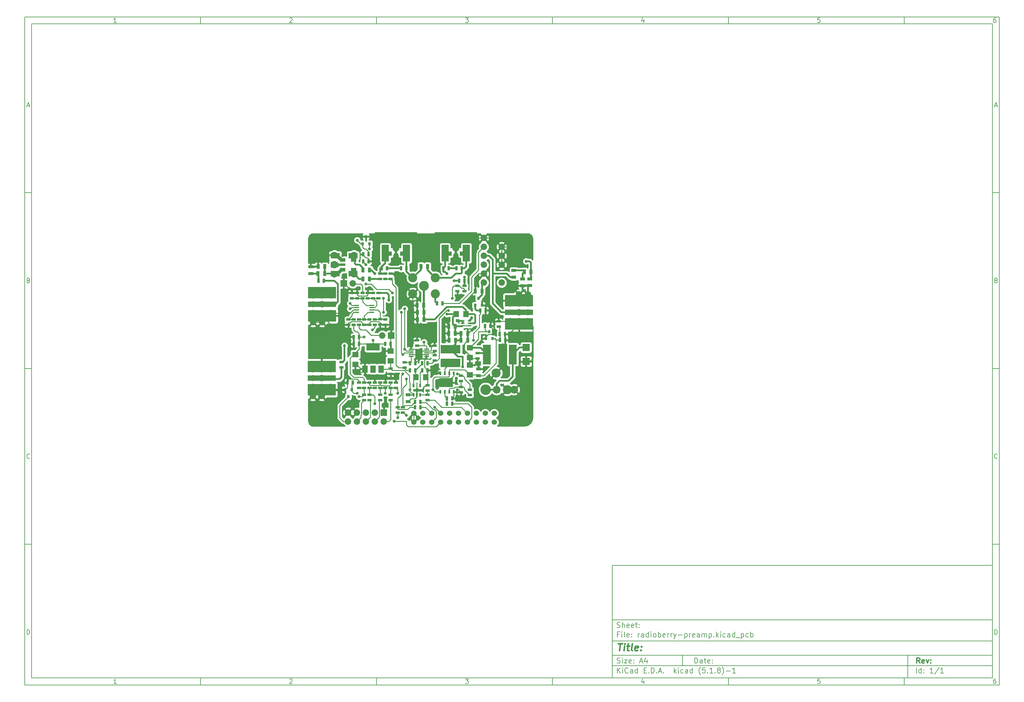
<source format=gtl>
%TF.GenerationSoftware,KiCad,Pcbnew,(5.1.8)-1*%
%TF.CreationDate,2020-12-20T16:15:32+01:00*%
%TF.ProjectId,radioberry-preamp,72616469-6f62-4657-9272-792d70726561,rev?*%
%TF.SameCoordinates,Original*%
%TF.FileFunction,Copper,L1,Top*%
%TF.FilePolarity,Positive*%
%FSLAX46Y46*%
G04 Gerber Fmt 4.6, Leading zero omitted, Abs format (unit mm)*
G04 Created by KiCad (PCBNEW (5.1.8)-1) date 2020-12-20 16:15:32*
%MOMM*%
%LPD*%
G01*
G04 APERTURE LIST*
%ADD10C,0.100000*%
%ADD11C,0.150000*%
%ADD12C,0.300000*%
%ADD13C,0.400000*%
%TA.AperFunction,SMDPad,CuDef*%
%ADD14R,1.143000X0.635000*%
%TD*%
%TA.AperFunction,SMDPad,CuDef*%
%ADD15R,0.635000X1.143000*%
%TD*%
%TA.AperFunction,ComponentPad*%
%ADD16C,1.800000*%
%TD*%
%TA.AperFunction,ComponentPad*%
%ADD17C,2.100000*%
%TD*%
%TA.AperFunction,SMDPad,CuDef*%
%ADD18R,2.000000X1.650000*%
%TD*%
%TA.AperFunction,SMDPad,CuDef*%
%ADD19C,0.100000*%
%TD*%
%TA.AperFunction,SMDPad,CuDef*%
%ADD20R,1.650000X1.015000*%
%TD*%
%TA.AperFunction,SMDPad,CuDef*%
%ADD21R,1.650000X0.760000*%
%TD*%
%TA.AperFunction,SMDPad,CuDef*%
%ADD22R,2.540000X1.650000*%
%TD*%
%TA.AperFunction,ComponentPad*%
%ADD23C,1.850000*%
%TD*%
%TA.AperFunction,ComponentPad*%
%ADD24R,1.850000X1.850000*%
%TD*%
%TA.AperFunction,ComponentPad*%
%ADD25C,5.300000*%
%TD*%
%TA.AperFunction,SMDPad,CuDef*%
%ADD26R,1.397000X0.889000*%
%TD*%
%TA.AperFunction,SMDPad,CuDef*%
%ADD27R,0.889000X1.397000*%
%TD*%
%TA.AperFunction,SMDPad,CuDef*%
%ADD28R,1.500000X2.000000*%
%TD*%
%TA.AperFunction,SMDPad,CuDef*%
%ADD29R,3.800000X2.000000*%
%TD*%
%TA.AperFunction,SMDPad,CuDef*%
%ADD30R,1.800000X1.600000*%
%TD*%
%TA.AperFunction,ComponentPad*%
%ADD31C,2.800000*%
%TD*%
%TA.AperFunction,ComponentPad*%
%ADD32C,2.600000*%
%TD*%
%TA.AperFunction,ComponentPad*%
%ADD33C,2.200000*%
%TD*%
%TA.AperFunction,ComponentPad*%
%ADD34C,3.000000*%
%TD*%
%TA.AperFunction,SMDPad,CuDef*%
%ADD35R,1.600000X1.800000*%
%TD*%
%TA.AperFunction,SMDPad,CuDef*%
%ADD36R,8.000000X3.300000*%
%TD*%
%TA.AperFunction,SMDPad,CuDef*%
%ADD37R,8.000000X1.600000*%
%TD*%
%TA.AperFunction,ComponentPad*%
%ADD38C,1.524000*%
%TD*%
%TA.AperFunction,SMDPad,CuDef*%
%ADD39R,1.000000X0.400000*%
%TD*%
%TA.AperFunction,SMDPad,CuDef*%
%ADD40R,1.400000X0.300000*%
%TD*%
%TA.AperFunction,SMDPad,CuDef*%
%ADD41R,1.350000X0.400000*%
%TD*%
%TA.AperFunction,SMDPad,CuDef*%
%ADD42R,0.600000X1.050000*%
%TD*%
%TA.AperFunction,ComponentPad*%
%ADD43C,0.500000*%
%TD*%
%TA.AperFunction,ComponentPad*%
%ADD44C,2.500000*%
%TD*%
%TA.AperFunction,SMDPad,CuDef*%
%ADD45R,3.500000X2.600000*%
%TD*%
%TA.AperFunction,SMDPad,CuDef*%
%ADD46R,0.510000X1.100000*%
%TD*%
%TA.AperFunction,SMDPad,CuDef*%
%ADD47R,1.900000X4.280000*%
%TD*%
%TA.AperFunction,SMDPad,CuDef*%
%ADD48R,0.700000X1.400000*%
%TD*%
%TA.AperFunction,SMDPad,CuDef*%
%ADD49R,0.900000X1.250000*%
%TD*%
%TA.AperFunction,SMDPad,CuDef*%
%ADD50R,1.000000X4.000000*%
%TD*%
%TA.AperFunction,SMDPad,CuDef*%
%ADD51R,2.000000X4.800000*%
%TD*%
%TA.AperFunction,ComponentPad*%
%ADD52O,1.600000X2.400000*%
%TD*%
%TA.AperFunction,SMDPad,CuDef*%
%ADD53R,12.000000X2.200000*%
%TD*%
%TA.AperFunction,SMDPad,CuDef*%
%ADD54R,0.800000X0.900000*%
%TD*%
%TA.AperFunction,SMDPad,CuDef*%
%ADD55R,5.700000X2.400000*%
%TD*%
%TA.AperFunction,SMDPad,CuDef*%
%ADD56R,2.300000X5.600000*%
%TD*%
%TA.AperFunction,SMDPad,CuDef*%
%ADD57R,2.100000X2.000000*%
%TD*%
%TA.AperFunction,ViaPad*%
%ADD58C,0.800000*%
%TD*%
%TA.AperFunction,Conductor*%
%ADD59C,0.250000*%
%TD*%
%TA.AperFunction,Conductor*%
%ADD60C,0.500000*%
%TD*%
%TA.AperFunction,Conductor*%
%ADD61C,0.254000*%
%TD*%
%TA.AperFunction,Conductor*%
%ADD62C,0.100000*%
%TD*%
G04 APERTURE END LIST*
D10*
D11*
X177002200Y-166007200D02*
X177002200Y-198007200D01*
X285002200Y-198007200D01*
X285002200Y-166007200D01*
X177002200Y-166007200D01*
D10*
D11*
X10000000Y-10000000D02*
X10000000Y-200007200D01*
X287002200Y-200007200D01*
X287002200Y-10000000D01*
X10000000Y-10000000D01*
D10*
D11*
X12000000Y-12000000D02*
X12000000Y-198007200D01*
X285002200Y-198007200D01*
X285002200Y-12000000D01*
X12000000Y-12000000D01*
D10*
D11*
X60000000Y-12000000D02*
X60000000Y-10000000D01*
D10*
D11*
X110000000Y-12000000D02*
X110000000Y-10000000D01*
D10*
D11*
X160000000Y-12000000D02*
X160000000Y-10000000D01*
D10*
D11*
X210000000Y-12000000D02*
X210000000Y-10000000D01*
D10*
D11*
X260000000Y-12000000D02*
X260000000Y-10000000D01*
D10*
D11*
X36065476Y-11588095D02*
X35322619Y-11588095D01*
X35694047Y-11588095D02*
X35694047Y-10288095D01*
X35570238Y-10473809D01*
X35446428Y-10597619D01*
X35322619Y-10659523D01*
D10*
D11*
X85322619Y-10411904D02*
X85384523Y-10350000D01*
X85508333Y-10288095D01*
X85817857Y-10288095D01*
X85941666Y-10350000D01*
X86003571Y-10411904D01*
X86065476Y-10535714D01*
X86065476Y-10659523D01*
X86003571Y-10845238D01*
X85260714Y-11588095D01*
X86065476Y-11588095D01*
D10*
D11*
X135260714Y-10288095D02*
X136065476Y-10288095D01*
X135632142Y-10783333D01*
X135817857Y-10783333D01*
X135941666Y-10845238D01*
X136003571Y-10907142D01*
X136065476Y-11030952D01*
X136065476Y-11340476D01*
X136003571Y-11464285D01*
X135941666Y-11526190D01*
X135817857Y-11588095D01*
X135446428Y-11588095D01*
X135322619Y-11526190D01*
X135260714Y-11464285D01*
D10*
D11*
X185941666Y-10721428D02*
X185941666Y-11588095D01*
X185632142Y-10226190D02*
X185322619Y-11154761D01*
X186127380Y-11154761D01*
D10*
D11*
X236003571Y-10288095D02*
X235384523Y-10288095D01*
X235322619Y-10907142D01*
X235384523Y-10845238D01*
X235508333Y-10783333D01*
X235817857Y-10783333D01*
X235941666Y-10845238D01*
X236003571Y-10907142D01*
X236065476Y-11030952D01*
X236065476Y-11340476D01*
X236003571Y-11464285D01*
X235941666Y-11526190D01*
X235817857Y-11588095D01*
X235508333Y-11588095D01*
X235384523Y-11526190D01*
X235322619Y-11464285D01*
D10*
D11*
X285941666Y-10288095D02*
X285694047Y-10288095D01*
X285570238Y-10350000D01*
X285508333Y-10411904D01*
X285384523Y-10597619D01*
X285322619Y-10845238D01*
X285322619Y-11340476D01*
X285384523Y-11464285D01*
X285446428Y-11526190D01*
X285570238Y-11588095D01*
X285817857Y-11588095D01*
X285941666Y-11526190D01*
X286003571Y-11464285D01*
X286065476Y-11340476D01*
X286065476Y-11030952D01*
X286003571Y-10907142D01*
X285941666Y-10845238D01*
X285817857Y-10783333D01*
X285570238Y-10783333D01*
X285446428Y-10845238D01*
X285384523Y-10907142D01*
X285322619Y-11030952D01*
D10*
D11*
X60000000Y-198007200D02*
X60000000Y-200007200D01*
D10*
D11*
X110000000Y-198007200D02*
X110000000Y-200007200D01*
D10*
D11*
X160000000Y-198007200D02*
X160000000Y-200007200D01*
D10*
D11*
X210000000Y-198007200D02*
X210000000Y-200007200D01*
D10*
D11*
X260000000Y-198007200D02*
X260000000Y-200007200D01*
D10*
D11*
X36065476Y-199595295D02*
X35322619Y-199595295D01*
X35694047Y-199595295D02*
X35694047Y-198295295D01*
X35570238Y-198481009D01*
X35446428Y-198604819D01*
X35322619Y-198666723D01*
D10*
D11*
X85322619Y-198419104D02*
X85384523Y-198357200D01*
X85508333Y-198295295D01*
X85817857Y-198295295D01*
X85941666Y-198357200D01*
X86003571Y-198419104D01*
X86065476Y-198542914D01*
X86065476Y-198666723D01*
X86003571Y-198852438D01*
X85260714Y-199595295D01*
X86065476Y-199595295D01*
D10*
D11*
X135260714Y-198295295D02*
X136065476Y-198295295D01*
X135632142Y-198790533D01*
X135817857Y-198790533D01*
X135941666Y-198852438D01*
X136003571Y-198914342D01*
X136065476Y-199038152D01*
X136065476Y-199347676D01*
X136003571Y-199471485D01*
X135941666Y-199533390D01*
X135817857Y-199595295D01*
X135446428Y-199595295D01*
X135322619Y-199533390D01*
X135260714Y-199471485D01*
D10*
D11*
X185941666Y-198728628D02*
X185941666Y-199595295D01*
X185632142Y-198233390D02*
X185322619Y-199161961D01*
X186127380Y-199161961D01*
D10*
D11*
X236003571Y-198295295D02*
X235384523Y-198295295D01*
X235322619Y-198914342D01*
X235384523Y-198852438D01*
X235508333Y-198790533D01*
X235817857Y-198790533D01*
X235941666Y-198852438D01*
X236003571Y-198914342D01*
X236065476Y-199038152D01*
X236065476Y-199347676D01*
X236003571Y-199471485D01*
X235941666Y-199533390D01*
X235817857Y-199595295D01*
X235508333Y-199595295D01*
X235384523Y-199533390D01*
X235322619Y-199471485D01*
D10*
D11*
X285941666Y-198295295D02*
X285694047Y-198295295D01*
X285570238Y-198357200D01*
X285508333Y-198419104D01*
X285384523Y-198604819D01*
X285322619Y-198852438D01*
X285322619Y-199347676D01*
X285384523Y-199471485D01*
X285446428Y-199533390D01*
X285570238Y-199595295D01*
X285817857Y-199595295D01*
X285941666Y-199533390D01*
X286003571Y-199471485D01*
X286065476Y-199347676D01*
X286065476Y-199038152D01*
X286003571Y-198914342D01*
X285941666Y-198852438D01*
X285817857Y-198790533D01*
X285570238Y-198790533D01*
X285446428Y-198852438D01*
X285384523Y-198914342D01*
X285322619Y-199038152D01*
D10*
D11*
X10000000Y-60000000D02*
X12000000Y-60000000D01*
D10*
D11*
X10000000Y-110000000D02*
X12000000Y-110000000D01*
D10*
D11*
X10000000Y-160000000D02*
X12000000Y-160000000D01*
D10*
D11*
X10690476Y-35216666D02*
X11309523Y-35216666D01*
X10566666Y-35588095D02*
X11000000Y-34288095D01*
X11433333Y-35588095D01*
D10*
D11*
X11092857Y-84907142D02*
X11278571Y-84969047D01*
X11340476Y-85030952D01*
X11402380Y-85154761D01*
X11402380Y-85340476D01*
X11340476Y-85464285D01*
X11278571Y-85526190D01*
X11154761Y-85588095D01*
X10659523Y-85588095D01*
X10659523Y-84288095D01*
X11092857Y-84288095D01*
X11216666Y-84350000D01*
X11278571Y-84411904D01*
X11340476Y-84535714D01*
X11340476Y-84659523D01*
X11278571Y-84783333D01*
X11216666Y-84845238D01*
X11092857Y-84907142D01*
X10659523Y-84907142D01*
D10*
D11*
X11402380Y-135464285D02*
X11340476Y-135526190D01*
X11154761Y-135588095D01*
X11030952Y-135588095D01*
X10845238Y-135526190D01*
X10721428Y-135402380D01*
X10659523Y-135278571D01*
X10597619Y-135030952D01*
X10597619Y-134845238D01*
X10659523Y-134597619D01*
X10721428Y-134473809D01*
X10845238Y-134350000D01*
X11030952Y-134288095D01*
X11154761Y-134288095D01*
X11340476Y-134350000D01*
X11402380Y-134411904D01*
D10*
D11*
X10659523Y-185588095D02*
X10659523Y-184288095D01*
X10969047Y-184288095D01*
X11154761Y-184350000D01*
X11278571Y-184473809D01*
X11340476Y-184597619D01*
X11402380Y-184845238D01*
X11402380Y-185030952D01*
X11340476Y-185278571D01*
X11278571Y-185402380D01*
X11154761Y-185526190D01*
X10969047Y-185588095D01*
X10659523Y-185588095D01*
D10*
D11*
X287002200Y-60000000D02*
X285002200Y-60000000D01*
D10*
D11*
X287002200Y-110000000D02*
X285002200Y-110000000D01*
D10*
D11*
X287002200Y-160000000D02*
X285002200Y-160000000D01*
D10*
D11*
X285692676Y-35216666D02*
X286311723Y-35216666D01*
X285568866Y-35588095D02*
X286002200Y-34288095D01*
X286435533Y-35588095D01*
D10*
D11*
X286095057Y-84907142D02*
X286280771Y-84969047D01*
X286342676Y-85030952D01*
X286404580Y-85154761D01*
X286404580Y-85340476D01*
X286342676Y-85464285D01*
X286280771Y-85526190D01*
X286156961Y-85588095D01*
X285661723Y-85588095D01*
X285661723Y-84288095D01*
X286095057Y-84288095D01*
X286218866Y-84350000D01*
X286280771Y-84411904D01*
X286342676Y-84535714D01*
X286342676Y-84659523D01*
X286280771Y-84783333D01*
X286218866Y-84845238D01*
X286095057Y-84907142D01*
X285661723Y-84907142D01*
D10*
D11*
X286404580Y-135464285D02*
X286342676Y-135526190D01*
X286156961Y-135588095D01*
X286033152Y-135588095D01*
X285847438Y-135526190D01*
X285723628Y-135402380D01*
X285661723Y-135278571D01*
X285599819Y-135030952D01*
X285599819Y-134845238D01*
X285661723Y-134597619D01*
X285723628Y-134473809D01*
X285847438Y-134350000D01*
X286033152Y-134288095D01*
X286156961Y-134288095D01*
X286342676Y-134350000D01*
X286404580Y-134411904D01*
D10*
D11*
X285661723Y-185588095D02*
X285661723Y-184288095D01*
X285971247Y-184288095D01*
X286156961Y-184350000D01*
X286280771Y-184473809D01*
X286342676Y-184597619D01*
X286404580Y-184845238D01*
X286404580Y-185030952D01*
X286342676Y-185278571D01*
X286280771Y-185402380D01*
X286156961Y-185526190D01*
X285971247Y-185588095D01*
X285661723Y-185588095D01*
D10*
D11*
X200434342Y-193785771D02*
X200434342Y-192285771D01*
X200791485Y-192285771D01*
X201005771Y-192357200D01*
X201148628Y-192500057D01*
X201220057Y-192642914D01*
X201291485Y-192928628D01*
X201291485Y-193142914D01*
X201220057Y-193428628D01*
X201148628Y-193571485D01*
X201005771Y-193714342D01*
X200791485Y-193785771D01*
X200434342Y-193785771D01*
X202577200Y-193785771D02*
X202577200Y-193000057D01*
X202505771Y-192857200D01*
X202362914Y-192785771D01*
X202077200Y-192785771D01*
X201934342Y-192857200D01*
X202577200Y-193714342D02*
X202434342Y-193785771D01*
X202077200Y-193785771D01*
X201934342Y-193714342D01*
X201862914Y-193571485D01*
X201862914Y-193428628D01*
X201934342Y-193285771D01*
X202077200Y-193214342D01*
X202434342Y-193214342D01*
X202577200Y-193142914D01*
X203077200Y-192785771D02*
X203648628Y-192785771D01*
X203291485Y-192285771D02*
X203291485Y-193571485D01*
X203362914Y-193714342D01*
X203505771Y-193785771D01*
X203648628Y-193785771D01*
X204720057Y-193714342D02*
X204577200Y-193785771D01*
X204291485Y-193785771D01*
X204148628Y-193714342D01*
X204077200Y-193571485D01*
X204077200Y-193000057D01*
X204148628Y-192857200D01*
X204291485Y-192785771D01*
X204577200Y-192785771D01*
X204720057Y-192857200D01*
X204791485Y-193000057D01*
X204791485Y-193142914D01*
X204077200Y-193285771D01*
X205434342Y-193642914D02*
X205505771Y-193714342D01*
X205434342Y-193785771D01*
X205362914Y-193714342D01*
X205434342Y-193642914D01*
X205434342Y-193785771D01*
X205434342Y-192857200D02*
X205505771Y-192928628D01*
X205434342Y-193000057D01*
X205362914Y-192928628D01*
X205434342Y-192857200D01*
X205434342Y-193000057D01*
D10*
D11*
X177002200Y-194507200D02*
X285002200Y-194507200D01*
D10*
D11*
X178434342Y-196585771D02*
X178434342Y-195085771D01*
X179291485Y-196585771D02*
X178648628Y-195728628D01*
X179291485Y-195085771D02*
X178434342Y-195942914D01*
X179934342Y-196585771D02*
X179934342Y-195585771D01*
X179934342Y-195085771D02*
X179862914Y-195157200D01*
X179934342Y-195228628D01*
X180005771Y-195157200D01*
X179934342Y-195085771D01*
X179934342Y-195228628D01*
X181505771Y-196442914D02*
X181434342Y-196514342D01*
X181220057Y-196585771D01*
X181077200Y-196585771D01*
X180862914Y-196514342D01*
X180720057Y-196371485D01*
X180648628Y-196228628D01*
X180577200Y-195942914D01*
X180577200Y-195728628D01*
X180648628Y-195442914D01*
X180720057Y-195300057D01*
X180862914Y-195157200D01*
X181077200Y-195085771D01*
X181220057Y-195085771D01*
X181434342Y-195157200D01*
X181505771Y-195228628D01*
X182791485Y-196585771D02*
X182791485Y-195800057D01*
X182720057Y-195657200D01*
X182577200Y-195585771D01*
X182291485Y-195585771D01*
X182148628Y-195657200D01*
X182791485Y-196514342D02*
X182648628Y-196585771D01*
X182291485Y-196585771D01*
X182148628Y-196514342D01*
X182077200Y-196371485D01*
X182077200Y-196228628D01*
X182148628Y-196085771D01*
X182291485Y-196014342D01*
X182648628Y-196014342D01*
X182791485Y-195942914D01*
X184148628Y-196585771D02*
X184148628Y-195085771D01*
X184148628Y-196514342D02*
X184005771Y-196585771D01*
X183720057Y-196585771D01*
X183577200Y-196514342D01*
X183505771Y-196442914D01*
X183434342Y-196300057D01*
X183434342Y-195871485D01*
X183505771Y-195728628D01*
X183577200Y-195657200D01*
X183720057Y-195585771D01*
X184005771Y-195585771D01*
X184148628Y-195657200D01*
X186005771Y-195800057D02*
X186505771Y-195800057D01*
X186720057Y-196585771D02*
X186005771Y-196585771D01*
X186005771Y-195085771D01*
X186720057Y-195085771D01*
X187362914Y-196442914D02*
X187434342Y-196514342D01*
X187362914Y-196585771D01*
X187291485Y-196514342D01*
X187362914Y-196442914D01*
X187362914Y-196585771D01*
X188077200Y-196585771D02*
X188077200Y-195085771D01*
X188434342Y-195085771D01*
X188648628Y-195157200D01*
X188791485Y-195300057D01*
X188862914Y-195442914D01*
X188934342Y-195728628D01*
X188934342Y-195942914D01*
X188862914Y-196228628D01*
X188791485Y-196371485D01*
X188648628Y-196514342D01*
X188434342Y-196585771D01*
X188077200Y-196585771D01*
X189577200Y-196442914D02*
X189648628Y-196514342D01*
X189577200Y-196585771D01*
X189505771Y-196514342D01*
X189577200Y-196442914D01*
X189577200Y-196585771D01*
X190220057Y-196157200D02*
X190934342Y-196157200D01*
X190077200Y-196585771D02*
X190577200Y-195085771D01*
X191077200Y-196585771D01*
X191577200Y-196442914D02*
X191648628Y-196514342D01*
X191577200Y-196585771D01*
X191505771Y-196514342D01*
X191577200Y-196442914D01*
X191577200Y-196585771D01*
X194577200Y-196585771D02*
X194577200Y-195085771D01*
X194720057Y-196014342D02*
X195148628Y-196585771D01*
X195148628Y-195585771D02*
X194577200Y-196157200D01*
X195791485Y-196585771D02*
X195791485Y-195585771D01*
X195791485Y-195085771D02*
X195720057Y-195157200D01*
X195791485Y-195228628D01*
X195862914Y-195157200D01*
X195791485Y-195085771D01*
X195791485Y-195228628D01*
X197148628Y-196514342D02*
X197005771Y-196585771D01*
X196720057Y-196585771D01*
X196577200Y-196514342D01*
X196505771Y-196442914D01*
X196434342Y-196300057D01*
X196434342Y-195871485D01*
X196505771Y-195728628D01*
X196577200Y-195657200D01*
X196720057Y-195585771D01*
X197005771Y-195585771D01*
X197148628Y-195657200D01*
X198434342Y-196585771D02*
X198434342Y-195800057D01*
X198362914Y-195657200D01*
X198220057Y-195585771D01*
X197934342Y-195585771D01*
X197791485Y-195657200D01*
X198434342Y-196514342D02*
X198291485Y-196585771D01*
X197934342Y-196585771D01*
X197791485Y-196514342D01*
X197720057Y-196371485D01*
X197720057Y-196228628D01*
X197791485Y-196085771D01*
X197934342Y-196014342D01*
X198291485Y-196014342D01*
X198434342Y-195942914D01*
X199791485Y-196585771D02*
X199791485Y-195085771D01*
X199791485Y-196514342D02*
X199648628Y-196585771D01*
X199362914Y-196585771D01*
X199220057Y-196514342D01*
X199148628Y-196442914D01*
X199077200Y-196300057D01*
X199077200Y-195871485D01*
X199148628Y-195728628D01*
X199220057Y-195657200D01*
X199362914Y-195585771D01*
X199648628Y-195585771D01*
X199791485Y-195657200D01*
X202077200Y-197157200D02*
X202005771Y-197085771D01*
X201862914Y-196871485D01*
X201791485Y-196728628D01*
X201720057Y-196514342D01*
X201648628Y-196157200D01*
X201648628Y-195871485D01*
X201720057Y-195514342D01*
X201791485Y-195300057D01*
X201862914Y-195157200D01*
X202005771Y-194942914D01*
X202077200Y-194871485D01*
X203362914Y-195085771D02*
X202648628Y-195085771D01*
X202577200Y-195800057D01*
X202648628Y-195728628D01*
X202791485Y-195657200D01*
X203148628Y-195657200D01*
X203291485Y-195728628D01*
X203362914Y-195800057D01*
X203434342Y-195942914D01*
X203434342Y-196300057D01*
X203362914Y-196442914D01*
X203291485Y-196514342D01*
X203148628Y-196585771D01*
X202791485Y-196585771D01*
X202648628Y-196514342D01*
X202577200Y-196442914D01*
X204077200Y-196442914D02*
X204148628Y-196514342D01*
X204077200Y-196585771D01*
X204005771Y-196514342D01*
X204077200Y-196442914D01*
X204077200Y-196585771D01*
X205577200Y-196585771D02*
X204720057Y-196585771D01*
X205148628Y-196585771D02*
X205148628Y-195085771D01*
X205005771Y-195300057D01*
X204862914Y-195442914D01*
X204720057Y-195514342D01*
X206220057Y-196442914D02*
X206291485Y-196514342D01*
X206220057Y-196585771D01*
X206148628Y-196514342D01*
X206220057Y-196442914D01*
X206220057Y-196585771D01*
X207148628Y-195728628D02*
X207005771Y-195657200D01*
X206934342Y-195585771D01*
X206862914Y-195442914D01*
X206862914Y-195371485D01*
X206934342Y-195228628D01*
X207005771Y-195157200D01*
X207148628Y-195085771D01*
X207434342Y-195085771D01*
X207577200Y-195157200D01*
X207648628Y-195228628D01*
X207720057Y-195371485D01*
X207720057Y-195442914D01*
X207648628Y-195585771D01*
X207577200Y-195657200D01*
X207434342Y-195728628D01*
X207148628Y-195728628D01*
X207005771Y-195800057D01*
X206934342Y-195871485D01*
X206862914Y-196014342D01*
X206862914Y-196300057D01*
X206934342Y-196442914D01*
X207005771Y-196514342D01*
X207148628Y-196585771D01*
X207434342Y-196585771D01*
X207577200Y-196514342D01*
X207648628Y-196442914D01*
X207720057Y-196300057D01*
X207720057Y-196014342D01*
X207648628Y-195871485D01*
X207577200Y-195800057D01*
X207434342Y-195728628D01*
X208220057Y-197157200D02*
X208291485Y-197085771D01*
X208434342Y-196871485D01*
X208505771Y-196728628D01*
X208577200Y-196514342D01*
X208648628Y-196157200D01*
X208648628Y-195871485D01*
X208577200Y-195514342D01*
X208505771Y-195300057D01*
X208434342Y-195157200D01*
X208291485Y-194942914D01*
X208220057Y-194871485D01*
X209362914Y-196014342D02*
X210505771Y-196014342D01*
X212005771Y-196585771D02*
X211148628Y-196585771D01*
X211577200Y-196585771D02*
X211577200Y-195085771D01*
X211434342Y-195300057D01*
X211291485Y-195442914D01*
X211148628Y-195514342D01*
D10*
D11*
X177002200Y-191507200D02*
X285002200Y-191507200D01*
D10*
D12*
X264411485Y-193785771D02*
X263911485Y-193071485D01*
X263554342Y-193785771D02*
X263554342Y-192285771D01*
X264125771Y-192285771D01*
X264268628Y-192357200D01*
X264340057Y-192428628D01*
X264411485Y-192571485D01*
X264411485Y-192785771D01*
X264340057Y-192928628D01*
X264268628Y-193000057D01*
X264125771Y-193071485D01*
X263554342Y-193071485D01*
X265625771Y-193714342D02*
X265482914Y-193785771D01*
X265197200Y-193785771D01*
X265054342Y-193714342D01*
X264982914Y-193571485D01*
X264982914Y-193000057D01*
X265054342Y-192857200D01*
X265197200Y-192785771D01*
X265482914Y-192785771D01*
X265625771Y-192857200D01*
X265697200Y-193000057D01*
X265697200Y-193142914D01*
X264982914Y-193285771D01*
X266197200Y-192785771D02*
X266554342Y-193785771D01*
X266911485Y-192785771D01*
X267482914Y-193642914D02*
X267554342Y-193714342D01*
X267482914Y-193785771D01*
X267411485Y-193714342D01*
X267482914Y-193642914D01*
X267482914Y-193785771D01*
X267482914Y-192857200D02*
X267554342Y-192928628D01*
X267482914Y-193000057D01*
X267411485Y-192928628D01*
X267482914Y-192857200D01*
X267482914Y-193000057D01*
D10*
D11*
X178362914Y-193714342D02*
X178577200Y-193785771D01*
X178934342Y-193785771D01*
X179077200Y-193714342D01*
X179148628Y-193642914D01*
X179220057Y-193500057D01*
X179220057Y-193357200D01*
X179148628Y-193214342D01*
X179077200Y-193142914D01*
X178934342Y-193071485D01*
X178648628Y-193000057D01*
X178505771Y-192928628D01*
X178434342Y-192857200D01*
X178362914Y-192714342D01*
X178362914Y-192571485D01*
X178434342Y-192428628D01*
X178505771Y-192357200D01*
X178648628Y-192285771D01*
X179005771Y-192285771D01*
X179220057Y-192357200D01*
X179862914Y-193785771D02*
X179862914Y-192785771D01*
X179862914Y-192285771D02*
X179791485Y-192357200D01*
X179862914Y-192428628D01*
X179934342Y-192357200D01*
X179862914Y-192285771D01*
X179862914Y-192428628D01*
X180434342Y-192785771D02*
X181220057Y-192785771D01*
X180434342Y-193785771D01*
X181220057Y-193785771D01*
X182362914Y-193714342D02*
X182220057Y-193785771D01*
X181934342Y-193785771D01*
X181791485Y-193714342D01*
X181720057Y-193571485D01*
X181720057Y-193000057D01*
X181791485Y-192857200D01*
X181934342Y-192785771D01*
X182220057Y-192785771D01*
X182362914Y-192857200D01*
X182434342Y-193000057D01*
X182434342Y-193142914D01*
X181720057Y-193285771D01*
X183077200Y-193642914D02*
X183148628Y-193714342D01*
X183077200Y-193785771D01*
X183005771Y-193714342D01*
X183077200Y-193642914D01*
X183077200Y-193785771D01*
X183077200Y-192857200D02*
X183148628Y-192928628D01*
X183077200Y-193000057D01*
X183005771Y-192928628D01*
X183077200Y-192857200D01*
X183077200Y-193000057D01*
X184862914Y-193357200D02*
X185577200Y-193357200D01*
X184720057Y-193785771D02*
X185220057Y-192285771D01*
X185720057Y-193785771D01*
X186862914Y-192785771D02*
X186862914Y-193785771D01*
X186505771Y-192214342D02*
X186148628Y-193285771D01*
X187077200Y-193285771D01*
D10*
D11*
X263434342Y-196585771D02*
X263434342Y-195085771D01*
X264791485Y-196585771D02*
X264791485Y-195085771D01*
X264791485Y-196514342D02*
X264648628Y-196585771D01*
X264362914Y-196585771D01*
X264220057Y-196514342D01*
X264148628Y-196442914D01*
X264077200Y-196300057D01*
X264077200Y-195871485D01*
X264148628Y-195728628D01*
X264220057Y-195657200D01*
X264362914Y-195585771D01*
X264648628Y-195585771D01*
X264791485Y-195657200D01*
X265505771Y-196442914D02*
X265577200Y-196514342D01*
X265505771Y-196585771D01*
X265434342Y-196514342D01*
X265505771Y-196442914D01*
X265505771Y-196585771D01*
X265505771Y-195657200D02*
X265577200Y-195728628D01*
X265505771Y-195800057D01*
X265434342Y-195728628D01*
X265505771Y-195657200D01*
X265505771Y-195800057D01*
X268148628Y-196585771D02*
X267291485Y-196585771D01*
X267720057Y-196585771D02*
X267720057Y-195085771D01*
X267577200Y-195300057D01*
X267434342Y-195442914D01*
X267291485Y-195514342D01*
X269862914Y-195014342D02*
X268577200Y-196942914D01*
X271148628Y-196585771D02*
X270291485Y-196585771D01*
X270720057Y-196585771D02*
X270720057Y-195085771D01*
X270577200Y-195300057D01*
X270434342Y-195442914D01*
X270291485Y-195514342D01*
D10*
D11*
X177002200Y-187507200D02*
X285002200Y-187507200D01*
D10*
D13*
X178714580Y-188211961D02*
X179857438Y-188211961D01*
X179036009Y-190211961D02*
X179286009Y-188211961D01*
X180274104Y-190211961D02*
X180440771Y-188878628D01*
X180524104Y-188211961D02*
X180416961Y-188307200D01*
X180500295Y-188402438D01*
X180607438Y-188307200D01*
X180524104Y-188211961D01*
X180500295Y-188402438D01*
X181107438Y-188878628D02*
X181869342Y-188878628D01*
X181476485Y-188211961D02*
X181262200Y-189926247D01*
X181333628Y-190116723D01*
X181512200Y-190211961D01*
X181702676Y-190211961D01*
X182655057Y-190211961D02*
X182476485Y-190116723D01*
X182405057Y-189926247D01*
X182619342Y-188211961D01*
X184190771Y-190116723D02*
X183988390Y-190211961D01*
X183607438Y-190211961D01*
X183428866Y-190116723D01*
X183357438Y-189926247D01*
X183452676Y-189164342D01*
X183571723Y-188973866D01*
X183774104Y-188878628D01*
X184155057Y-188878628D01*
X184333628Y-188973866D01*
X184405057Y-189164342D01*
X184381247Y-189354819D01*
X183405057Y-189545295D01*
X185155057Y-190021485D02*
X185238390Y-190116723D01*
X185131247Y-190211961D01*
X185047914Y-190116723D01*
X185155057Y-190021485D01*
X185131247Y-190211961D01*
X185286009Y-188973866D02*
X185369342Y-189069104D01*
X185262200Y-189164342D01*
X185178866Y-189069104D01*
X185286009Y-188973866D01*
X185262200Y-189164342D01*
D10*
D11*
X178934342Y-185600057D02*
X178434342Y-185600057D01*
X178434342Y-186385771D02*
X178434342Y-184885771D01*
X179148628Y-184885771D01*
X179720057Y-186385771D02*
X179720057Y-185385771D01*
X179720057Y-184885771D02*
X179648628Y-184957200D01*
X179720057Y-185028628D01*
X179791485Y-184957200D01*
X179720057Y-184885771D01*
X179720057Y-185028628D01*
X180648628Y-186385771D02*
X180505771Y-186314342D01*
X180434342Y-186171485D01*
X180434342Y-184885771D01*
X181791485Y-186314342D02*
X181648628Y-186385771D01*
X181362914Y-186385771D01*
X181220057Y-186314342D01*
X181148628Y-186171485D01*
X181148628Y-185600057D01*
X181220057Y-185457200D01*
X181362914Y-185385771D01*
X181648628Y-185385771D01*
X181791485Y-185457200D01*
X181862914Y-185600057D01*
X181862914Y-185742914D01*
X181148628Y-185885771D01*
X182505771Y-186242914D02*
X182577200Y-186314342D01*
X182505771Y-186385771D01*
X182434342Y-186314342D01*
X182505771Y-186242914D01*
X182505771Y-186385771D01*
X182505771Y-185457200D02*
X182577200Y-185528628D01*
X182505771Y-185600057D01*
X182434342Y-185528628D01*
X182505771Y-185457200D01*
X182505771Y-185600057D01*
X184362914Y-186385771D02*
X184362914Y-185385771D01*
X184362914Y-185671485D02*
X184434342Y-185528628D01*
X184505771Y-185457200D01*
X184648628Y-185385771D01*
X184791485Y-185385771D01*
X185934342Y-186385771D02*
X185934342Y-185600057D01*
X185862914Y-185457200D01*
X185720057Y-185385771D01*
X185434342Y-185385771D01*
X185291485Y-185457200D01*
X185934342Y-186314342D02*
X185791485Y-186385771D01*
X185434342Y-186385771D01*
X185291485Y-186314342D01*
X185220057Y-186171485D01*
X185220057Y-186028628D01*
X185291485Y-185885771D01*
X185434342Y-185814342D01*
X185791485Y-185814342D01*
X185934342Y-185742914D01*
X187291485Y-186385771D02*
X187291485Y-184885771D01*
X187291485Y-186314342D02*
X187148628Y-186385771D01*
X186862914Y-186385771D01*
X186720057Y-186314342D01*
X186648628Y-186242914D01*
X186577200Y-186100057D01*
X186577200Y-185671485D01*
X186648628Y-185528628D01*
X186720057Y-185457200D01*
X186862914Y-185385771D01*
X187148628Y-185385771D01*
X187291485Y-185457200D01*
X188005771Y-186385771D02*
X188005771Y-185385771D01*
X188005771Y-184885771D02*
X187934342Y-184957200D01*
X188005771Y-185028628D01*
X188077200Y-184957200D01*
X188005771Y-184885771D01*
X188005771Y-185028628D01*
X188934342Y-186385771D02*
X188791485Y-186314342D01*
X188720057Y-186242914D01*
X188648628Y-186100057D01*
X188648628Y-185671485D01*
X188720057Y-185528628D01*
X188791485Y-185457200D01*
X188934342Y-185385771D01*
X189148628Y-185385771D01*
X189291485Y-185457200D01*
X189362914Y-185528628D01*
X189434342Y-185671485D01*
X189434342Y-186100057D01*
X189362914Y-186242914D01*
X189291485Y-186314342D01*
X189148628Y-186385771D01*
X188934342Y-186385771D01*
X190077200Y-186385771D02*
X190077200Y-184885771D01*
X190077200Y-185457200D02*
X190220057Y-185385771D01*
X190505771Y-185385771D01*
X190648628Y-185457200D01*
X190720057Y-185528628D01*
X190791485Y-185671485D01*
X190791485Y-186100057D01*
X190720057Y-186242914D01*
X190648628Y-186314342D01*
X190505771Y-186385771D01*
X190220057Y-186385771D01*
X190077200Y-186314342D01*
X192005771Y-186314342D02*
X191862914Y-186385771D01*
X191577200Y-186385771D01*
X191434342Y-186314342D01*
X191362914Y-186171485D01*
X191362914Y-185600057D01*
X191434342Y-185457200D01*
X191577200Y-185385771D01*
X191862914Y-185385771D01*
X192005771Y-185457200D01*
X192077200Y-185600057D01*
X192077200Y-185742914D01*
X191362914Y-185885771D01*
X192720057Y-186385771D02*
X192720057Y-185385771D01*
X192720057Y-185671485D02*
X192791485Y-185528628D01*
X192862914Y-185457200D01*
X193005771Y-185385771D01*
X193148628Y-185385771D01*
X193648628Y-186385771D02*
X193648628Y-185385771D01*
X193648628Y-185671485D02*
X193720057Y-185528628D01*
X193791485Y-185457200D01*
X193934342Y-185385771D01*
X194077200Y-185385771D01*
X194434342Y-185385771D02*
X194791485Y-186385771D01*
X195148628Y-185385771D02*
X194791485Y-186385771D01*
X194648628Y-186742914D01*
X194577200Y-186814342D01*
X194434342Y-186885771D01*
X195720057Y-185814342D02*
X196862914Y-185814342D01*
X197577200Y-185385771D02*
X197577200Y-186885771D01*
X197577200Y-185457200D02*
X197720057Y-185385771D01*
X198005771Y-185385771D01*
X198148628Y-185457200D01*
X198220057Y-185528628D01*
X198291485Y-185671485D01*
X198291485Y-186100057D01*
X198220057Y-186242914D01*
X198148628Y-186314342D01*
X198005771Y-186385771D01*
X197720057Y-186385771D01*
X197577200Y-186314342D01*
X198934342Y-186385771D02*
X198934342Y-185385771D01*
X198934342Y-185671485D02*
X199005771Y-185528628D01*
X199077200Y-185457200D01*
X199220057Y-185385771D01*
X199362914Y-185385771D01*
X200434342Y-186314342D02*
X200291485Y-186385771D01*
X200005771Y-186385771D01*
X199862914Y-186314342D01*
X199791485Y-186171485D01*
X199791485Y-185600057D01*
X199862914Y-185457200D01*
X200005771Y-185385771D01*
X200291485Y-185385771D01*
X200434342Y-185457200D01*
X200505771Y-185600057D01*
X200505771Y-185742914D01*
X199791485Y-185885771D01*
X201791485Y-186385771D02*
X201791485Y-185600057D01*
X201720057Y-185457200D01*
X201577200Y-185385771D01*
X201291485Y-185385771D01*
X201148628Y-185457200D01*
X201791485Y-186314342D02*
X201648628Y-186385771D01*
X201291485Y-186385771D01*
X201148628Y-186314342D01*
X201077200Y-186171485D01*
X201077200Y-186028628D01*
X201148628Y-185885771D01*
X201291485Y-185814342D01*
X201648628Y-185814342D01*
X201791485Y-185742914D01*
X202505771Y-186385771D02*
X202505771Y-185385771D01*
X202505771Y-185528628D02*
X202577200Y-185457200D01*
X202720057Y-185385771D01*
X202934342Y-185385771D01*
X203077200Y-185457200D01*
X203148628Y-185600057D01*
X203148628Y-186385771D01*
X203148628Y-185600057D02*
X203220057Y-185457200D01*
X203362914Y-185385771D01*
X203577200Y-185385771D01*
X203720057Y-185457200D01*
X203791485Y-185600057D01*
X203791485Y-186385771D01*
X204505771Y-185385771D02*
X204505771Y-186885771D01*
X204505771Y-185457200D02*
X204648628Y-185385771D01*
X204934342Y-185385771D01*
X205077200Y-185457200D01*
X205148628Y-185528628D01*
X205220057Y-185671485D01*
X205220057Y-186100057D01*
X205148628Y-186242914D01*
X205077200Y-186314342D01*
X204934342Y-186385771D01*
X204648628Y-186385771D01*
X204505771Y-186314342D01*
X205862914Y-186242914D02*
X205934342Y-186314342D01*
X205862914Y-186385771D01*
X205791485Y-186314342D01*
X205862914Y-186242914D01*
X205862914Y-186385771D01*
X206577200Y-186385771D02*
X206577200Y-184885771D01*
X206720057Y-185814342D02*
X207148628Y-186385771D01*
X207148628Y-185385771D02*
X206577200Y-185957200D01*
X207791485Y-186385771D02*
X207791485Y-185385771D01*
X207791485Y-184885771D02*
X207720057Y-184957200D01*
X207791485Y-185028628D01*
X207862914Y-184957200D01*
X207791485Y-184885771D01*
X207791485Y-185028628D01*
X209148628Y-186314342D02*
X209005771Y-186385771D01*
X208720057Y-186385771D01*
X208577200Y-186314342D01*
X208505771Y-186242914D01*
X208434342Y-186100057D01*
X208434342Y-185671485D01*
X208505771Y-185528628D01*
X208577200Y-185457200D01*
X208720057Y-185385771D01*
X209005771Y-185385771D01*
X209148628Y-185457200D01*
X210434342Y-186385771D02*
X210434342Y-185600057D01*
X210362914Y-185457200D01*
X210220057Y-185385771D01*
X209934342Y-185385771D01*
X209791485Y-185457200D01*
X210434342Y-186314342D02*
X210291485Y-186385771D01*
X209934342Y-186385771D01*
X209791485Y-186314342D01*
X209720057Y-186171485D01*
X209720057Y-186028628D01*
X209791485Y-185885771D01*
X209934342Y-185814342D01*
X210291485Y-185814342D01*
X210434342Y-185742914D01*
X211791485Y-186385771D02*
X211791485Y-184885771D01*
X211791485Y-186314342D02*
X211648628Y-186385771D01*
X211362914Y-186385771D01*
X211220057Y-186314342D01*
X211148628Y-186242914D01*
X211077200Y-186100057D01*
X211077200Y-185671485D01*
X211148628Y-185528628D01*
X211220057Y-185457200D01*
X211362914Y-185385771D01*
X211648628Y-185385771D01*
X211791485Y-185457200D01*
X212148628Y-186528628D02*
X213291485Y-186528628D01*
X213648628Y-185385771D02*
X213648628Y-186885771D01*
X213648628Y-185457200D02*
X213791485Y-185385771D01*
X214077200Y-185385771D01*
X214220057Y-185457200D01*
X214291485Y-185528628D01*
X214362914Y-185671485D01*
X214362914Y-186100057D01*
X214291485Y-186242914D01*
X214220057Y-186314342D01*
X214077200Y-186385771D01*
X213791485Y-186385771D01*
X213648628Y-186314342D01*
X215648628Y-186314342D02*
X215505771Y-186385771D01*
X215220057Y-186385771D01*
X215077200Y-186314342D01*
X215005771Y-186242914D01*
X214934342Y-186100057D01*
X214934342Y-185671485D01*
X215005771Y-185528628D01*
X215077200Y-185457200D01*
X215220057Y-185385771D01*
X215505771Y-185385771D01*
X215648628Y-185457200D01*
X216291485Y-186385771D02*
X216291485Y-184885771D01*
X216291485Y-185457200D02*
X216434342Y-185385771D01*
X216720057Y-185385771D01*
X216862914Y-185457200D01*
X216934342Y-185528628D01*
X217005771Y-185671485D01*
X217005771Y-186100057D01*
X216934342Y-186242914D01*
X216862914Y-186314342D01*
X216720057Y-186385771D01*
X216434342Y-186385771D01*
X216291485Y-186314342D01*
D10*
D11*
X177002200Y-181507200D02*
X285002200Y-181507200D01*
D10*
D11*
X178362914Y-183614342D02*
X178577200Y-183685771D01*
X178934342Y-183685771D01*
X179077200Y-183614342D01*
X179148628Y-183542914D01*
X179220057Y-183400057D01*
X179220057Y-183257200D01*
X179148628Y-183114342D01*
X179077200Y-183042914D01*
X178934342Y-182971485D01*
X178648628Y-182900057D01*
X178505771Y-182828628D01*
X178434342Y-182757200D01*
X178362914Y-182614342D01*
X178362914Y-182471485D01*
X178434342Y-182328628D01*
X178505771Y-182257200D01*
X178648628Y-182185771D01*
X179005771Y-182185771D01*
X179220057Y-182257200D01*
X179862914Y-183685771D02*
X179862914Y-182185771D01*
X180505771Y-183685771D02*
X180505771Y-182900057D01*
X180434342Y-182757200D01*
X180291485Y-182685771D01*
X180077200Y-182685771D01*
X179934342Y-182757200D01*
X179862914Y-182828628D01*
X181791485Y-183614342D02*
X181648628Y-183685771D01*
X181362914Y-183685771D01*
X181220057Y-183614342D01*
X181148628Y-183471485D01*
X181148628Y-182900057D01*
X181220057Y-182757200D01*
X181362914Y-182685771D01*
X181648628Y-182685771D01*
X181791485Y-182757200D01*
X181862914Y-182900057D01*
X181862914Y-183042914D01*
X181148628Y-183185771D01*
X183077200Y-183614342D02*
X182934342Y-183685771D01*
X182648628Y-183685771D01*
X182505771Y-183614342D01*
X182434342Y-183471485D01*
X182434342Y-182900057D01*
X182505771Y-182757200D01*
X182648628Y-182685771D01*
X182934342Y-182685771D01*
X183077200Y-182757200D01*
X183148628Y-182900057D01*
X183148628Y-183042914D01*
X182434342Y-183185771D01*
X183577200Y-182685771D02*
X184148628Y-182685771D01*
X183791485Y-182185771D02*
X183791485Y-183471485D01*
X183862914Y-183614342D01*
X184005771Y-183685771D01*
X184148628Y-183685771D01*
X184648628Y-183542914D02*
X184720057Y-183614342D01*
X184648628Y-183685771D01*
X184577200Y-183614342D01*
X184648628Y-183542914D01*
X184648628Y-183685771D01*
X184648628Y-182757200D02*
X184720057Y-182828628D01*
X184648628Y-182900057D01*
X184577200Y-182828628D01*
X184648628Y-182757200D01*
X184648628Y-182900057D01*
D10*
D11*
X197002200Y-191507200D02*
X197002200Y-194507200D01*
D10*
D11*
X261002200Y-191507200D02*
X261002200Y-198007200D01*
D14*
%TO.P,C123,2*%
%TO.N,GND*%
X144700000Y-96576000D03*
%TO.P,C123,1*%
%TO.N,Net-(C102-Pad1)*%
X144700000Y-98100000D03*
%TD*%
D15*
%TO.P,C122,2*%
%TO.N,GND*%
X146500000Y-100200000D03*
%TO.P,C122,1*%
%TO.N,Net-(C102-Pad1)*%
X144976000Y-100200000D03*
%TD*%
%TO.P,C121,2*%
%TO.N,GND*%
X146562000Y-101900000D03*
%TO.P,C121,1*%
%TO.N,Net-(C102-Pad1)*%
X145038000Y-101900000D03*
%TD*%
D14*
%TO.P,C120,2*%
%TO.N,GND*%
X138700000Y-107100000D03*
%TO.P,C120,1*%
%TO.N,Net-(C101-Pad1)*%
X138700000Y-105576000D03*
%TD*%
D15*
%TO.P,C119,2*%
%TO.N,GND*%
X142362000Y-97900000D03*
%TO.P,C119,1*%
%TO.N,Net-(C101-Pad1)*%
X140838000Y-97900000D03*
%TD*%
D16*
%TO.P,T302,5*%
%TO.N,Net-(R312-Pad2)*%
X103594000Y-77706000D03*
%TO.P,T302,4*%
%TO.N,Net-(R306-Pad2)*%
X103594000Y-83294000D03*
%TO.P,T302,3*%
%TO.N,Net-(R307-Pad1)*%
X98006000Y-83294000D03*
D17*
%TO.P,T302,2*%
%TO.N,Net-(T302-Pad2)*%
X98006000Y-80500000D03*
D16*
%TO.P,T302,1*%
%TO.N,GND*%
X98006000Y-77706000D03*
D18*
%TO.P,T302,2*%
%TO.N,Net-(T302-Pad2)*%
X97990000Y-80500000D03*
%TA.AperFunction,SMDPad,CuDef*%
D19*
%TO.P,T302,1*%
%TO.N,GND*%
G36*
X100237107Y-78595000D02*
G01*
X99530000Y-79302107D01*
X98822893Y-78595000D01*
X99530000Y-77887893D01*
X100237107Y-78595000D01*
G37*
%TD.AperFunction*%
%TA.AperFunction,SMDPad,CuDef*%
%TO.P,T302,3*%
%TO.N,Net-(R307-Pad1)*%
G36*
X100237107Y-82405000D02*
G01*
X99530000Y-83112107D01*
X98822893Y-82405000D01*
X99530000Y-81697893D01*
X100237107Y-82405000D01*
G37*
%TD.AperFunction*%
D20*
%TO.P,T302,1*%
%TO.N,GND*%
X100350000Y-79102500D03*
D21*
%TO.P,T302,2*%
%TO.N,Net-(T302-Pad2)*%
X100350000Y-80500000D03*
D20*
%TO.P,T302,3*%
%TO.N,Net-(R307-Pad1)*%
X100350000Y-81897500D03*
%TO.P,T302,5*%
%TO.N,Net-(R312-Pad2)*%
X103530000Y-79102500D03*
%TO.P,T302,4*%
%TO.N,Net-(R306-Pad2)*%
X103530000Y-81897500D03*
D22*
%TO.P,T302,1*%
%TO.N,GND*%
X98260000Y-77960000D03*
%TA.AperFunction,SMDPad,CuDef*%
D19*
%TO.P,T302,2*%
%TO.N,Net-(T302-Pad2)*%
G36*
X99530000Y-80880000D02*
G01*
X96990000Y-81330000D01*
X96990000Y-79670000D01*
X99530000Y-80120000D01*
X99530000Y-80880000D01*
G37*
%TD.AperFunction*%
D22*
%TO.P,T302,3*%
%TO.N,Net-(R307-Pad1)*%
X98260000Y-83040000D03*
%TO.P,T302,5*%
%TO.N,Net-(R312-Pad2)*%
X103340000Y-77960000D03*
%TO.P,T302,4*%
%TO.N,Net-(R306-Pad2)*%
X103340000Y-83040000D03*
%TD*%
D23*
%TO.P,DB202,2*%
%TO.N,/Control/AIN1*%
X111660000Y-100600000D03*
D24*
%TO.P,DB202,1*%
%TO.N,GND*%
X114200000Y-100600000D03*
%TD*%
D23*
%TO.P,DB201,2*%
%TO.N,/Control/AIN2*%
X103240000Y-85800000D03*
D24*
%TO.P,DB201,1*%
%TO.N,GND*%
X100700000Y-85800000D03*
%TD*%
D14*
%TO.P,J207,2*%
%TO.N,rpi_scl*%
X117500000Y-122524000D03*
%TO.P,J207,1*%
%TO.N,SCL*%
X117500000Y-121000000D03*
%TD*%
D15*
%TO.P,J206,2*%
%TO.N,fpga_scl*%
X122500000Y-119500000D03*
%TO.P,J206,1*%
%TO.N,SCL*%
X120976000Y-119500000D03*
%TD*%
D14*
%TO.P,J205,2*%
%TO.N,rpi_sda*%
X116000000Y-122524000D03*
%TO.P,J205,1*%
%TO.N,SDA*%
X116000000Y-121000000D03*
%TD*%
D15*
%TO.P,J204,2*%
%TO.N,fpga_sda*%
X122500000Y-121000000D03*
%TO.P,J204,1*%
%TO.N,SDA*%
X120976000Y-121000000D03*
%TD*%
D25*
%TO.P,MH5,1*%
%TO.N,GND*%
X124000000Y-77000000D03*
%TD*%
D26*
%TO.P,R302,2*%
%TO.N,Net-(C304-Pad1)*%
X153500000Y-84500000D03*
%TO.P,R302,1*%
%TO.N,GND*%
X153500000Y-86405000D03*
%TD*%
D27*
%TO.P,R301,2*%
%TO.N,Net-(C301-Pad2)*%
X152000000Y-82500000D03*
%TO.P,R301,1*%
%TO.N,Net-(C304-Pad1)*%
X153905000Y-82500000D03*
%TD*%
D26*
%TO.P,C302,2*%
%TO.N,GND*%
X151500000Y-86452500D03*
%TO.P,C302,1*%
%TO.N,Net-(C301-Pad2)*%
X151500000Y-84547500D03*
%TD*%
%TO.P,C301,2*%
%TO.N,Net-(C301-Pad2)*%
X149000000Y-82095000D03*
%TO.P,C301,1*%
%TO.N,/Amplifier/ant*%
X149000000Y-84000000D03*
%TD*%
D28*
%TO.P,IC101,1*%
%TO.N,GND*%
X106700000Y-110150063D03*
%TO.P,IC101,2*%
%TO.N,N/C*%
X109000000Y-110150063D03*
%TO.P,IC101,3*%
%TO.N,Net-(C102-Pad1)*%
X111300001Y-110150063D03*
D29*
%TO.P,IC101,4*%
%TO.N,+3V3*%
X109000000Y-103850062D03*
%TD*%
D30*
%TO.P,C118,2*%
%TO.N,GND*%
X104000000Y-108800000D03*
%TO.P,C118,1*%
%TO.N,+3V3*%
X104000000Y-106000000D03*
%TD*%
D15*
%TO.P,C117,2*%
%TO.N,GND*%
X103476000Y-101000000D03*
%TO.P,C117,1*%
%TO.N,+3V3*%
X105000000Y-101000000D03*
%TD*%
%TO.P,C116,2*%
%TO.N,GND*%
X114000000Y-103000000D03*
%TO.P,C116,1*%
%TO.N,+3V3*%
X112476000Y-103000000D03*
%TD*%
%TO.P,C115,2*%
%TO.N,GND*%
X103500000Y-103000000D03*
%TO.P,C115,1*%
%TO.N,+3V3*%
X105024000Y-103000000D03*
%TD*%
D14*
%TO.P,C114,2*%
%TO.N,GND*%
X114000000Y-111524000D03*
%TO.P,C114,1*%
%TO.N,Net-(C102-Pad1)*%
X114000000Y-110000000D03*
%TD*%
D30*
%TO.P,C113,2*%
%TO.N,GND*%
X114000000Y-105000000D03*
%TO.P,C113,1*%
%TO.N,Net-(C102-Pad1)*%
X114000000Y-107800000D03*
%TD*%
D31*
%TO.P,T301,2*%
%TO.N,Net-(C305-Pad1)*%
X123500000Y-86500000D03*
D32*
%TO.P,T301,1*%
%TO.N,Net-(C311-Pad1)*%
X120300000Y-84200000D03*
%TO.P,T301,3*%
%TO.N,Net-(C312-Pad2)*%
X126700000Y-84200000D03*
%TO.P,T301,4*%
%TO.N,Net-(C319-Pad2)*%
X126700000Y-88800000D03*
%TO.P,T301,5*%
%TO.N,GND*%
X120300000Y-88800000D03*
%TD*%
D27*
%TO.P,R310,2*%
%TO.N,Net-(R307-Pad1)*%
X95300000Y-81000000D03*
%TO.P,R310,1*%
%TO.N,GND*%
X93395000Y-81000000D03*
%TD*%
D26*
%TO.P,R309,2*%
%TO.N,Net-(C318-Pad1)*%
X91300000Y-83000000D03*
%TO.P,R309,1*%
%TO.N,GND*%
X91300000Y-81095000D03*
%TD*%
D27*
%TO.P,R307,2*%
%TO.N,Net-(C318-Pad1)*%
X93347500Y-83000000D03*
%TO.P,R307,1*%
%TO.N,Net-(R307-Pad1)*%
X95252500Y-83000000D03*
%TD*%
D15*
%TO.P,C202,2*%
%TO.N,GND*%
X106238000Y-77500000D03*
%TO.P,C202,1*%
%TO.N,+3V3*%
X107762000Y-77500000D03*
%TD*%
D33*
%TO.P,CN101,2*%
%TO.N,GND*%
X149100000Y-116000000D03*
%TO.P,CN101,1*%
%TO.N,Net-(CN101-Pad1)*%
X144100000Y-116000000D03*
D32*
%TO.P,CN101,2*%
%TO.N,GND*%
X144000000Y-111300000D03*
X147150000Y-116000000D03*
D34*
%TO.P,CN101,1*%
%TO.N,Net-(CN101-Pad1)*%
X141000000Y-116000000D03*
%TD*%
D26*
%TO.P,C111,2*%
%TO.N,GND*%
X119000000Y-119405000D03*
%TO.P,C111,1*%
%TO.N,Net-(C102-Pad1)*%
X119000000Y-117500000D03*
%TD*%
D35*
%TO.P,C110,2*%
%TO.N,GND*%
X124000000Y-112500000D03*
%TO.P,C110,1*%
%TO.N,+VBIAS*%
X121200000Y-112500000D03*
%TD*%
D27*
%TO.P,C109,2*%
%TO.N,GND*%
X135905000Y-102000000D03*
%TO.P,C109,1*%
%TO.N,+VPA*%
X134000000Y-102000000D03*
%TD*%
%TO.P,C108,2*%
%TO.N,GND*%
X135905000Y-100000000D03*
%TO.P,C108,1*%
%TO.N,+VPA*%
X134000000Y-100000000D03*
%TD*%
%TO.P,C107,2*%
%TO.N,GND*%
X130500000Y-98000000D03*
%TO.P,C107,1*%
%TO.N,+VPA*%
X132405000Y-98000000D03*
%TD*%
%TO.P,C106,2*%
%TO.N,GND*%
X130500000Y-100000000D03*
%TO.P,C106,1*%
%TO.N,+VPA*%
X132405000Y-100000000D03*
%TD*%
%TO.P,C105,2*%
%TO.N,GND*%
X130547500Y-102000000D03*
%TO.P,C105,1*%
%TO.N,+VPA*%
X132452500Y-102000000D03*
%TD*%
D26*
%TO.P,C103,2*%
%TO.N,GND*%
X139000000Y-110095000D03*
%TO.P,C103,1*%
%TO.N,Net-(C102-Pad1)*%
X139000000Y-112000000D03*
%TD*%
D30*
%TO.P,C102,2*%
%TO.N,GND*%
X136500000Y-109000000D03*
%TO.P,C102,1*%
%TO.N,Net-(C102-Pad1)*%
X136500000Y-111800000D03*
%TD*%
%TO.P,C101,2*%
%TO.N,GND*%
X136500000Y-106900000D03*
%TO.P,C101,1*%
%TO.N,Net-(C101-Pad1)*%
X136500000Y-104100000D03*
%TD*%
D23*
%TO.P,DB203,10*%
%TO.N,EXTTR*%
X101920000Y-125040000D03*
%TO.P,DB203,9*%
%TO.N,GND*%
X101920000Y-122500000D03*
%TO.P,DB203,8*%
%TO.N,EXTPTT*%
X104460000Y-125040000D03*
%TO.P,DB203,7*%
%TO.N,GND*%
X104460000Y-122500000D03*
%TO.P,DB203,6*%
%TO.N,EXTKEY*%
X107000000Y-125040000D03*
%TO.P,DB203,5*%
%TO.N,GND*%
X107000000Y-122500000D03*
%TO.P,DB203,4*%
%TO.N,EXTDASH*%
X109540000Y-125040000D03*
%TO.P,DB203,3*%
%TO.N,GND*%
X109540000Y-122500000D03*
%TO.P,DB203,2*%
%TO.N,EXTDOT*%
X112080000Y-125040000D03*
D24*
%TO.P,DB203,1*%
%TO.N,GND*%
X112080000Y-122500000D03*
%TD*%
D23*
%TO.P,RF303,2*%
%TO.N,GND*%
X97040000Y-89160000D03*
X97040000Y-94240000D03*
X94500000Y-96780000D03*
D16*
%TO.P,RF303,1*%
%TO.N,Net-(C318-Pad2)*%
X91960000Y-91700000D03*
D23*
%TO.P,RF303,2*%
%TO.N,GND*%
X91960000Y-89160000D03*
X91960000Y-94240000D03*
X94500000Y-94240000D03*
X94500000Y-89160000D03*
%TO.P,RF303,1*%
%TO.N,Net-(C318-Pad2)*%
X94500000Y-91700000D03*
D36*
%TO.P,RF303,2*%
%TO.N,GND*%
X94500000Y-88400000D03*
X94500000Y-95000000D03*
D37*
%TO.P,RF303,1*%
%TO.N,Net-(C318-Pad2)*%
X94500000Y-91700000D03*
D23*
%TO.P,RF303,2*%
%TO.N,GND*%
X91960000Y-96780000D03*
%TD*%
%TO.P,RF302,2*%
%TO.N,GND*%
X147960000Y-96540000D03*
X147960000Y-91460000D03*
X150500000Y-88920000D03*
D16*
%TO.P,RF302,1*%
%TO.N,/Amplifier/ant*%
X153040000Y-94000000D03*
D23*
%TO.P,RF302,2*%
%TO.N,GND*%
X153040000Y-96540000D03*
X153040000Y-91460000D03*
X150500000Y-91460000D03*
X150500000Y-96540000D03*
%TO.P,RF302,1*%
%TO.N,/Amplifier/ant*%
X150500000Y-94000000D03*
D36*
%TO.P,RF302,2*%
%TO.N,GND*%
X150500000Y-97300000D03*
X150500000Y-90700000D03*
D37*
%TO.P,RF302,1*%
%TO.N,/Amplifier/ant*%
X150500000Y-94000000D03*
D23*
%TO.P,RF302,2*%
%TO.N,GND*%
X153040000Y-88920000D03*
%TD*%
%TO.P,RF301,2*%
%TO.N,GND*%
X96940000Y-110160000D03*
X96940000Y-115240000D03*
X94400000Y-117780000D03*
D16*
%TO.P,RF301,1*%
%TO.N,Net-(C304-Pad2)*%
X91860000Y-112700000D03*
D23*
%TO.P,RF301,2*%
%TO.N,GND*%
X91860000Y-110160000D03*
X91860000Y-115240000D03*
X94400000Y-115240000D03*
X94400000Y-110160000D03*
%TO.P,RF301,1*%
%TO.N,Net-(C304-Pad2)*%
X94400000Y-112700000D03*
D36*
%TO.P,RF301,2*%
%TO.N,GND*%
X94400000Y-109400000D03*
X94400000Y-116000000D03*
D37*
%TO.P,RF301,1*%
%TO.N,Net-(C304-Pad2)*%
X94400000Y-112700000D03*
D23*
%TO.P,RF301,2*%
%TO.N,GND*%
X91860000Y-117780000D03*
%TD*%
D38*
%TO.P,JP201,1*%
%TO.N,Net-(JP201-Pad1)*%
X143430000Y-125270000D03*
%TO.P,JP201,2*%
%TO.N,Net-(JP201-Pad2)*%
X143430000Y-122730000D03*
%TO.P,JP201,3*%
%TO.N,rb_inttr*%
X140890000Y-125270000D03*
%TO.P,JP201,4*%
%TO.N,rb_exttr*%
X140890000Y-122730000D03*
%TO.P,JP201,5*%
%TO.N,dash*%
X138350000Y-125270000D03*
%TO.P,JP201,6*%
%TO.N,dot*%
X138350000Y-122730000D03*
%TO.P,JP201,7*%
%TO.N,envpa*%
X135810000Y-125270000D03*
%TO.P,JP201,8*%
%TO.N,bias*%
X135810000Y-122730000D03*
%TO.P,JP201,9*%
%TO.N,Net-(JP201-Pad9)*%
X133270000Y-125270000D03*
%TO.P,JP201,10*%
%TO.N,Net-(JP201-Pad10)*%
X133270000Y-122730000D03*
%TO.P,JP201,11*%
%TO.N,Net-(JP201-Pad11)*%
X130730000Y-125270000D03*
%TO.P,JP201,12*%
%TO.N,Net-(JP201-Pad12)*%
X130730000Y-122730000D03*
%TO.P,JP201,13*%
%TO.N,key*%
X128190000Y-125270000D03*
%TO.P,JP201,14*%
%TO.N,ptt*%
X128190000Y-122730000D03*
%TO.P,JP201,15*%
%TO.N,fpga_scl*%
X125650000Y-125270000D03*
%TO.P,JP201,16*%
%TO.N,fpga_sda*%
X125650000Y-122730000D03*
%TO.P,JP201,17*%
%TO.N,rpi_scl*%
X123110000Y-125270000D03*
%TO.P,JP201,18*%
%TO.N,rpi_sda*%
X123110000Y-122730000D03*
%TO.P,JP201,19*%
%TO.N,GND*%
X120570000Y-125270000D03*
%TO.P,JP201,20*%
X120570000Y-122730000D03*
%TD*%
D25*
%TO.P,MH4,1*%
%TO.N,GND*%
X151500000Y-123500000D03*
%TD*%
%TO.P,MH3,1*%
%TO.N,GND*%
X151500000Y-74500000D03*
%TD*%
%TO.P,MH2,1*%
%TO.N,GND*%
X93500000Y-123500000D03*
%TD*%
%TO.P,MH1,1*%
%TO.N,GND*%
X93500000Y-74500000D03*
%TD*%
D39*
%TO.P,U301,6*%
%TO.N,Vipa*%
X136450000Y-96500000D03*
%TO.P,U301,5*%
%TO.N,Net-(C305-Pad1)*%
X136450000Y-97150000D03*
%TO.P,U301,4*%
%TO.N,+VPA*%
X136450000Y-97800000D03*
%TO.P,U301,3*%
X134500000Y-97800000D03*
%TO.P,U301,2*%
%TO.N,GND*%
X134500000Y-97150000D03*
%TO.P,U301,1*%
X134500000Y-96500000D03*
%TD*%
D40*
%TO.P,U202,5*%
%TO.N,Net-(R212-Pad1)*%
X119800000Y-106500000D03*
%TO.P,U202,6*%
%TO.N,GND*%
X124200000Y-106500000D03*
%TO.P,U202,4*%
X119800000Y-106000000D03*
%TO.P,U202,7*%
X124200000Y-106000000D03*
%TO.P,U202,3*%
%TO.N,SDA*%
X119800000Y-105500000D03*
%TO.P,U202,8*%
%TO.N,Net-(R213-Pad1)*%
X124200000Y-105500000D03*
%TO.P,U202,2*%
%TO.N,SCL*%
X119800000Y-105000000D03*
%TO.P,U202,9*%
%TO.N,GND*%
X124200000Y-105000000D03*
%TO.P,U202,1*%
X119800000Y-104500000D03*
%TO.P,U202,10*%
%TO.N,+3V3*%
X124200000Y-104500000D03*
%TD*%
D41*
%TO.P,U201,4*%
%TO.N,Net-(C201-Pad1)*%
X108650000Y-92025000D03*
%TO.P,U201,5*%
%TO.N,SCL*%
X104350000Y-92025000D03*
%TO.P,U201,3*%
%TO.N,Net-(C203-Pad1)*%
X108650000Y-92675000D03*
%TO.P,U201,6*%
%TO.N,SDA*%
X104350000Y-92675000D03*
%TO.P,U201,2*%
%TO.N,Net-(C207-Pad1)*%
X108650000Y-93325000D03*
%TO.P,U201,7*%
%TO.N,GND*%
X104350000Y-93325000D03*
%TO.P,U201,1*%
%TO.N,Net-(C208-Pad1)*%
X108650000Y-93975000D03*
%TO.P,U201,8*%
%TO.N,Net-(C206-Pad1)*%
X104350000Y-93975000D03*
%TD*%
D42*
%TO.P,U102,5*%
%TO.N,+VBIAS*%
X120500000Y-114800000D03*
%TO.P,U102,4*%
%TO.N,Net-(C112-Pad1)*%
X122400000Y-114800000D03*
%TO.P,U102,3*%
%TO.N,Net-(FB102-Pad2)*%
X122400000Y-117500000D03*
%TO.P,U102,2*%
%TO.N,GND*%
X121450000Y-117500000D03*
%TO.P,U102,1*%
%TO.N,Net-(C102-Pad1)*%
X120500000Y-117500000D03*
%TD*%
D43*
%TO.P,U101,9*%
%TO.N,GND*%
X130200000Y-114000000D03*
D44*
X128200000Y-114000000D03*
D45*
X130000000Y-114000000D03*
D46*
%TO.P,U101,4*%
X131905000Y-116650000D03*
%TO.P,U101,5*%
X131905000Y-111350000D03*
%TO.P,U101,3*%
%TO.N,Net-(C104-Pad2)*%
X130635000Y-116650000D03*
%TO.P,U101,6*%
%TO.N,Net-(C102-Pad1)*%
X130635000Y-111350000D03*
%TO.P,U101,2*%
%TO.N,Net-(FB101-Pad2)*%
X129365000Y-116650000D03*
%TO.P,U101,7*%
%TO.N,Net-(L101-Pad2)*%
X129365000Y-111350000D03*
%TO.P,U101,1*%
%TO.N,Net-(C102-Pad1)*%
X128095000Y-116650000D03*
%TO.P,U101,8*%
%TO.N,GND*%
X128095000Y-111350000D03*
D43*
%TO.P,U101,9*%
X131200000Y-114000000D03*
%TD*%
D27*
%TO.P,R312,2*%
%TO.N,Net-(R312-Pad2)*%
X106095000Y-82000000D03*
%TO.P,R312,1*%
%TO.N,Net-(C322-Pad2)*%
X108000000Y-82000000D03*
%TD*%
D15*
%TO.P,R311,2*%
%TO.N,Net-(C322-Pad1)*%
X129000000Y-81500000D03*
%TO.P,R311,1*%
%TO.N,Net-(C321-Pad2)*%
X130524000Y-81500000D03*
%TD*%
D27*
%TO.P,R306,2*%
%TO.N,Net-(R306-Pad2)*%
X106095000Y-84500000D03*
%TO.P,R306,1*%
%TO.N,Net-(C313-Pad2)*%
X108000000Y-84500000D03*
%TD*%
D15*
%TO.P,R304,2*%
%TO.N,Net-(C313-Pad1)*%
X111476000Y-81500000D03*
%TO.P,R304,1*%
%TO.N,Net-(C311-Pad2)*%
X113000000Y-81500000D03*
%TD*%
D35*
%TO.P,R303,2*%
%TO.N,Net-(C305-Pad1)*%
X135400000Y-94500000D03*
%TO.P,R303,1*%
%TO.N,+VPA*%
X132600000Y-94500000D03*
%TD*%
D14*
%TO.P,R221,2*%
%TO.N,EXTKEY*%
X108000000Y-119024000D03*
%TO.P,R221,1*%
%TO.N,key*%
X108000000Y-117500000D03*
%TD*%
%TO.P,R220,2*%
%TO.N,EXTPTT*%
X106500000Y-119024000D03*
%TO.P,R220,1*%
%TO.N,ptt*%
X106500000Y-117500000D03*
%TD*%
D15*
%TO.P,R219,2*%
%TO.N,rb_exttr*%
X103262000Y-114000000D03*
%TO.P,R219,1*%
%TO.N,GND*%
X101738000Y-114000000D03*
%TD*%
D14*
%TO.P,R218,2*%
%TO.N,+3V3*%
X106500000Y-114000000D03*
%TO.P,R218,1*%
%TO.N,ptt*%
X106500000Y-115524000D03*
%TD*%
%TO.P,R217,2*%
%TO.N,+3V3*%
X108000000Y-113976000D03*
%TO.P,R217,1*%
%TO.N,key*%
X108000000Y-115500000D03*
%TD*%
D15*
%TO.P,R216,2*%
%TO.N,rb_inttr*%
X139476000Y-93500000D03*
%TO.P,R216,1*%
%TO.N,GND*%
X141000000Y-93500000D03*
%TD*%
D14*
%TO.P,R215,2*%
%TO.N,Net-(R213-Pad1)*%
X126500000Y-105024000D03*
%TO.P,R215,1*%
%TO.N,GND*%
X126500000Y-103500000D03*
%TD*%
D15*
%TO.P,R214,2*%
%TO.N,Net-(R212-Pad1)*%
X119476000Y-108500000D03*
%TO.P,R214,1*%
%TO.N,GND*%
X121000000Y-108500000D03*
%TD*%
D14*
%TO.P,R213,2*%
%TO.N,bias0*%
X126500000Y-107762000D03*
%TO.P,R213,1*%
%TO.N,Net-(R213-Pad1)*%
X126500000Y-106238000D03*
%TD*%
%TO.P,R212,2*%
%TO.N,bias1*%
X118000000Y-109762000D03*
%TO.P,R212,1*%
%TO.N,Net-(R212-Pad1)*%
X118000000Y-108238000D03*
%TD*%
D15*
%TO.P,R211,2*%
%TO.N,+VBIAS*%
X122976000Y-108500000D03*
%TO.P,R211,1*%
%TO.N,bias0*%
X124500000Y-108500000D03*
%TD*%
%TO.P,R210,2*%
%TO.N,+VBIAS*%
X121024000Y-110500000D03*
%TO.P,R210,1*%
%TO.N,bias1*%
X119500000Y-110500000D03*
%TD*%
D14*
%TO.P,R209,2*%
%TO.N,Net-(C208-Pad1)*%
X108000000Y-96000000D03*
%TO.P,R209,1*%
%TO.N,GND*%
X108000000Y-97524000D03*
%TD*%
%TO.P,R208,2*%
%TO.N,Net-(C207-Pad1)*%
X112500000Y-96000000D03*
%TO.P,R208,1*%
%TO.N,GND*%
X112500000Y-97524000D03*
%TD*%
%TO.P,R207,2*%
%TO.N,EXTDASH*%
X111000000Y-119024000D03*
%TO.P,R207,1*%
%TO.N,dash*%
X111000000Y-117500000D03*
%TD*%
%TO.P,R206,2*%
%TO.N,Net-(C203-Pad1)*%
X109000000Y-90024000D03*
%TO.P,R206,1*%
%TO.N,GND*%
X109000000Y-88500000D03*
%TD*%
%TO.P,R205,2*%
%TO.N,Vipa*%
X110500000Y-88500000D03*
%TO.P,R205,1*%
%TO.N,Net-(C203-Pad1)*%
X110500000Y-90024000D03*
%TD*%
%TO.P,R204,2*%
%TO.N,EXTDOT*%
X114000000Y-119024000D03*
%TO.P,R204,1*%
%TO.N,dot*%
X114000000Y-117500000D03*
%TD*%
%TO.P,R203,2*%
%TO.N,Net-(C201-Pad1)*%
X103000000Y-90000000D03*
%TO.P,R203,1*%
%TO.N,GND*%
X103000000Y-88476000D03*
%TD*%
%TO.P,R202,2*%
%TO.N,+3V3*%
X114000000Y-114000000D03*
%TO.P,R202,1*%
%TO.N,dot*%
X114000000Y-115524000D03*
%TD*%
%TO.P,R201,2*%
%TO.N,+3V3*%
X111000000Y-113976000D03*
%TO.P,R201,1*%
%TO.N,dash*%
X111000000Y-115500000D03*
%TD*%
%TO.P,R104,2*%
%TO.N,Net-(FB102-Pad2)*%
X124500000Y-116262000D03*
%TO.P,R104,1*%
%TO.N,GND*%
X124500000Y-114738000D03*
%TD*%
%TO.P,R103,2*%
%TO.N,GND*%
X134000000Y-116762000D03*
%TO.P,R103,1*%
%TO.N,Net-(C104-Pad2)*%
X134000000Y-115238000D03*
%TD*%
%TO.P,R102,2*%
%TO.N,Net-(C104-Pad2)*%
X134000000Y-113524000D03*
%TO.P,R102,1*%
%TO.N,+VPA*%
X134000000Y-112000000D03*
%TD*%
D15*
%TO.P,R101,2*%
%TO.N,Net-(FB101-Pad2)*%
X130000000Y-118500000D03*
%TO.P,R101,1*%
%TO.N,GND*%
X131524000Y-118500000D03*
%TD*%
D47*
%TO.P,Q302,2*%
%TO.N,GND*%
X132500000Y-74000000D03*
%TA.AperFunction,SMDPad,CuDef*%
D19*
G36*
X133450000Y-76137500D02*
G01*
X132925000Y-76662500D01*
X132075000Y-76662500D01*
X131550000Y-76137500D01*
X133450000Y-76137500D01*
G37*
%TD.AperFunction*%
D48*
X132500000Y-77300000D03*
D49*
%TO.P,Q302,1*%
%TO.N,Net-(C322-Pad1)*%
X130900000Y-77300000D03*
D50*
%TO.P,Q302,2*%
%TO.N,GND*%
X138000000Y-75200000D03*
X127000000Y-75200000D03*
D51*
%TO.P,Q302,3*%
%TO.N,Net-(C312-Pad2)*%
X135500000Y-77200000D03*
%TO.P,Q302,1*%
%TO.N,Net-(C322-Pad1)*%
X129500000Y-77200000D03*
D52*
%TO.P,Q302,2*%
%TO.N,GND*%
X132500000Y-78400000D03*
D49*
%TO.P,Q302,3*%
%TO.N,Net-(C312-Pad2)*%
X134100000Y-77300000D03*
D53*
%TO.P,Q302,2*%
%TO.N,GND*%
X132500000Y-72300000D03*
D43*
X127800000Y-73000000D03*
X132500000Y-76500000D03*
X131800000Y-76000000D03*
X133200000Y-76000000D03*
X132500000Y-75500000D03*
X132500000Y-74500000D03*
X133200000Y-75000000D03*
X131800000Y-75000000D03*
X132500000Y-73500000D03*
X133200000Y-74000000D03*
X131800000Y-74000000D03*
X132500000Y-72500000D03*
X128800000Y-73000000D03*
X129800000Y-73000000D03*
X130800000Y-73000000D03*
X131800000Y-73000000D03*
X131800000Y-72000000D03*
X130800000Y-72000000D03*
X129800000Y-72000000D03*
X128800000Y-72000000D03*
X127800000Y-72000000D03*
X133200000Y-72000000D03*
X134200000Y-72000000D03*
X135200000Y-72000000D03*
X136200000Y-72000000D03*
X137200000Y-72000000D03*
X137200000Y-73000000D03*
X136200000Y-73000000D03*
X135200000Y-73000000D03*
X134200000Y-73000000D03*
X133200000Y-73000000D03*
%TD*%
%TO.P,Q301,2*%
%TO.N,GND*%
X116200000Y-73000000D03*
X117200000Y-73000000D03*
X118200000Y-73000000D03*
X119200000Y-73000000D03*
X120200000Y-73000000D03*
X120200000Y-72000000D03*
X119200000Y-72000000D03*
X118200000Y-72000000D03*
X117200000Y-72000000D03*
X116200000Y-72000000D03*
X110800000Y-72000000D03*
X111800000Y-72000000D03*
X112800000Y-72000000D03*
X113800000Y-72000000D03*
X114800000Y-72000000D03*
X114800000Y-73000000D03*
X113800000Y-73000000D03*
X112800000Y-73000000D03*
X111800000Y-73000000D03*
X115500000Y-72500000D03*
X114800000Y-74000000D03*
X116200000Y-74000000D03*
X115500000Y-73500000D03*
X114800000Y-75000000D03*
X116200000Y-75000000D03*
X115500000Y-74500000D03*
X115500000Y-75500000D03*
X116200000Y-76000000D03*
X114800000Y-76000000D03*
X115500000Y-76500000D03*
X110800000Y-73000000D03*
D53*
X115500000Y-72300000D03*
D49*
%TO.P,Q301,3*%
%TO.N,Net-(C311-Pad1)*%
X117100000Y-77300000D03*
D52*
%TO.P,Q301,2*%
%TO.N,GND*%
X115500000Y-78400000D03*
D51*
%TO.P,Q301,1*%
%TO.N,Net-(C313-Pad1)*%
X112500000Y-77200000D03*
%TO.P,Q301,3*%
%TO.N,Net-(C311-Pad1)*%
X118500000Y-77200000D03*
D50*
%TO.P,Q301,2*%
%TO.N,GND*%
X110000000Y-75200000D03*
X121000000Y-75200000D03*
D49*
%TO.P,Q301,1*%
%TO.N,Net-(C313-Pad1)*%
X113900000Y-77300000D03*
D48*
%TO.P,Q301,2*%
%TO.N,GND*%
X115500000Y-77300000D03*
%TA.AperFunction,SMDPad,CuDef*%
D19*
G36*
X116450000Y-76137500D02*
G01*
X115925000Y-76662500D01*
X115075000Y-76662500D01*
X114550000Y-76137500D01*
X116450000Y-76137500D01*
G37*
%TD.AperFunction*%
D47*
X115500000Y-74000000D03*
%TD*%
D54*
%TO.P,Q203,2*%
%TO.N,GND*%
X101050000Y-116000000D03*
%TO.P,Q203,3*%
%TO.N,EXTTR*%
X102000000Y-118000000D03*
%TO.P,Q203,1*%
%TO.N,rb_exttr*%
X102950000Y-116000000D03*
%TD*%
%TO.P,Q202,2*%
%TO.N,GND*%
X139950000Y-92000000D03*
%TO.P,Q202,3*%
%TO.N,INTTR*%
X139000000Y-90000000D03*
%TO.P,Q202,1*%
%TO.N,rb_inttr*%
X138050000Y-92000000D03*
%TD*%
%TO.P,Q201,2*%
%TO.N,Vtemp*%
X107950000Y-74500000D03*
%TO.P,Q201,3*%
%TO.N,GND*%
X107000000Y-72500000D03*
%TO.P,Q201,1*%
%TO.N,+3V3*%
X106050000Y-74500000D03*
%TD*%
%TO.P,Q101,2*%
%TO.N,Net-(C102-Pad1)*%
X142950000Y-101500000D03*
%TO.P,Q101,3*%
%TO.N,Net-(C101-Pad1)*%
X142000000Y-99500000D03*
%TO.P,Q101,1*%
%TO.N,GND*%
X141050000Y-101500000D03*
%TD*%
D55*
%TO.P,L101,2*%
%TO.N,Net-(L101-Pad2)*%
X131000000Y-108400000D03*
%TO.P,L101,1*%
%TO.N,+VPA*%
X131000000Y-104500000D03*
%TD*%
D23*
%TO.P,K301,7*%
%TO.N,GND*%
X140460000Y-72880000D03*
%TO.P,K301,11*%
X140460000Y-83040000D03*
%TO.P,K301,1*%
%TO.N,+3V3*%
X145540000Y-85580000D03*
%TO.P,K301,3*%
%TO.N,GND*%
X145540000Y-80500000D03*
%TO.P,K301,4*%
X145540000Y-77960000D03*
%TO.P,K301,5*%
X145540000Y-75420000D03*
%TO.P,K301,8*%
%TO.N,Net-(C319-Pad1)*%
X140460000Y-75420000D03*
%TO.P,K301,9*%
%TO.N,/Amplifier/ant*%
X140460000Y-77960000D03*
%TO.P,K301,10*%
%TO.N,Net-(C304-Pad1)*%
X140460000Y-80500000D03*
%TO.P,K301,12*%
%TO.N,INTTR*%
X140460000Y-85580000D03*
%TD*%
D14*
%TO.P,J302,2*%
%TO.N,bias0*%
X135000000Y-88024000D03*
%TO.P,J302,1*%
%TO.N,Net-(C322-Pad1)*%
X135000000Y-86500000D03*
%TD*%
%TO.P,J301,2*%
%TO.N,bias1*%
X112500000Y-84524000D03*
%TO.P,J301,1*%
%TO.N,Net-(C313-Pad1)*%
X112500000Y-83000000D03*
%TD*%
%TO.P,J203,2*%
%TO.N,/Control/AIN1*%
X105000000Y-97524000D03*
%TO.P,J203,1*%
%TO.N,Net-(C208-Pad1)*%
X105000000Y-96000000D03*
%TD*%
%TO.P,J202,2*%
%TO.N,Vtemp*%
X109500000Y-97524000D03*
%TO.P,J202,1*%
%TO.N,Net-(C207-Pad1)*%
X109500000Y-96000000D03*
%TD*%
%TO.P,J201,2*%
%TO.N,/Control/AIN2*%
X106000000Y-88500000D03*
%TO.P,J201,1*%
%TO.N,Net-(C201-Pad1)*%
X106000000Y-90024000D03*
%TD*%
%TO.P,FB201,2*%
%TO.N,Net-(C206-Pad1)*%
X103500000Y-96000000D03*
%TO.P,FB201,1*%
%TO.N,+3V3*%
X103500000Y-97524000D03*
%TD*%
%TO.P,FB102,2*%
%TO.N,Net-(FB102-Pad2)*%
X124500000Y-117500000D03*
%TO.P,FB102,1*%
%TO.N,bias*%
X124500000Y-119024000D03*
%TD*%
D15*
%TO.P,FB101,2*%
%TO.N,Net-(FB101-Pad2)*%
X130000000Y-120000000D03*
%TO.P,FB101,1*%
%TO.N,envpa*%
X131524000Y-120000000D03*
%TD*%
D56*
%TO.P,F101,2*%
%TO.N,Net-(CN101-Pad1)*%
X148700000Y-106000000D03*
%TO.P,F101,1*%
%TO.N,Net-(C101-Pad1)*%
X141300000Y-106000000D03*
%TD*%
D57*
%TO.P,D101,2*%
%TO.N,GND*%
X152500000Y-107980000D03*
%TO.P,D101,1*%
%TO.N,Net-(CN101-Pad1)*%
X152500000Y-104020000D03*
%TD*%
D27*
%TO.P,C312,2*%
%TO.N,Net-(C312-Pad2)*%
X124500000Y-80952500D03*
%TO.P,C312,1*%
%TO.N,Net-(C311-Pad1)*%
X122595000Y-80952500D03*
%TD*%
%TO.P,C310,2*%
%TO.N,GND*%
X138047500Y-88000000D03*
%TO.P,C310,1*%
%TO.N,INTTR*%
X139952500Y-88000000D03*
%TD*%
%TO.P,C309,2*%
%TO.N,GND*%
X121595000Y-96000000D03*
%TO.P,C309,1*%
%TO.N,Net-(C305-Pad1)*%
X123500000Y-96000000D03*
%TD*%
%TO.P,C308,2*%
%TO.N,GND*%
X121595000Y-94000000D03*
%TO.P,C308,1*%
%TO.N,Net-(C305-Pad1)*%
X123500000Y-94000000D03*
%TD*%
%TO.P,C307,2*%
%TO.N,GND*%
X121500000Y-92000000D03*
%TO.P,C307,1*%
%TO.N,Net-(C305-Pad1)*%
X123405000Y-92000000D03*
%TD*%
D14*
%TO.P,C211,2*%
%TO.N,GND*%
X105000000Y-114000000D03*
%TO.P,C211,1*%
%TO.N,ptt*%
X105000000Y-115524000D03*
%TD*%
%TO.P,C210,2*%
%TO.N,GND*%
X109500000Y-114000000D03*
%TO.P,C210,1*%
%TO.N,key*%
X109500000Y-115524000D03*
%TD*%
%TO.P,C208,2*%
%TO.N,GND*%
X106500000Y-97524000D03*
%TO.P,C208,1*%
%TO.N,Net-(C208-Pad1)*%
X106500000Y-96000000D03*
%TD*%
%TO.P,C207,2*%
%TO.N,GND*%
X111000000Y-97500000D03*
%TO.P,C207,1*%
%TO.N,Net-(C207-Pad1)*%
X111000000Y-95976000D03*
%TD*%
%TO.P,C205,2*%
%TO.N,GND*%
X115500000Y-113976000D03*
%TO.P,C205,1*%
%TO.N,dot*%
X115500000Y-115500000D03*
%TD*%
%TO.P,C204,2*%
%TO.N,GND*%
X112500000Y-114000000D03*
%TO.P,C204,1*%
%TO.N,dash*%
X112500000Y-115524000D03*
%TD*%
%TO.P,C203,2*%
%TO.N,GND*%
X107500000Y-88500000D03*
%TO.P,C203,1*%
%TO.N,Net-(C203-Pad1)*%
X107500000Y-90024000D03*
%TD*%
%TO.P,C201,2*%
%TO.N,GND*%
X104500000Y-88500000D03*
%TO.P,C201,1*%
%TO.N,Net-(C201-Pad1)*%
X104500000Y-90024000D03*
%TD*%
D15*
%TO.P,C112,2*%
%TO.N,GND*%
X124500000Y-110500000D03*
%TO.P,C112,1*%
%TO.N,Net-(C112-Pad1)*%
X122976000Y-110500000D03*
%TD*%
D14*
%TO.P,C104,2*%
%TO.N,Net-(C104-Pad2)*%
X136500000Y-117524000D03*
%TO.P,C104,1*%
%TO.N,+VPA*%
X136500000Y-116000000D03*
%TD*%
%TO.P,C323,2*%
%TO.N,bias0*%
X133000000Y-86500000D03*
%TO.P,C323,1*%
%TO.N,GND*%
X133000000Y-88024000D03*
%TD*%
D15*
%TO.P,C322,2*%
%TO.N,Net-(C322-Pad2)*%
X133476000Y-85000000D03*
%TO.P,C322,1*%
%TO.N,Net-(C322-Pad1)*%
X135000000Y-85000000D03*
%TD*%
%TO.P,C321,2*%
%TO.N,Net-(C321-Pad2)*%
X132738000Y-81500000D03*
%TO.P,C321,1*%
%TO.N,Net-(C312-Pad2)*%
X134262000Y-81500000D03*
%TD*%
D14*
%TO.P,C320,2*%
%TO.N,bias1*%
X114000000Y-84500000D03*
%TO.P,C320,1*%
%TO.N,GND*%
X114000000Y-82976000D03*
%TD*%
D15*
%TO.P,C318,2*%
%TO.N,Net-(C318-Pad2)*%
X95062000Y-85000000D03*
%TO.P,C318,1*%
%TO.N,Net-(C318-Pad1)*%
X93538000Y-85000000D03*
%TD*%
D14*
%TO.P,C313,2*%
%TO.N,Net-(C313-Pad2)*%
X111000000Y-84524000D03*
%TO.P,C313,1*%
%TO.N,Net-(C313-Pad1)*%
X111000000Y-83000000D03*
%TD*%
D15*
%TO.P,C319,2*%
%TO.N,Net-(C319-Pad2)*%
X127238000Y-91500000D03*
%TO.P,C319,1*%
%TO.N,Net-(C319-Pad1)*%
X128762000Y-91500000D03*
%TD*%
%TO.P,C311,2*%
%TO.N,Net-(C311-Pad2)*%
X116976000Y-81500000D03*
%TO.P,C311,1*%
%TO.N,Net-(C311-Pad1)*%
X118500000Y-81500000D03*
%TD*%
D14*
%TO.P,C304,2*%
%TO.N,Net-(C304-Pad2)*%
X100000000Y-109662000D03*
%TO.P,C304,1*%
%TO.N,Net-(C304-Pad1)*%
X100000000Y-108138000D03*
%TD*%
D15*
%TO.P,C303,2*%
%TO.N,GND*%
X107762000Y-79500000D03*
%TO.P,C303,1*%
%TO.N,+VPA*%
X106238000Y-79500000D03*
%TD*%
D14*
%TO.P,C209,2*%
%TO.N,GND*%
X121500000Y-102000000D03*
%TO.P,C209,1*%
%TO.N,+3V3*%
X121500000Y-103524000D03*
%TD*%
%TO.P,C206,2*%
%TO.N,GND*%
X102000000Y-97524000D03*
%TO.P,C206,1*%
%TO.N,Net-(C206-Pad1)*%
X102000000Y-96000000D03*
%TD*%
D58*
%TO.N,+3V3*%
X123500000Y-102500000D03*
X109000000Y-102000000D03*
X104500000Y-73500000D03*
X106500000Y-101000000D03*
%TO.N,GND*%
X141000000Y-110000000D03*
X129500000Y-96500000D03*
X133130000Y-96500000D03*
X137987347Y-98487347D03*
X141000000Y-95000000D03*
X101500000Y-112000000D03*
X104000000Y-111000000D03*
X126500000Y-102000000D03*
X129000000Y-102000000D03*
X126000000Y-111500000D03*
X133000000Y-116000000D03*
X133500000Y-89500000D03*
X136500000Y-90500000D03*
%TO.N,+VPA*%
X107000000Y-80500000D03*
X107000000Y-86000000D03*
X114500000Y-88500000D03*
X130000000Y-94500000D03*
X134500000Y-109500000D03*
X133000000Y-111500000D03*
%TO.N,dash*%
X112500000Y-117000000D03*
%TO.N,dot*%
X116000000Y-117000000D03*
%TO.N,key*%
X115000000Y-125000000D03*
X109500000Y-120000000D03*
%TO.N,ptt*%
X126500000Y-121000000D03*
X105000000Y-118000000D03*
%TO.N,Vtemp*%
X108012653Y-75987347D03*
X112000000Y-90000000D03*
X112000000Y-94000000D03*
X108800000Y-99000000D03*
%TO.N,rb_inttr*%
X137500000Y-102000000D03*
%TO.N,rb_exttr*%
X104500000Y-117000000D03*
%TO.N,Vipa*%
X113500000Y-90500000D03*
X136987347Y-95512653D03*
%TO.N,SDA*%
X117500000Y-111500000D03*
X117500000Y-106000000D03*
X117000000Y-94000000D03*
X102500000Y-93000000D03*
%TO.N,SCL*%
X118000000Y-93000000D03*
X102500000Y-91500000D03*
X118000000Y-104500000D03*
X118500000Y-113000000D03*
%TO.N,Net-(C102-Pad1)*%
X126000000Y-116000000D03*
X119500000Y-116000000D03*
%TO.N,bias0*%
X130424986Y-93500319D03*
X131500000Y-90000000D03*
%TO.N,rpi_sda*%
X116000000Y-124000000D03*
%TO.N,rpi_scl*%
X118500000Y-123275000D03*
%TO.N,Net-(C304-Pad1)*%
X152500000Y-79500000D03*
X100900000Y-103500000D03*
%TO.N,Net-(C322-Pad2)*%
X109500000Y-83000000D03*
X132000000Y-85000000D03*
%TO.N,Net-(C322-Pad1)*%
X135000000Y-84000000D03*
X130000000Y-83000000D03*
%TD*%
D59*
%TO.N,+3V3*%
X106050000Y-74500000D02*
X106050000Y-75550000D01*
X106050000Y-75550000D02*
X106500000Y-76000000D01*
X106500000Y-76000000D02*
X107000000Y-76000000D01*
X107762000Y-76762000D02*
X107762000Y-77500000D01*
X107000000Y-76000000D02*
X107762000Y-76762000D01*
X104000000Y-106000000D02*
X103500000Y-106000000D01*
X103500000Y-106000000D02*
X102500000Y-107000000D01*
X102500000Y-107000000D02*
X102500000Y-111500000D01*
X102500000Y-111500000D02*
X103500000Y-112500000D01*
X103500000Y-112500000D02*
X106000000Y-112500000D01*
X106500000Y-113000000D02*
X106500000Y-114000000D01*
X106000000Y-112500000D02*
X106500000Y-113000000D01*
X107976000Y-114000000D02*
X108000000Y-113976000D01*
X106500000Y-114000000D02*
X107976000Y-114000000D01*
X111000000Y-114500000D02*
X111000000Y-113976000D01*
X110642501Y-114857499D02*
X111000000Y-114500000D01*
X108313999Y-114857499D02*
X110642501Y-114857499D01*
X108000000Y-114543500D02*
X108313999Y-114857499D01*
X108000000Y-113976000D02*
X108000000Y-114543500D01*
X111000000Y-114543500D02*
X111313999Y-114857499D01*
X111000000Y-113976000D02*
X111000000Y-114543500D01*
X111881499Y-114881499D02*
X113618501Y-114881499D01*
X111857499Y-114857499D02*
X111881499Y-114881499D01*
X111313999Y-114857499D02*
X111857499Y-114857499D01*
X114000000Y-114500000D02*
X114000000Y-114000000D01*
X113618501Y-114881499D02*
X114000000Y-114500000D01*
X104000000Y-106000000D02*
X104000000Y-105500000D01*
X105024000Y-104476000D02*
X105024000Y-103000000D01*
X104000000Y-105500000D02*
X105024000Y-104476000D01*
X108149938Y-103000000D02*
X109000000Y-103850062D01*
X105024000Y-103000000D02*
X108149938Y-103000000D01*
X109000000Y-103850062D02*
X109149938Y-103850062D01*
X110000000Y-103000000D02*
X112476000Y-103000000D01*
X109149938Y-103850062D02*
X110000000Y-103000000D01*
X103500000Y-97524000D02*
X103500000Y-99000000D01*
X103500000Y-99000000D02*
X104000000Y-99500000D01*
X104000000Y-99500000D02*
X104500000Y-99500000D01*
X105000000Y-100000000D02*
X105000000Y-101000000D01*
X104500000Y-99500000D02*
X105000000Y-100000000D01*
X105000000Y-102976000D02*
X105024000Y-103000000D01*
X105000000Y-101000000D02*
X105000000Y-102976000D01*
X124200000Y-104500000D02*
X124200000Y-103700000D01*
X124200000Y-103700000D02*
X124024000Y-103524000D01*
X123476000Y-102524000D02*
X123500000Y-102500000D01*
X123476000Y-103524000D02*
X123476000Y-102524000D01*
X124024000Y-103524000D02*
X123476000Y-103524000D01*
X123476000Y-103524000D02*
X121500000Y-103524000D01*
X109000000Y-102000000D02*
X109000000Y-103850062D01*
X106050000Y-74500000D02*
X105500000Y-74500000D01*
X105500000Y-74500000D02*
X104500000Y-73500000D01*
X106500000Y-101000000D02*
X105000000Y-101000000D01*
%TO.N,GND*%
X121450000Y-117500000D02*
X121450000Y-116550000D01*
X122000000Y-116000000D02*
X123000000Y-116000000D01*
X123000000Y-116000000D02*
X123500000Y-115500000D01*
X123500000Y-115500000D02*
X123500000Y-115000000D01*
X124238000Y-115000000D02*
X124500000Y-114738000D01*
X123500000Y-115000000D02*
X124238000Y-115000000D01*
X121450000Y-117500000D02*
X121450000Y-117950000D01*
X143000000Y-72880000D02*
X145540000Y-75420000D01*
X140460000Y-72880000D02*
X143000000Y-72880000D01*
X150580000Y-75420000D02*
X151500000Y-74500000D01*
X145540000Y-75420000D02*
X150580000Y-75420000D01*
X145540000Y-75420000D02*
X145540000Y-77960000D01*
X145540000Y-77960000D02*
X145540000Y-80500000D01*
X143562000Y-111738000D02*
X144000000Y-111300000D01*
X136500000Y-106900000D02*
X136500000Y-109000000D01*
X136500000Y-109000000D02*
X138500000Y-109000000D01*
X138500000Y-109000000D02*
X139000000Y-109500000D01*
X139000000Y-109500000D02*
X139000000Y-110095000D01*
X131905000Y-118119000D02*
X131524000Y-118500000D01*
X131905000Y-116650000D02*
X131905000Y-118119000D01*
X133888000Y-116650000D02*
X134000000Y-116762000D01*
X131905000Y-116650000D02*
X133888000Y-116650000D01*
X127245000Y-110500000D02*
X128095000Y-111350000D01*
X124500000Y-110500000D02*
X127245000Y-110500000D01*
X124000000Y-112500000D02*
X124000000Y-112000000D01*
X124500000Y-111500000D02*
X124500000Y-110500000D01*
X124000000Y-112000000D02*
X124500000Y-111500000D01*
X124500000Y-113000000D02*
X124000000Y-112500000D01*
X124500000Y-114738000D02*
X124500000Y-113000000D01*
X124200000Y-106000000D02*
X124200000Y-106500000D01*
X104476000Y-88476000D02*
X104500000Y-88500000D01*
X103000000Y-88476000D02*
X104476000Y-88476000D01*
X107500000Y-88500000D02*
X109000000Y-88500000D01*
X127000000Y-73100000D02*
X127800000Y-72300000D01*
X127000000Y-75500000D02*
X127000000Y-73100000D01*
X130547500Y-100047500D02*
X130500000Y-100000000D01*
X130547500Y-102000000D02*
X130547500Y-100047500D01*
X130500000Y-100000000D02*
X130500000Y-98000000D01*
X135905000Y-100000000D02*
X135905000Y-102000000D01*
X91960000Y-110265009D02*
X91960000Y-110460000D01*
X92525009Y-109700000D02*
X91960000Y-110265009D01*
X94500000Y-109700000D02*
X92525009Y-109700000D01*
X94500000Y-95000000D02*
X94500000Y-97000000D01*
X94280000Y-96780000D02*
X91960000Y-96780000D01*
X94500000Y-97000000D02*
X94280000Y-96780000D01*
X93500000Y-117300000D02*
X94500000Y-116300000D01*
X93500000Y-123500000D02*
X93500000Y-117300000D01*
X106500000Y-97524000D02*
X108000000Y-97524000D01*
X112476000Y-97500000D02*
X112500000Y-97524000D01*
X111000000Y-97500000D02*
X112476000Y-97500000D01*
X106238000Y-77500000D02*
X106238000Y-77738000D01*
X106238000Y-77738000D02*
X107000000Y-78500000D01*
X107000000Y-78500000D02*
X107500000Y-78500000D01*
X107762000Y-78762000D02*
X107762000Y-79500000D01*
X107500000Y-78500000D02*
X107762000Y-78762000D01*
X100750000Y-116300000D02*
X101050000Y-116000000D01*
X94500000Y-116300000D02*
X100750000Y-116300000D01*
X101738000Y-115312000D02*
X101050000Y-116000000D01*
X101738000Y-114000000D02*
X101738000Y-115312000D01*
X119800000Y-104500000D02*
X119800000Y-102200000D01*
X120000000Y-102000000D02*
X121500000Y-102000000D01*
X119800000Y-102200000D02*
X120000000Y-102000000D01*
X141050000Y-101500000D02*
X141050000Y-100950000D01*
X141050000Y-100950000D02*
X141724999Y-100275001D01*
X154500000Y-98000000D02*
X153040000Y-96540000D01*
X154500000Y-107000000D02*
X154500000Y-98000000D01*
X153520000Y-107980000D02*
X154500000Y-107000000D01*
X152500000Y-107980000D02*
X153520000Y-107980000D01*
X139950000Y-92000000D02*
X140500000Y-92000000D01*
X141000000Y-92500000D02*
X141000000Y-93500000D01*
X140500000Y-92000000D02*
X141000000Y-92500000D01*
X150500000Y-90700000D02*
X150500000Y-88920000D01*
X148720000Y-90700000D02*
X147960000Y-91460000D01*
X150500000Y-90700000D02*
X148720000Y-90700000D01*
X148720000Y-97300000D02*
X147960000Y-96540000D01*
X150500000Y-97300000D02*
X148720000Y-97300000D01*
X136500000Y-106900000D02*
X136400000Y-106900000D01*
X136400000Y-106163590D02*
X135000000Y-104763590D01*
X136400000Y-106900000D02*
X136400000Y-106163590D01*
X135000000Y-102905000D02*
X135905000Y-102000000D01*
X135000000Y-104763590D02*
X135000000Y-102905000D01*
X132780000Y-72880000D02*
X132500000Y-72600000D01*
X140460000Y-72880000D02*
X132780000Y-72880000D01*
X138000000Y-74100000D02*
X137200000Y-73300000D01*
X138000000Y-75500000D02*
X138000000Y-74100000D01*
X121500000Y-116500000D02*
X122000000Y-116000000D01*
X121450000Y-116550000D02*
X121500000Y-116500000D01*
X153040000Y-86865000D02*
X153500000Y-86405000D01*
D60*
X153040000Y-88920000D02*
X153040000Y-86865000D01*
D59*
X151547500Y-86405000D02*
X151500000Y-86452500D01*
D60*
X153500000Y-86405000D02*
X151547500Y-86405000D01*
D59*
X106700000Y-110150063D02*
X106700000Y-111200000D01*
X106700000Y-111200000D02*
X108000000Y-112500000D01*
X108000000Y-112500000D02*
X109000000Y-112500000D01*
X109500000Y-113000000D02*
X109500000Y-114000000D01*
X109000000Y-112500000D02*
X109500000Y-113000000D01*
X104000000Y-108800000D02*
X104300000Y-108800000D01*
X105650063Y-110150063D02*
X106700000Y-110150063D01*
X104300000Y-108800000D02*
X105650063Y-110150063D01*
X114000000Y-111524000D02*
X114524000Y-111524000D01*
X115500000Y-112500000D02*
X115500000Y-113976000D01*
X114524000Y-111524000D02*
X115500000Y-112500000D01*
X114000000Y-111524000D02*
X112976000Y-111524000D01*
X112976000Y-111524000D02*
X112500000Y-112000000D01*
X109000000Y-112500000D02*
X112500000Y-112500000D01*
X112500000Y-112500000D02*
X112500000Y-114000000D01*
X112500000Y-112000000D02*
X112500000Y-112500000D01*
X103500000Y-101024000D02*
X103476000Y-101000000D01*
X103500000Y-103000000D02*
X103500000Y-101024000D01*
X102000000Y-97524000D02*
X102000000Y-100500000D01*
X102500000Y-101000000D02*
X103476000Y-101000000D01*
X102000000Y-100500000D02*
X102500000Y-101000000D01*
X100000000Y-100500000D02*
X102000000Y-100500000D01*
X94500000Y-95000000D02*
X100000000Y-100500000D01*
X112500000Y-97524000D02*
X113524000Y-97524000D01*
X113524000Y-97524000D02*
X114000000Y-98000000D01*
X114000000Y-103000000D02*
X114000000Y-105000000D01*
X121595000Y-94000000D02*
X121595000Y-96000000D01*
X121595000Y-96000000D02*
X121000000Y-96000000D01*
X120300000Y-95300000D02*
X120300000Y-88800000D01*
X121000000Y-96000000D02*
X120300000Y-95300000D01*
X121595000Y-101905000D02*
X121500000Y-102000000D01*
X121595000Y-96000000D02*
X121595000Y-101905000D01*
X121000000Y-108500000D02*
X122000000Y-107500000D01*
X122000000Y-107500000D02*
X122000000Y-106000000D01*
X122000000Y-106000000D02*
X119800000Y-106000000D01*
X124200000Y-106000000D02*
X122000000Y-106000000D01*
X105000000Y-114000000D02*
X105000000Y-113500000D01*
X105000000Y-113500000D02*
X104500000Y-113000000D01*
X104500000Y-113000000D02*
X102000000Y-113000000D01*
X102000000Y-113738000D02*
X101738000Y-114000000D01*
X102000000Y-113000000D02*
X102000000Y-113738000D01*
X139000000Y-110095000D02*
X140905000Y-110095000D01*
X140905000Y-110095000D02*
X141000000Y-110000000D01*
X94817001Y-75817001D02*
X93500000Y-74500000D01*
X103425000Y-93325000D02*
X102510000Y-94240000D01*
X104350000Y-93325000D02*
X103425000Y-93325000D01*
X101260000Y-94240000D02*
X101260000Y-92740000D01*
X102510000Y-94240000D02*
X101260000Y-94240000D01*
X101260000Y-94240000D02*
X97040000Y-94240000D01*
X101260000Y-92740000D02*
X101500000Y-92500000D01*
X101500000Y-92500000D02*
X101500000Y-89000000D01*
X102024000Y-88476000D02*
X103000000Y-88476000D01*
X101500000Y-89000000D02*
X102024000Y-88476000D01*
X105618501Y-96642501D02*
X106500000Y-97524000D01*
X102857499Y-96642501D02*
X105618501Y-96642501D01*
X102500000Y-97000000D02*
X102857499Y-96642501D01*
X102000000Y-97000000D02*
X102500000Y-97000000D01*
X102000000Y-97524000D02*
X102000000Y-97000000D01*
X111000000Y-97500000D02*
X111000000Y-97000000D01*
X111000000Y-97000000D02*
X110618501Y-96618501D01*
X110331501Y-96642501D02*
X108357499Y-96642501D01*
X110355501Y-96618501D02*
X110331501Y-96642501D01*
X110618501Y-96618501D02*
X110355501Y-96618501D01*
X108000000Y-97000000D02*
X108000000Y-97524000D01*
X108357499Y-96642501D02*
X108000000Y-97000000D01*
X134000000Y-116762000D02*
X134000000Y-118500000D01*
X134000000Y-118500000D02*
X134500000Y-119000000D01*
X144150000Y-119000000D02*
X147150000Y-116000000D01*
X134500000Y-119000000D02*
X144150000Y-119000000D01*
X124200000Y-105000000D02*
X122500000Y-105000000D01*
X122000000Y-105500000D02*
X122000000Y-106000000D01*
X121500000Y-104500000D02*
X122250000Y-105250000D01*
X119800000Y-104500000D02*
X121500000Y-104500000D01*
X122250000Y-105250000D02*
X122000000Y-105500000D01*
X122500000Y-105000000D02*
X122250000Y-105250000D01*
D60*
X134500000Y-96500000D02*
X134500000Y-97150000D01*
D59*
X133000000Y-88024000D02*
X133000000Y-88500000D01*
X138047500Y-88000000D02*
X138047500Y-84047500D01*
X138047500Y-84047500D02*
X139095000Y-83000000D01*
X140420000Y-83000000D02*
X140460000Y-83040000D01*
X139095000Y-83000000D02*
X140420000Y-83000000D01*
X114000000Y-82976000D02*
X114024000Y-82976000D01*
X120570000Y-122730000D02*
X120570000Y-125270000D01*
D60*
X130500000Y-97500000D02*
X129500000Y-96500000D01*
D59*
X130500000Y-98000000D02*
X130500000Y-97500000D01*
D60*
X133130000Y-96500000D02*
X134500000Y-96500000D01*
D59*
X135905000Y-100000000D02*
X136000000Y-100000000D01*
X137512653Y-98487347D02*
X137987347Y-98487347D01*
X136000000Y-100000000D02*
X137512653Y-98487347D01*
X141000000Y-95000000D02*
X141000000Y-93500000D01*
X114476000Y-82976000D02*
X120300000Y-88800000D01*
X114000000Y-82976000D02*
X114476000Y-82976000D01*
X107000000Y-72500000D02*
X108000000Y-72500000D01*
X108000000Y-72500000D02*
X108500000Y-72000000D01*
X108500000Y-72000000D02*
X109500000Y-72000000D01*
X109500000Y-72000000D02*
X110800000Y-72000000D01*
X102000000Y-113000000D02*
X102000000Y-112500000D01*
X102000000Y-112500000D02*
X101500000Y-112000000D01*
X105850063Y-111000000D02*
X106700000Y-110150063D01*
X104000000Y-111000000D02*
X105850063Y-111000000D01*
X124200000Y-105000000D02*
X125500000Y-105000000D01*
X125500000Y-105000000D02*
X125500000Y-104000000D01*
X125500000Y-104000000D02*
X126000000Y-103500000D01*
X126000000Y-103500000D02*
X126500000Y-103500000D01*
X123618501Y-107081499D02*
X124200000Y-106500000D01*
X123618501Y-109618501D02*
X123618501Y-107081499D01*
X124500000Y-110500000D02*
X123618501Y-109618501D01*
X126500000Y-103500000D02*
X126500000Y-102000000D01*
X130547500Y-102000000D02*
X129000000Y-102000000D01*
X128095000Y-111350000D02*
X126150000Y-111350000D01*
X126150000Y-111350000D02*
X126000000Y-111500000D01*
X133238000Y-116000000D02*
X134000000Y-116762000D01*
X133000000Y-116000000D02*
X133238000Y-116000000D01*
X133000000Y-88500000D02*
X133000000Y-89000000D01*
X133000000Y-89000000D02*
X133500000Y-89500000D01*
X136500000Y-90500000D02*
X136500000Y-89500000D01*
X136547500Y-89500000D02*
X137023750Y-89023750D01*
X136500000Y-89500000D02*
X136547500Y-89500000D01*
X137023750Y-89023750D02*
X138047500Y-88000000D01*
X150500000Y-88920000D02*
X153040000Y-88920000D01*
X97040000Y-107920000D02*
X94500000Y-107920000D01*
X94500000Y-107920000D02*
X94500000Y-109700000D01*
X116200000Y-73000000D02*
X115500000Y-72300000D01*
X120200000Y-73000000D02*
X116200000Y-73000000D01*
X121000000Y-75200000D02*
X121000000Y-74000000D01*
X110800000Y-73000000D02*
X110800000Y-72000000D01*
X110000000Y-75200000D02*
X110000000Y-73600000D01*
X115500000Y-74000000D02*
X115500000Y-72500000D01*
X126200000Y-76000000D02*
X127000000Y-75200000D01*
X124000000Y-76000000D02*
X126200000Y-76000000D01*
X131905000Y-111350000D02*
X131905000Y-112095000D01*
X131905000Y-112095000D02*
X131500000Y-112500000D01*
X131500000Y-112500000D02*
X130000000Y-114000000D01*
X121450000Y-117500000D02*
X121450000Y-118050000D01*
X120896501Y-118603499D02*
X119801501Y-118603499D01*
X119801501Y-118603499D02*
X119000000Y-119405000D01*
X121450000Y-118050000D02*
X120896501Y-118603499D01*
X113500000Y-100500000D02*
X114000000Y-100500000D01*
X114000000Y-100500000D02*
X114000000Y-103000000D01*
X114000000Y-98000000D02*
X114000000Y-100500000D01*
X107186001Y-89381499D02*
X104881499Y-89381499D01*
X107500000Y-89067500D02*
X107186001Y-89381499D01*
X107500000Y-88500000D02*
X107500000Y-89067500D01*
X104500000Y-89000000D02*
X104500000Y-88500000D01*
X104881499Y-89381499D02*
X104500000Y-89000000D01*
X101500000Y-86000000D02*
X101500000Y-86500000D01*
X103000000Y-88000000D02*
X103000000Y-88476000D01*
X101500000Y-86500000D02*
X103000000Y-88000000D01*
X91395000Y-81000000D02*
X91300000Y-81095000D01*
D60*
X93395000Y-81000000D02*
X91395000Y-81000000D01*
D59*
X92000000Y-76000000D02*
X93500000Y-74500000D01*
X101500000Y-85500000D02*
X101500000Y-86000000D01*
X110000000Y-75200000D02*
X110000000Y-78700000D01*
X109200000Y-79500000D02*
X107762000Y-79500000D01*
X110000000Y-78700000D02*
X109200000Y-79500000D01*
X96960000Y-77960000D02*
X93500000Y-74500000D01*
X98460000Y-77960000D02*
X96960000Y-77960000D01*
X91300000Y-76700000D02*
X93500000Y-74500000D01*
X91300000Y-81095000D02*
X91300000Y-76700000D01*
X93640000Y-116000000D02*
X94400000Y-116000000D01*
X91860000Y-117780000D02*
X93640000Y-116000000D01*
X136700000Y-107100000D02*
X136500000Y-106900000D01*
X138700000Y-107100000D02*
X136700000Y-107100000D01*
X142660001Y-100275001D02*
X142900000Y-100035002D01*
X141724999Y-100275001D02*
X142660001Y-100275001D01*
X142900000Y-98438000D02*
X142362000Y-97900000D01*
X142900000Y-100035002D02*
X142900000Y-98438000D01*
X144700000Y-96576000D02*
X142624000Y-96576000D01*
X142362000Y-96838000D02*
X142362000Y-97900000D01*
X142624000Y-96576000D02*
X142362000Y-96838000D01*
X142362000Y-96362000D02*
X141000000Y-95000000D01*
X142362000Y-96838000D02*
X142362000Y-96362000D01*
X149776000Y-96576000D02*
X150500000Y-97300000D01*
X144700000Y-96576000D02*
X149776000Y-96576000D01*
X146562000Y-100262000D02*
X146500000Y-100200000D01*
X146562000Y-101900000D02*
X146562000Y-100262000D01*
X147600000Y-100200000D02*
X150500000Y-97300000D01*
X146500000Y-100200000D02*
X147600000Y-100200000D01*
%TO.N,+VPA*%
X134000000Y-112000000D02*
X134500000Y-112000000D01*
X134500000Y-112000000D02*
X135000000Y-112500000D01*
X135000000Y-112500000D02*
X135000000Y-113000000D01*
X136500000Y-114500000D02*
X136500000Y-116000000D01*
X135000000Y-113000000D02*
X136500000Y-114500000D01*
D60*
X132405000Y-98000000D02*
X132405000Y-100000000D01*
X132405000Y-100000000D02*
X134000000Y-100000000D01*
X132452500Y-102000000D02*
X134000000Y-102000000D01*
X134000000Y-100000000D02*
X134000000Y-102000000D01*
X132452500Y-103047500D02*
X131000000Y-104500000D01*
X132452500Y-102000000D02*
X132452500Y-103047500D01*
D59*
X134300000Y-98000000D02*
X134500000Y-97800000D01*
D60*
X132405000Y-98000000D02*
X134300000Y-98000000D01*
D59*
X134500000Y-97800000D02*
X136450000Y-97800000D01*
X132405000Y-94695000D02*
X132600000Y-94500000D01*
X106238000Y-79500000D02*
X106238000Y-79738000D01*
X106238000Y-79738000D02*
X107000000Y-80500000D01*
X107000000Y-86000000D02*
X108500000Y-86000000D01*
X108500000Y-86000000D02*
X110000000Y-87500000D01*
X110000000Y-87500000D02*
X113500000Y-87500000D01*
X113500000Y-87500000D02*
X114500000Y-88500000D01*
D60*
X130000000Y-94500000D02*
X132600000Y-94500000D01*
D59*
X133500000Y-111500000D02*
X134000000Y-112000000D01*
X133000000Y-111500000D02*
X133500000Y-111500000D01*
D60*
X134500000Y-109500000D02*
X134500000Y-106600000D01*
X133100000Y-106600000D02*
X131000000Y-104500000D01*
X134500000Y-106600000D02*
X133100000Y-106600000D01*
X132405000Y-98000000D02*
X132300000Y-98000000D01*
X132300000Y-98000000D02*
X131700000Y-97400000D01*
X131700000Y-95400000D02*
X132600000Y-94500000D01*
X131700000Y-97400000D02*
X131700000Y-95400000D01*
D59*
%TO.N,Net-(C201-Pad1)*%
X104476000Y-90000000D02*
X104500000Y-90024000D01*
X103000000Y-90000000D02*
X104476000Y-90000000D01*
X107025000Y-92025000D02*
X108650000Y-92025000D01*
X106000000Y-91000000D02*
X107025000Y-92025000D01*
X106000000Y-90024000D02*
X106000000Y-91000000D01*
X104500000Y-90024000D02*
X106000000Y-90024000D01*
%TO.N,dash*%
X111000000Y-115500000D02*
X111000000Y-117500000D01*
X112476000Y-115500000D02*
X112500000Y-115524000D01*
X111000000Y-115500000D02*
X112476000Y-115500000D01*
X112500000Y-117000000D02*
X112500000Y-115524000D01*
%TO.N,dot*%
X114000000Y-117500000D02*
X114000000Y-115524000D01*
X115476000Y-115524000D02*
X115500000Y-115500000D01*
X114000000Y-115524000D02*
X115476000Y-115524000D01*
X116000000Y-116000000D02*
X115500000Y-115500000D01*
X116000000Y-117000000D02*
X116000000Y-116000000D01*
%TO.N,Net-(C206-Pad1)*%
X102000000Y-96000000D02*
X103500000Y-96000000D01*
X104500000Y-94125000D02*
X104350000Y-93975000D01*
X104350000Y-93975000D02*
X103525000Y-93975000D01*
X103525000Y-93975000D02*
X103000000Y-94500000D01*
X103000000Y-95000000D02*
X102000000Y-96000000D01*
X103000000Y-94500000D02*
X103000000Y-95000000D01*
%TO.N,key*%
X108000000Y-117500000D02*
X108000000Y-115500000D01*
X109476000Y-115500000D02*
X109500000Y-115524000D01*
X108000000Y-115500000D02*
X109476000Y-115500000D01*
X118500000Y-125000000D02*
X115000000Y-125000000D01*
X109500000Y-120000000D02*
X109500000Y-118000000D01*
X109000000Y-117500000D02*
X108000000Y-117500000D01*
X109500000Y-118000000D02*
X109000000Y-117500000D01*
X118500000Y-125000000D02*
X118500000Y-126000000D01*
X118500000Y-126000000D02*
X119000000Y-126500000D01*
X126960000Y-126500000D02*
X128190000Y-125270000D01*
X119000000Y-126500000D02*
X126960000Y-126500000D01*
%TO.N,ptt*%
X105000000Y-115524000D02*
X106500000Y-115524000D01*
X106500000Y-115524000D02*
X106500000Y-117500000D01*
X128190000Y-122730000D02*
X126500000Y-121040000D01*
X126500000Y-121040000D02*
X126500000Y-121000000D01*
X106000000Y-118000000D02*
X106500000Y-117500000D01*
X105000000Y-118000000D02*
X106000000Y-118000000D01*
%TO.N,INTTR*%
X139952500Y-86087500D02*
X140460000Y-85580000D01*
D60*
X139952500Y-88000000D02*
X139952500Y-86087500D01*
X139952500Y-89047500D02*
X139000000Y-90000000D01*
X139952500Y-88000000D02*
X139952500Y-89047500D01*
D59*
%TO.N,Vtemp*%
X107950000Y-75924694D02*
X108012653Y-75987347D01*
X107950000Y-74500000D02*
X107950000Y-75924694D01*
X112000000Y-90000000D02*
X112000000Y-94000000D01*
X109500000Y-98300000D02*
X108800000Y-99000000D01*
X109500000Y-97524000D02*
X109500000Y-98300000D01*
D60*
%TO.N,rb_inttr*%
X138050000Y-92000000D02*
X138050000Y-93050000D01*
X138500000Y-93500000D02*
X139476000Y-93500000D01*
X138050000Y-93050000D02*
X138500000Y-93500000D01*
D59*
X137500000Y-102000000D02*
X137500000Y-100000000D01*
X137500000Y-100000000D02*
X139224999Y-98275001D01*
X139224999Y-98275001D02*
X139224999Y-94775001D01*
X139476000Y-94524000D02*
X139476000Y-93500000D01*
X139224999Y-94775001D02*
X139476000Y-94524000D01*
%TO.N,EXTTR*%
X101920000Y-125040000D02*
X100540000Y-125040000D01*
X100540000Y-125040000D02*
X99500000Y-124000000D01*
X99500000Y-120500000D02*
X102000000Y-118000000D01*
X99500000Y-124000000D02*
X99500000Y-120500000D01*
%TO.N,rb_exttr*%
X102950000Y-114312000D02*
X103262000Y-114000000D01*
X102950000Y-116000000D02*
X102950000Y-114312000D01*
X104500000Y-117000000D02*
X103500000Y-117000000D01*
X102950000Y-116450000D02*
X102950000Y-116000000D01*
X103500000Y-117000000D02*
X102950000Y-116450000D01*
D60*
%TO.N,Vipa*%
X110500000Y-88500000D02*
X113000000Y-88500000D01*
X113000000Y-88500000D02*
X113500000Y-89000000D01*
X113500000Y-89000000D02*
X113500000Y-90500000D01*
X136987347Y-95512653D02*
X136987347Y-95962653D01*
X136987347Y-95962653D02*
X136737347Y-95962653D01*
X136450000Y-96250000D02*
X136450000Y-96449990D01*
X136737347Y-95962653D02*
X136450000Y-96250000D01*
D59*
%TO.N,+VBIAS*%
X120500000Y-113200000D02*
X121200000Y-112500000D01*
X120500000Y-114800000D02*
X120500000Y-113200000D01*
X121200000Y-112500000D02*
X121200000Y-111462000D01*
X122976000Y-108548000D02*
X121024000Y-110500000D01*
X122976000Y-108500000D02*
X122976000Y-108548000D01*
X121024000Y-111286000D02*
X121200000Y-111462000D01*
X121024000Y-110500000D02*
X121024000Y-111286000D01*
%TO.N,Net-(R212-Pad1)*%
X119214000Y-108238000D02*
X119476000Y-108500000D01*
X118000000Y-108238000D02*
X119214000Y-108238000D01*
X119800000Y-108176000D02*
X119476000Y-108500000D01*
X119800000Y-106500000D02*
X119800000Y-108176000D01*
%TO.N,Net-(R213-Pad1)*%
X126024000Y-105500000D02*
X126500000Y-105024000D01*
X124200000Y-105500000D02*
X126024000Y-105500000D01*
X126500000Y-105024000D02*
X126500000Y-106238000D01*
%TO.N,SDA*%
X118000000Y-105500000D02*
X117500000Y-106000000D01*
X119800000Y-105500000D02*
X118000000Y-105500000D01*
X102825000Y-92675000D02*
X104350000Y-92675000D01*
X102500000Y-93000000D02*
X102825000Y-92675000D01*
X117000000Y-105500000D02*
X117500000Y-106000000D01*
X117000000Y-94000000D02*
X117000000Y-105500000D01*
X120976000Y-121000000D02*
X119500000Y-121000000D01*
X118857499Y-121642501D02*
X116142501Y-121642501D01*
X119500000Y-121000000D02*
X118857499Y-121642501D01*
X116000000Y-121500000D02*
X116000000Y-121000000D01*
X116142501Y-121642501D02*
X116000000Y-121500000D01*
X116000000Y-121000000D02*
X116000000Y-118500000D01*
X117500000Y-111500000D02*
X117000000Y-112000000D01*
X117000000Y-117500000D02*
X116000000Y-118500000D01*
X117000000Y-112000000D02*
X117000000Y-117500000D01*
%TO.N,SCL*%
X118000000Y-104500000D02*
X118500000Y-105000000D01*
X118500000Y-105000000D02*
X119800000Y-105000000D01*
X103025000Y-92025000D02*
X104350000Y-92025000D01*
X102500000Y-91500000D02*
X103025000Y-92025000D01*
X118000000Y-93000000D02*
X118000000Y-104500000D01*
X117950009Y-120549991D02*
X117500000Y-121000000D01*
X119926009Y-120549991D02*
X117950009Y-120549991D01*
X120976000Y-119500000D02*
X119926009Y-120549991D01*
X118500000Y-113000000D02*
X118500000Y-114500000D01*
X117500000Y-115500000D02*
X117500000Y-121000000D01*
X118500000Y-114500000D02*
X117500000Y-115500000D01*
%TO.N,Net-(C101-Pad1)*%
X141300000Y-106000000D02*
X141300000Y-105800000D01*
D60*
X141300000Y-105800000D02*
X139600000Y-104100000D01*
D59*
X136900000Y-103500000D02*
X137500000Y-104100000D01*
X139400000Y-104100000D02*
X141300000Y-106000000D01*
D60*
X136500000Y-104100000D02*
X139400000Y-104100000D01*
D59*
X142000000Y-99500000D02*
X139000000Y-99500000D01*
X139000000Y-101600000D02*
X136500000Y-104100000D01*
X139000000Y-99500000D02*
X139000000Y-101600000D01*
X140876000Y-105576000D02*
X141300000Y-106000000D01*
D60*
X138700000Y-105576000D02*
X140876000Y-105576000D01*
D59*
X140838000Y-97900000D02*
X140838000Y-99038000D01*
X141300000Y-99500000D02*
X142000000Y-99500000D01*
X140838000Y-99038000D02*
X141300000Y-99500000D01*
%TO.N,Net-(C102-Pad1)*%
X130410001Y-112374999D02*
X126625001Y-112374999D01*
X130635000Y-112150000D02*
X130410001Y-112374999D01*
X130635000Y-111350000D02*
X130635000Y-112150000D01*
X126625001Y-112374999D02*
X126000000Y-113000000D01*
X126000000Y-113000000D02*
X126000000Y-116000000D01*
X126650000Y-116650000D02*
X128095000Y-116650000D01*
X126000000Y-116000000D02*
X126650000Y-116650000D01*
X142950000Y-101500000D02*
X143500000Y-101500000D01*
X143500000Y-101500000D02*
X144000000Y-102000000D01*
X144000000Y-102000000D02*
X144000000Y-108500000D01*
X140500000Y-112000000D02*
X139000000Y-112000000D01*
X144000000Y-108500000D02*
X140500000Y-112000000D01*
X138800000Y-111800000D02*
X139000000Y-112000000D01*
X136500000Y-111800000D02*
X138800000Y-111800000D01*
X130635000Y-111350000D02*
X130635000Y-110365000D01*
X135065000Y-110365000D02*
X136500000Y-111800000D01*
X130635000Y-110365000D02*
X135065000Y-110365000D01*
X113849937Y-110150063D02*
X114000000Y-110000000D01*
X111300001Y-110150063D02*
X113849937Y-110150063D01*
X114000000Y-107800000D02*
X114000000Y-110000000D01*
X114000000Y-110000000D02*
X114500000Y-110500000D01*
X117863590Y-110500000D02*
X119363590Y-112000000D01*
X114500000Y-110500000D02*
X117863590Y-110500000D01*
X119363590Y-113863590D02*
X119500000Y-114000000D01*
X119363590Y-112000000D02*
X119363590Y-113863590D01*
X119500000Y-116500000D02*
X120500000Y-117500000D01*
X119500000Y-116000000D02*
X119500000Y-115500000D01*
X119500000Y-115500000D02*
X119500000Y-116500000D01*
X119500000Y-114000000D02*
X119500000Y-115500000D01*
X119000000Y-117500000D02*
X120500000Y-117500000D01*
X145038000Y-101900000D02*
X144100000Y-101900000D01*
X143700000Y-101500000D02*
X142950000Y-101500000D01*
X144100000Y-101900000D02*
X143700000Y-101500000D01*
X145038000Y-100262000D02*
X144976000Y-100200000D01*
X145038000Y-101900000D02*
X145038000Y-100262000D01*
X144976000Y-98376000D02*
X144700000Y-98100000D01*
X144976000Y-100200000D02*
X144976000Y-98376000D01*
%TO.N,Net-(C104-Pad2)*%
X130635000Y-115850000D02*
X130859999Y-115625001D01*
X130635000Y-116650000D02*
X130635000Y-115850000D01*
X132397002Y-115238000D02*
X134000000Y-115238000D01*
X132010001Y-115625001D02*
X132397002Y-115238000D01*
X130859999Y-115625001D02*
X132010001Y-115625001D01*
X134000000Y-113524000D02*
X134000000Y-115238000D01*
X134000000Y-115238000D02*
X134738000Y-115238000D01*
X134738000Y-115238000D02*
X135000000Y-115500000D01*
X135000000Y-116024000D02*
X136500000Y-117524000D01*
X135000000Y-115500000D02*
X135000000Y-116024000D01*
%TO.N,Net-(C112-Pad1)*%
X122400000Y-111076000D02*
X122976000Y-110500000D01*
X122400000Y-114800000D02*
X122400000Y-111076000D01*
%TO.N,Net-(FB101-Pad2)*%
X129365000Y-117865000D02*
X130000000Y-118500000D01*
X129365000Y-116650000D02*
X129365000Y-117865000D01*
X130000000Y-120000000D02*
X130000000Y-118500000D01*
%TO.N,envpa*%
X131524000Y-120000000D02*
X136000000Y-120000000D01*
X136000000Y-120000000D02*
X137000000Y-121000000D01*
X137000000Y-124080000D02*
X135810000Y-125270000D01*
X137000000Y-121000000D02*
X137000000Y-124080000D01*
%TO.N,Net-(FB102-Pad2)*%
X122400000Y-117500000D02*
X124500000Y-117500000D01*
X124500000Y-116262000D02*
X124500000Y-117500000D01*
%TO.N,bias*%
X134080000Y-121000000D02*
X135810000Y-122730000D01*
X128500000Y-121000000D02*
X134080000Y-121000000D01*
X126524000Y-119024000D02*
X128500000Y-121000000D01*
X124500000Y-119024000D02*
X126524000Y-119024000D01*
%TO.N,Net-(L101-Pad2)*%
X129365000Y-110035000D02*
X131000000Y-108400000D01*
X129365000Y-111350000D02*
X129365000Y-110035000D01*
%TO.N,bias0*%
X133500000Y-86500000D02*
X133500000Y-86524000D01*
X125762000Y-108500000D02*
X126500000Y-107762000D01*
X124500000Y-108500000D02*
X125762000Y-108500000D01*
X126500000Y-107762000D02*
X127238000Y-107762000D01*
X127824999Y-107175001D02*
X127824999Y-99175001D01*
X127238000Y-107762000D02*
X127824999Y-107175001D01*
X133000000Y-86500000D02*
X133500000Y-86500000D01*
X133500000Y-86500000D02*
X134142501Y-87142501D01*
X134142501Y-87142501D02*
X134642501Y-87142501D01*
X135000000Y-87500000D02*
X135000000Y-88024000D01*
X134642501Y-87142501D02*
X135000000Y-87500000D01*
X127824999Y-95601999D02*
X129926998Y-93500000D01*
X127824999Y-99175001D02*
X127824999Y-95601999D01*
X130424667Y-93500000D02*
X130424986Y-93500319D01*
X129926998Y-93500000D02*
X130424667Y-93500000D01*
X131500000Y-90000000D02*
X131500000Y-87000000D01*
X132000000Y-86500000D02*
X133000000Y-86500000D01*
X131500000Y-87000000D02*
X132000000Y-86500000D01*
%TO.N,bias1*%
X114500000Y-86000000D02*
X115500000Y-87000000D01*
X115500000Y-87000000D02*
X115500000Y-109000000D01*
X116262000Y-109762000D02*
X118000000Y-109762000D01*
X115500000Y-109000000D02*
X116262000Y-109762000D01*
X118000000Y-109762000D02*
X118000000Y-110000000D01*
X118500000Y-110500000D02*
X119500000Y-110500000D01*
X118000000Y-110000000D02*
X118500000Y-110500000D01*
X113976000Y-84524000D02*
X114000000Y-84500000D01*
X112500000Y-84524000D02*
X113976000Y-84524000D01*
X114500000Y-85000000D02*
X114000000Y-84500000D01*
X114500000Y-86000000D02*
X114500000Y-85000000D01*
D60*
%TO.N,/Amplifier/ant*%
X143000000Y-79000000D02*
X143000000Y-83000000D01*
X150500000Y-94000000D02*
X145500000Y-94000000D01*
X145500000Y-94000000D02*
X143000000Y-91500000D01*
X143000000Y-91500000D02*
X143000000Y-83000000D01*
X149000000Y-84000000D02*
X148000000Y-84000000D01*
X148000000Y-84000000D02*
X147000000Y-83000000D01*
X147000000Y-83000000D02*
X143000000Y-83000000D01*
X141960000Y-77960000D02*
X140460000Y-77960000D01*
X143000000Y-79000000D02*
X141960000Y-77960000D01*
D59*
%TO.N,/Control/AIN2*%
X106000000Y-88500000D02*
X106000000Y-86500000D01*
X105500000Y-86000000D02*
X104040000Y-86000000D01*
X106000000Y-86500000D02*
X105500000Y-86000000D01*
%TO.N,/Control/AIN1*%
X105000000Y-97524000D02*
X105000000Y-98500000D01*
X105000000Y-98500000D02*
X105500000Y-99000000D01*
X105500000Y-99000000D02*
X107000000Y-99000000D01*
X108500000Y-100500000D02*
X110960000Y-100500000D01*
X107000000Y-99000000D02*
X108500000Y-100500000D01*
%TO.N,EXTDOT*%
X112080000Y-125040000D02*
X113460000Y-125040000D01*
X114000000Y-124500000D02*
X114000000Y-119024000D01*
X113460000Y-125040000D02*
X114000000Y-124500000D01*
%TO.N,EXTDASH*%
X110790001Y-123789999D02*
X110790001Y-119233999D01*
X110790001Y-119233999D02*
X111000000Y-119024000D01*
X109540000Y-125040000D02*
X110790001Y-123789999D01*
%TO.N,EXTPTT*%
X104460000Y-125040000D02*
X105500000Y-124000000D01*
X105710001Y-119813999D02*
X106500000Y-119024000D01*
X105710001Y-123100001D02*
X105710001Y-119813999D01*
X105500000Y-123310002D02*
X105710001Y-123100001D01*
X105500000Y-124000000D02*
X105500000Y-123310002D01*
%TO.N,EXTKEY*%
X108250001Y-119274001D02*
X108000000Y-119024000D01*
X108250001Y-123789999D02*
X108250001Y-119274001D01*
X107000000Y-125040000D02*
X108250001Y-123789999D01*
%TO.N,fpga_sda*%
X123920000Y-121000000D02*
X125650000Y-122730000D01*
X122500000Y-121000000D02*
X123920000Y-121000000D01*
%TO.N,rpi_sda*%
X116000000Y-122524000D02*
X116000000Y-124000000D01*
%TO.N,fpga_scl*%
X125650000Y-125270000D02*
X126920000Y-124000000D01*
X126920000Y-124000000D02*
X126920000Y-122096410D01*
X122666501Y-119666501D02*
X122500000Y-119500000D01*
X124093499Y-119666501D02*
X122666501Y-119666501D01*
X126151999Y-121725001D02*
X124093499Y-119666501D01*
X126548591Y-121725001D02*
X126151999Y-121725001D01*
X126920000Y-122096410D02*
X126548591Y-121725001D01*
%TO.N,rpi_scl*%
X117749000Y-122524000D02*
X118500000Y-123275000D01*
X117500000Y-122524000D02*
X117749000Y-122524000D01*
%TO.N,Net-(T302-Pad2)*%
X100550000Y-80500000D02*
X98206000Y-80500000D01*
D60*
%TO.N,Net-(C301-Pad2)*%
X151500000Y-83000000D02*
X152000000Y-82500000D01*
X151500000Y-84547500D02*
X151500000Y-83000000D01*
D59*
X151595000Y-82095000D02*
X152000000Y-82500000D01*
D60*
X149000000Y-82095000D02*
X151595000Y-82095000D01*
%TO.N,Net-(C304-Pad2)*%
X100000000Y-112500000D02*
X100000000Y-109662000D01*
X99500000Y-113000000D02*
X100000000Y-112500000D01*
X94500000Y-113000000D02*
X99500000Y-113000000D01*
%TO.N,Net-(C304-Pad1)*%
X153500000Y-84500000D02*
X154000000Y-84000000D01*
X153905000Y-83905000D02*
X153905000Y-82500000D01*
X154000000Y-84000000D02*
X153905000Y-83905000D01*
X153500000Y-79500000D02*
X152500000Y-79500000D01*
X153905000Y-79905000D02*
X153500000Y-79500000D01*
X153905000Y-82500000D02*
X153905000Y-79905000D01*
X100000000Y-108138000D02*
X100362000Y-108138000D01*
X100900000Y-107600000D02*
X100900000Y-103500000D01*
X100362000Y-108138000D02*
X100900000Y-107600000D01*
%TO.N,Net-(C305-Pad1)*%
X123500000Y-96000000D02*
X123500000Y-94000000D01*
X123405000Y-93905000D02*
X123500000Y-94000000D01*
X123405000Y-92000000D02*
X123405000Y-93905000D01*
X123405000Y-86595000D02*
X123500000Y-86500000D01*
X123405000Y-92000000D02*
X123405000Y-86595000D01*
X123500000Y-91905000D02*
X123405000Y-92000000D01*
X123500000Y-86500000D02*
X123500000Y-91905000D01*
X123500000Y-96000000D02*
X126500000Y-96000000D01*
X126500000Y-96000000D02*
X130000000Y-92500000D01*
X130000000Y-92500000D02*
X134500000Y-92500000D01*
X135400000Y-93400000D02*
X135400000Y-94500000D01*
X134500000Y-92500000D02*
X135400000Y-93400000D01*
X137850000Y-97150000D02*
X136450000Y-97150000D01*
X138000000Y-97000000D02*
X137850000Y-97150000D01*
X138000000Y-94800000D02*
X138000000Y-97000000D01*
X137700000Y-94500000D02*
X138000000Y-94800000D01*
X135400000Y-94500000D02*
X137700000Y-94500000D01*
%TO.N,Net-(C311-Pad2)*%
X113000000Y-81500000D02*
X116976000Y-81500000D01*
%TO.N,Net-(C311-Pad1)*%
X118400000Y-77300000D02*
X118500000Y-77200000D01*
X117100000Y-77300000D02*
X118400000Y-77300000D01*
X118500000Y-81500000D02*
X118500000Y-82400000D01*
X118500000Y-82400000D02*
X120300000Y-84200000D01*
X122595000Y-80952500D02*
X122595000Y-81905000D01*
X122595000Y-81905000D02*
X120300000Y-84200000D01*
X118500000Y-81500000D02*
X118500000Y-77200000D01*
%TO.N,Net-(C312-Pad2)*%
X135400000Y-77600000D02*
X135500000Y-77500000D01*
X134100000Y-77600000D02*
X135400000Y-77600000D01*
X134262000Y-82738000D02*
X134262000Y-81500000D01*
X132500000Y-83000000D02*
X134000000Y-83000000D01*
X134000000Y-83000000D02*
X134262000Y-82738000D01*
X131300000Y-84200000D02*
X132500000Y-83000000D01*
X126700000Y-84200000D02*
X131300000Y-84200000D01*
X135500000Y-81000000D02*
X135500000Y-77500000D01*
X124500000Y-82000000D02*
X126700000Y-84200000D01*
X124500000Y-80952500D02*
X124500000Y-82000000D01*
X134262000Y-81500000D02*
X135000000Y-81500000D01*
X135000000Y-81500000D02*
X135500000Y-81000000D01*
D59*
%TO.N,Net-(C313-Pad2)*%
X110976000Y-84500000D02*
X111000000Y-84524000D01*
D60*
X108000000Y-84500000D02*
X110976000Y-84500000D01*
%TO.N,Net-(C313-Pad1)*%
X112500000Y-83000000D02*
X111000000Y-83000000D01*
X111476000Y-81500000D02*
X111000000Y-81500000D01*
X111000000Y-81500000D02*
X111000000Y-83000000D01*
X111476000Y-81500000D02*
X111476000Y-81024000D01*
X112500000Y-80000000D02*
X112500000Y-77200000D01*
X111476000Y-81024000D02*
X112500000Y-80000000D01*
X112600000Y-77300000D02*
X112500000Y-77200000D01*
X113900000Y-77300000D02*
X112600000Y-77300000D01*
%TO.N,Net-(C318-Pad2)*%
X98300000Y-91700000D02*
X94500000Y-91700000D01*
X99000000Y-91000000D02*
X98300000Y-91700000D01*
X99000000Y-86000000D02*
X99000000Y-91000000D01*
X98000000Y-85000000D02*
X99000000Y-86000000D01*
X95762000Y-85000000D02*
X98000000Y-85000000D01*
X95762000Y-85000000D02*
X95062000Y-85000000D01*
%TO.N,Net-(C318-Pad1)*%
X91300000Y-83000000D02*
X93347500Y-83000000D01*
D59*
X93538000Y-83190500D02*
X93347500Y-83000000D01*
D60*
X93538000Y-85000000D02*
X93538000Y-83190500D01*
%TO.N,Net-(C319-Pad2)*%
X126700000Y-90962000D02*
X127238000Y-91500000D01*
X126700000Y-88800000D02*
X126700000Y-90962000D01*
D59*
%TO.N,Net-(C319-Pad1)*%
X139000000Y-76880000D02*
X140460000Y-75420000D01*
X139000000Y-82000000D02*
X139000000Y-76880000D01*
X137000000Y-88000000D02*
X137000000Y-84000000D01*
X133500000Y-91500000D02*
X137000000Y-88000000D01*
X137000000Y-84000000D02*
X139000000Y-82000000D01*
X128762000Y-91500000D02*
X133500000Y-91500000D01*
D60*
%TO.N,Net-(C321-Pad2)*%
X130524000Y-81500000D02*
X132738000Y-81500000D01*
%TO.N,Net-(CN101-Pad1)*%
X144100000Y-116000000D02*
X144100000Y-114400000D01*
X144100000Y-114400000D02*
X145000000Y-113500000D01*
X145000000Y-113500000D02*
X147500000Y-113500000D01*
X148700000Y-112300000D02*
X148700000Y-106000000D01*
X147500000Y-113500000D02*
X148700000Y-112300000D01*
X150680000Y-104020000D02*
X148700000Y-106000000D01*
X152500000Y-104020000D02*
X150680000Y-104020000D01*
X144100000Y-116000000D02*
X141000000Y-116000000D01*
%TO.N,Net-(R306-Pad2)*%
X105000000Y-84500000D02*
X103540000Y-83040000D01*
X106095000Y-84500000D02*
X105000000Y-84500000D01*
D59*
X103730000Y-83230000D02*
X103794000Y-83294000D01*
X103730000Y-81897500D02*
X103730000Y-83230000D01*
%TO.N,Net-(R307-Pad1)*%
X95252500Y-81047500D02*
X95300000Y-81000000D01*
D60*
X95252500Y-83000000D02*
X95252500Y-81047500D01*
D59*
X95530000Y-81230000D02*
X95300000Y-81000000D01*
X97912000Y-83000000D02*
X98206000Y-83294000D01*
D60*
X95952500Y-83000000D02*
X97912000Y-83000000D01*
D59*
X95952500Y-83000000D02*
X95252500Y-83000000D01*
%TO.N,Net-(R312-Pad2)*%
X106095000Y-82000000D02*
X106095000Y-81395000D01*
D60*
X106095000Y-81395000D02*
X105200000Y-80500000D01*
X105200000Y-80500000D02*
X104200000Y-80500000D01*
X103794000Y-80094000D02*
X103794000Y-77706000D01*
X104200000Y-80500000D02*
X103794000Y-80094000D01*
D59*
X103530000Y-77770000D02*
X103594000Y-77706000D01*
X103530000Y-79102500D02*
X103530000Y-77770000D01*
%TO.N,Net-(C203-Pad1)*%
X107500000Y-90024000D02*
X109000000Y-90024000D01*
X109000000Y-90024000D02*
X109024000Y-90024000D01*
X109024000Y-90024000D02*
X110000000Y-91000000D01*
X109460002Y-92675000D02*
X108650000Y-92675000D01*
X110000000Y-92135002D02*
X109460002Y-92675000D01*
X110000000Y-91000000D02*
X110000000Y-92135002D01*
X110500000Y-90024000D02*
X109000000Y-90024000D01*
%TO.N,Net-(C207-Pad1)*%
X110976000Y-96000000D02*
X111000000Y-95976000D01*
X109500000Y-96000000D02*
X110976000Y-96000000D01*
X112476000Y-95976000D02*
X112500000Y-96000000D01*
X111000000Y-95976000D02*
X112476000Y-95976000D01*
X110325000Y-93325000D02*
X108650000Y-93325000D01*
X111000000Y-94000000D02*
X110325000Y-93325000D01*
X111000000Y-95976000D02*
X111000000Y-94000000D01*
%TO.N,Net-(C208-Pad1)*%
X106500000Y-96000000D02*
X106500000Y-95000000D01*
X107525000Y-93975000D02*
X108650000Y-93975000D01*
X106500000Y-95000000D02*
X107525000Y-93975000D01*
X105000000Y-96000000D02*
X106500000Y-96000000D01*
X106500000Y-96000000D02*
X108000000Y-96000000D01*
D60*
%TO.N,Net-(C322-Pad2)*%
X108500000Y-82000000D02*
X109500000Y-83000000D01*
X108000000Y-82000000D02*
X108500000Y-82000000D01*
X132000000Y-85000000D02*
X133476000Y-85000000D01*
D59*
%TO.N,Net-(C322-Pad1)*%
X130800000Y-77500000D02*
X130900000Y-77600000D01*
X129500000Y-77500000D02*
X130800000Y-77500000D01*
D60*
X135000000Y-85000000D02*
X135000000Y-86500000D01*
D59*
X135000000Y-85000000D02*
X135000000Y-84000000D01*
D60*
X129500000Y-81000000D02*
X129000000Y-81500000D01*
X129500000Y-77500000D02*
X129500000Y-81000000D01*
X129000000Y-81500000D02*
X129000000Y-82500000D01*
X130000000Y-83000000D02*
X129500000Y-82500000D01*
X129500000Y-82500000D02*
X129000000Y-82500000D01*
%TD*%
D61*
%TO.N,GND*%
X150565562Y-98106176D02*
X150627000Y-98097517D01*
X150627000Y-99426250D01*
X150785750Y-99585000D01*
X154340000Y-99587940D01*
X154340000Y-123967721D01*
X154292330Y-124453894D01*
X154160512Y-124890497D01*
X153946399Y-125293186D01*
X153658150Y-125646613D01*
X153306739Y-125937327D01*
X152905564Y-126154240D01*
X152469886Y-126289106D01*
X151985664Y-126340000D01*
X144335655Y-126340000D01*
X144515120Y-126160535D01*
X144668005Y-125931727D01*
X144773314Y-125677490D01*
X144827000Y-125407592D01*
X144827000Y-125132408D01*
X144773314Y-124862510D01*
X144668005Y-124608273D01*
X144515120Y-124379465D01*
X144320535Y-124184880D01*
X144091727Y-124031995D01*
X144014485Y-124000000D01*
X144091727Y-123968005D01*
X144320535Y-123815120D01*
X144515120Y-123620535D01*
X144668005Y-123391727D01*
X144773314Y-123137490D01*
X144827000Y-122867592D01*
X144827000Y-122592408D01*
X144773314Y-122322510D01*
X144668005Y-122068273D01*
X144515120Y-121839465D01*
X144320535Y-121644880D01*
X144091727Y-121491995D01*
X143837490Y-121386686D01*
X143567592Y-121333000D01*
X143292408Y-121333000D01*
X143022510Y-121386686D01*
X142768273Y-121491995D01*
X142539465Y-121644880D01*
X142344880Y-121839465D01*
X142191995Y-122068273D01*
X142160000Y-122145515D01*
X142128005Y-122068273D01*
X141975120Y-121839465D01*
X141780535Y-121644880D01*
X141551727Y-121491995D01*
X141297490Y-121386686D01*
X141027592Y-121333000D01*
X140752408Y-121333000D01*
X140482510Y-121386686D01*
X140228273Y-121491995D01*
X139999465Y-121644880D01*
X139804880Y-121839465D01*
X139651995Y-122068273D01*
X139620000Y-122145515D01*
X139588005Y-122068273D01*
X139435120Y-121839465D01*
X139240535Y-121644880D01*
X139011727Y-121491995D01*
X138757490Y-121386686D01*
X138487592Y-121333000D01*
X138212408Y-121333000D01*
X137942510Y-121386686D01*
X137760000Y-121462285D01*
X137760000Y-121037332D01*
X137763677Y-121000000D01*
X137749003Y-120851014D01*
X137705546Y-120707753D01*
X137634974Y-120575724D01*
X137563799Y-120488997D01*
X137540001Y-120459999D01*
X137511003Y-120436201D01*
X136563804Y-119489002D01*
X136540001Y-119459999D01*
X136424276Y-119365026D01*
X136292247Y-119294454D01*
X136148986Y-119250997D01*
X136037333Y-119240000D01*
X136037322Y-119240000D01*
X136000000Y-119236324D01*
X135962678Y-119240000D01*
X132453959Y-119240000D01*
X132467312Y-119195982D01*
X132479572Y-119071500D01*
X132476500Y-118785750D01*
X132317750Y-118627000D01*
X131651000Y-118627000D01*
X131651000Y-118647000D01*
X131397000Y-118647000D01*
X131397000Y-118627000D01*
X131377000Y-118627000D01*
X131377000Y-118373000D01*
X131397000Y-118373000D01*
X131397000Y-118353000D01*
X131651000Y-118353000D01*
X131651000Y-118373000D01*
X132317750Y-118373000D01*
X132476500Y-118214250D01*
X132479572Y-117928500D01*
X132467312Y-117804018D01*
X132454772Y-117762679D01*
X132523840Y-117724172D01*
X132619109Y-117643119D01*
X132696736Y-117545037D01*
X132753736Y-117433695D01*
X132787919Y-117313372D01*
X132797972Y-117188693D01*
X132797537Y-117151683D01*
X132802688Y-117203982D01*
X132838998Y-117323680D01*
X132897963Y-117433994D01*
X132977315Y-117530685D01*
X133074006Y-117610037D01*
X133184320Y-117669002D01*
X133304018Y-117705312D01*
X133428500Y-117717572D01*
X133714250Y-117714500D01*
X133873000Y-117555750D01*
X133873000Y-116889000D01*
X132952250Y-116889000D01*
X132796283Y-117044967D01*
X132795000Y-116935750D01*
X132636250Y-116777000D01*
X132032000Y-116777000D01*
X132032000Y-116797000D01*
X131778000Y-116797000D01*
X131778000Y-116777000D01*
X131758000Y-116777000D01*
X131758000Y-116523000D01*
X131778000Y-116523000D01*
X131778000Y-116503000D01*
X132032000Y-116503000D01*
X132032000Y-116523000D01*
X132636250Y-116523000D01*
X132795000Y-116364250D01*
X132797972Y-116111307D01*
X132788836Y-115998000D01*
X132970187Y-115998000D01*
X132971829Y-116000000D01*
X132897963Y-116090006D01*
X132838998Y-116200320D01*
X132802688Y-116320018D01*
X132790428Y-116444500D01*
X132793500Y-116476250D01*
X132952250Y-116635000D01*
X133873000Y-116635000D01*
X133873000Y-116615000D01*
X134127000Y-116615000D01*
X134127000Y-116635000D01*
X134147000Y-116635000D01*
X134147000Y-116889000D01*
X134127000Y-116889000D01*
X134127000Y-117555750D01*
X134285750Y-117714500D01*
X134571500Y-117717572D01*
X134695982Y-117705312D01*
X134815680Y-117669002D01*
X134925994Y-117610037D01*
X135022685Y-117530685D01*
X135102037Y-117433994D01*
X135161002Y-117323680D01*
X135175869Y-117274670D01*
X135290428Y-117389230D01*
X135290428Y-117841500D01*
X135302688Y-117965982D01*
X135338998Y-118085680D01*
X135397963Y-118195994D01*
X135477315Y-118292685D01*
X135574006Y-118372037D01*
X135684320Y-118431002D01*
X135804018Y-118467312D01*
X135928500Y-118479572D01*
X137071500Y-118479572D01*
X137195982Y-118467312D01*
X137315680Y-118431002D01*
X137425994Y-118372037D01*
X137522685Y-118292685D01*
X137602037Y-118195994D01*
X137661002Y-118085680D01*
X137697312Y-117965982D01*
X137709572Y-117841500D01*
X137709572Y-117206500D01*
X137697312Y-117082018D01*
X137661002Y-116962320D01*
X137602037Y-116852006D01*
X137528171Y-116762000D01*
X137602037Y-116671994D01*
X137661002Y-116561680D01*
X137697312Y-116441982D01*
X137709572Y-116317500D01*
X137709572Y-115789721D01*
X138865000Y-115789721D01*
X138865000Y-116210279D01*
X138947047Y-116622756D01*
X139107988Y-117011302D01*
X139341637Y-117360983D01*
X139639017Y-117658363D01*
X139988698Y-117892012D01*
X140377244Y-118052953D01*
X140789721Y-118135000D01*
X141210279Y-118135000D01*
X141622756Y-118052953D01*
X142011302Y-117892012D01*
X142360983Y-117658363D01*
X142658363Y-117360983D01*
X142798136Y-117151797D01*
X142994002Y-117347663D01*
X143278169Y-117537537D01*
X143593919Y-117668325D01*
X143929117Y-117735000D01*
X144270883Y-117735000D01*
X144606081Y-117668325D01*
X144921831Y-117537537D01*
X145205998Y-117347663D01*
X145447663Y-117105998D01*
X145500187Y-117027391D01*
X145505688Y-117037683D01*
X145800776Y-117169619D01*
X146970395Y-116000000D01*
X145800776Y-114830381D01*
X145505688Y-114962317D01*
X145500381Y-114972901D01*
X145447663Y-114894002D01*
X145205998Y-114652337D01*
X145142002Y-114609576D01*
X145366579Y-114385000D01*
X146099211Y-114385000D01*
X145980381Y-114650776D01*
X147150000Y-115820395D01*
X147164143Y-115806253D01*
X147343748Y-115985858D01*
X147329605Y-116000000D01*
X147343748Y-116014143D01*
X147164143Y-116193748D01*
X147150000Y-116179605D01*
X145980381Y-117349224D01*
X146112317Y-117644312D01*
X146453045Y-117815159D01*
X146820557Y-117916250D01*
X147200729Y-117943701D01*
X147578951Y-117896457D01*
X147940690Y-117776333D01*
X148187683Y-117644312D01*
X148246156Y-117513530D01*
X148487384Y-117632216D01*
X148817585Y-117720369D01*
X149158639Y-117742409D01*
X149497439Y-117697489D01*
X149820966Y-117587336D01*
X150019274Y-117481338D01*
X150127107Y-117206712D01*
X149100000Y-116179605D01*
X149085858Y-116193748D01*
X149076709Y-116184599D01*
X149090038Y-116000000D01*
X149279605Y-116000000D01*
X150306712Y-117027107D01*
X150581338Y-116919274D01*
X150732216Y-116612616D01*
X150820369Y-116282415D01*
X150842409Y-115941361D01*
X150797489Y-115602561D01*
X150687336Y-115279034D01*
X150581338Y-115080726D01*
X150306712Y-114972893D01*
X149279605Y-116000000D01*
X149090038Y-116000000D01*
X149093701Y-115949271D01*
X149076949Y-115815161D01*
X149085858Y-115806253D01*
X149100000Y-115820395D01*
X150127107Y-114793288D01*
X150019274Y-114518662D01*
X149712616Y-114367784D01*
X149382415Y-114279631D01*
X149041361Y-114257591D01*
X148702561Y-114302511D01*
X148379034Y-114412664D01*
X148245153Y-114484225D01*
X148187683Y-114355688D01*
X147975534Y-114249313D01*
X147994059Y-114239411D01*
X148128817Y-114128817D01*
X148156534Y-114095044D01*
X149295050Y-112956529D01*
X149328817Y-112928817D01*
X149376117Y-112871183D01*
X149439410Y-112794060D01*
X149439411Y-112794059D01*
X149521589Y-112640313D01*
X149572195Y-112473490D01*
X149585000Y-112343477D01*
X149585000Y-112343467D01*
X149589281Y-112300001D01*
X149585000Y-112256535D01*
X149585000Y-109438072D01*
X149850000Y-109438072D01*
X149974482Y-109425812D01*
X150094180Y-109389502D01*
X150204494Y-109330537D01*
X150301185Y-109251185D01*
X150380537Y-109154494D01*
X150439502Y-109044180D01*
X150458970Y-108980000D01*
X150811928Y-108980000D01*
X150824188Y-109104482D01*
X150860498Y-109224180D01*
X150919463Y-109334494D01*
X150998815Y-109431185D01*
X151095506Y-109510537D01*
X151205820Y-109569502D01*
X151325518Y-109605812D01*
X151450000Y-109618072D01*
X152214250Y-109615000D01*
X152373000Y-109456250D01*
X152373000Y-108107000D01*
X152627000Y-108107000D01*
X152627000Y-109456250D01*
X152785750Y-109615000D01*
X153550000Y-109618072D01*
X153674482Y-109605812D01*
X153794180Y-109569502D01*
X153904494Y-109510537D01*
X154001185Y-109431185D01*
X154080537Y-109334494D01*
X154139502Y-109224180D01*
X154175812Y-109104482D01*
X154188072Y-108980000D01*
X154185000Y-108265750D01*
X154026250Y-108107000D01*
X152627000Y-108107000D01*
X152373000Y-108107000D01*
X150973750Y-108107000D01*
X150815000Y-108265750D01*
X150811928Y-108980000D01*
X150458970Y-108980000D01*
X150475812Y-108924482D01*
X150488072Y-108800000D01*
X150488072Y-106980000D01*
X150811928Y-106980000D01*
X150815000Y-107694250D01*
X150973750Y-107853000D01*
X152373000Y-107853000D01*
X152373000Y-106503750D01*
X152627000Y-106503750D01*
X152627000Y-107853000D01*
X154026250Y-107853000D01*
X154185000Y-107694250D01*
X154188072Y-106980000D01*
X154175812Y-106855518D01*
X154139502Y-106735820D01*
X154080537Y-106625506D01*
X154001185Y-106528815D01*
X153904494Y-106449463D01*
X153794180Y-106390498D01*
X153674482Y-106354188D01*
X153550000Y-106341928D01*
X152785750Y-106345000D01*
X152627000Y-106503750D01*
X152373000Y-106503750D01*
X152214250Y-106345000D01*
X151450000Y-106341928D01*
X151325518Y-106354188D01*
X151205820Y-106390498D01*
X151095506Y-106449463D01*
X150998815Y-106528815D01*
X150919463Y-106625506D01*
X150860498Y-106735820D01*
X150824188Y-106855518D01*
X150811928Y-106980000D01*
X150488072Y-106980000D01*
X150488072Y-105463507D01*
X150822656Y-105128923D01*
X150824188Y-105144482D01*
X150860498Y-105264180D01*
X150919463Y-105374494D01*
X150998815Y-105471185D01*
X151095506Y-105550537D01*
X151205820Y-105609502D01*
X151325518Y-105645812D01*
X151450000Y-105658072D01*
X153550000Y-105658072D01*
X153674482Y-105645812D01*
X153794180Y-105609502D01*
X153904494Y-105550537D01*
X154001185Y-105471185D01*
X154080537Y-105374494D01*
X154139502Y-105264180D01*
X154175812Y-105144482D01*
X154188072Y-105020000D01*
X154188072Y-103020000D01*
X154175812Y-102895518D01*
X154139502Y-102775820D01*
X154080537Y-102665506D01*
X154001185Y-102568815D01*
X153904494Y-102489463D01*
X153794180Y-102430498D01*
X153674482Y-102394188D01*
X153550000Y-102381928D01*
X151450000Y-102381928D01*
X151325518Y-102394188D01*
X151205820Y-102430498D01*
X151095506Y-102489463D01*
X150998815Y-102568815D01*
X150919463Y-102665506D01*
X150860498Y-102775820D01*
X150824188Y-102895518D01*
X150811928Y-103020000D01*
X150811928Y-103135000D01*
X150723469Y-103135000D01*
X150680000Y-103130719D01*
X150636531Y-103135000D01*
X150636523Y-103135000D01*
X150506510Y-103147805D01*
X150483615Y-103154750D01*
X150475812Y-103075518D01*
X150439502Y-102955820D01*
X150380537Y-102845506D01*
X150301185Y-102748815D01*
X150204494Y-102669463D01*
X150094180Y-102610498D01*
X149974482Y-102574188D01*
X149850000Y-102561928D01*
X147550000Y-102561928D01*
X147508261Y-102566039D01*
X147517572Y-102471500D01*
X147514500Y-102185750D01*
X147355750Y-102027000D01*
X146689000Y-102027000D01*
X146689000Y-102947750D01*
X146847750Y-103106500D01*
X146879500Y-103109572D01*
X146921239Y-103105461D01*
X146911928Y-103200000D01*
X146911928Y-108800000D01*
X146924188Y-108924482D01*
X146960498Y-109044180D01*
X147019463Y-109154494D01*
X147098815Y-109251185D01*
X147195506Y-109330537D01*
X147305820Y-109389502D01*
X147425518Y-109425812D01*
X147550000Y-109438072D01*
X147815000Y-109438072D01*
X147815000Y-111933421D01*
X147133422Y-112615000D01*
X145433874Y-112615000D01*
X145464241Y-112584633D01*
X145349226Y-112469618D01*
X145644312Y-112337683D01*
X145815159Y-111996955D01*
X145916250Y-111629443D01*
X145943701Y-111249271D01*
X145896457Y-110871049D01*
X145776333Y-110509310D01*
X145644312Y-110262317D01*
X145349224Y-110130381D01*
X144179605Y-111300000D01*
X144193748Y-111314143D01*
X144014143Y-111493748D01*
X144000000Y-111479605D01*
X142830381Y-112649224D01*
X142962317Y-112944312D01*
X143303045Y-113115159D01*
X143670557Y-113216250D01*
X144007819Y-113240603D01*
X143504951Y-113743471D01*
X143471184Y-113771183D01*
X143443471Y-113804951D01*
X143443468Y-113804954D01*
X143360590Y-113905941D01*
X143278412Y-114059687D01*
X143227805Y-114226510D01*
X143210719Y-114400000D01*
X143215001Y-114443479D01*
X143215001Y-114504670D01*
X142994002Y-114652337D01*
X142798136Y-114848203D01*
X142658363Y-114639017D01*
X142360983Y-114341637D01*
X142011302Y-114107988D01*
X141622756Y-113947047D01*
X141210279Y-113865000D01*
X140789721Y-113865000D01*
X140377244Y-113947047D01*
X139988698Y-114107988D01*
X139639017Y-114341637D01*
X139341637Y-114639017D01*
X139107988Y-114988698D01*
X138947047Y-115377244D01*
X138865000Y-115789721D01*
X137709572Y-115789721D01*
X137709572Y-115682500D01*
X137697312Y-115558018D01*
X137661002Y-115438320D01*
X137602037Y-115328006D01*
X137522685Y-115231315D01*
X137425994Y-115151963D01*
X137315680Y-115092998D01*
X137260000Y-115076108D01*
X137260000Y-114537322D01*
X137263676Y-114499999D01*
X137260000Y-114462676D01*
X137260000Y-114462667D01*
X137249003Y-114351014D01*
X137205546Y-114207753D01*
X137134974Y-114075724D01*
X137040001Y-113959999D01*
X137011003Y-113936201D01*
X136312874Y-113238072D01*
X137400000Y-113238072D01*
X137524482Y-113225812D01*
X137644180Y-113189502D01*
X137754494Y-113130537D01*
X137851185Y-113051185D01*
X137927091Y-112958693D01*
X137947006Y-112975037D01*
X138057320Y-113034002D01*
X138177018Y-113070312D01*
X138301500Y-113082572D01*
X139698500Y-113082572D01*
X139822982Y-113070312D01*
X139942680Y-113034002D01*
X140052994Y-112975037D01*
X140149685Y-112895685D01*
X140229037Y-112798994D01*
X140249880Y-112760000D01*
X140462678Y-112760000D01*
X140500000Y-112763676D01*
X140537322Y-112760000D01*
X140537333Y-112760000D01*
X140648986Y-112749003D01*
X140792247Y-112705546D01*
X140924276Y-112634974D01*
X141040001Y-112540001D01*
X141063804Y-112510997D01*
X142074929Y-111499873D01*
X142103543Y-111728951D01*
X142223667Y-112090690D01*
X142355688Y-112337683D01*
X142650776Y-112469619D01*
X143820395Y-111300000D01*
X143806253Y-111285858D01*
X143985858Y-111106253D01*
X144000000Y-111120395D01*
X145169619Y-109950776D01*
X145037683Y-109655688D01*
X144696955Y-109484841D01*
X144329443Y-109383750D01*
X144200373Y-109374430D01*
X144511008Y-109063795D01*
X144540001Y-109040001D01*
X144563795Y-109011008D01*
X144563799Y-109011004D01*
X144634973Y-108924277D01*
X144634974Y-108924276D01*
X144705546Y-108792247D01*
X144749003Y-108648986D01*
X144760000Y-108537333D01*
X144760000Y-108537324D01*
X144763676Y-108500001D01*
X144760000Y-108462678D01*
X144760000Y-103109572D01*
X145355500Y-103109572D01*
X145479982Y-103097312D01*
X145599680Y-103061002D01*
X145709994Y-103002037D01*
X145800000Y-102928171D01*
X145890006Y-103002037D01*
X146000320Y-103061002D01*
X146120018Y-103097312D01*
X146244500Y-103109572D01*
X146276250Y-103106500D01*
X146435000Y-102947750D01*
X146435000Y-102027000D01*
X146415000Y-102027000D01*
X146415000Y-101773000D01*
X146435000Y-101773000D01*
X146435000Y-100852250D01*
X146373000Y-100790250D01*
X146373000Y-100327000D01*
X146627000Y-100327000D01*
X146627000Y-101247750D01*
X146689000Y-101309750D01*
X146689000Y-101773000D01*
X147355750Y-101773000D01*
X147514500Y-101614250D01*
X147517572Y-101328500D01*
X147505312Y-101204018D01*
X147469002Y-101084320D01*
X147416166Y-100985472D01*
X147443312Y-100895982D01*
X147455572Y-100771500D01*
X147452500Y-100485750D01*
X147293750Y-100327000D01*
X146627000Y-100327000D01*
X146373000Y-100327000D01*
X146353000Y-100327000D01*
X146353000Y-100073000D01*
X146373000Y-100073000D01*
X146373000Y-100053000D01*
X146627000Y-100053000D01*
X146627000Y-100073000D01*
X147293750Y-100073000D01*
X147452500Y-99914250D01*
X147455572Y-99628500D01*
X147451513Y-99587285D01*
X150214250Y-99585000D01*
X150373000Y-99426250D01*
X150373000Y-98095316D01*
X150565562Y-98106176D01*
%TA.AperFunction,Conductor*%
D62*
G36*
X150565562Y-98106176D02*
G01*
X150627000Y-98097517D01*
X150627000Y-99426250D01*
X150785750Y-99585000D01*
X154340000Y-99587940D01*
X154340000Y-123967721D01*
X154292330Y-124453894D01*
X154160512Y-124890497D01*
X153946399Y-125293186D01*
X153658150Y-125646613D01*
X153306739Y-125937327D01*
X152905564Y-126154240D01*
X152469886Y-126289106D01*
X151985664Y-126340000D01*
X144335655Y-126340000D01*
X144515120Y-126160535D01*
X144668005Y-125931727D01*
X144773314Y-125677490D01*
X144827000Y-125407592D01*
X144827000Y-125132408D01*
X144773314Y-124862510D01*
X144668005Y-124608273D01*
X144515120Y-124379465D01*
X144320535Y-124184880D01*
X144091727Y-124031995D01*
X144014485Y-124000000D01*
X144091727Y-123968005D01*
X144320535Y-123815120D01*
X144515120Y-123620535D01*
X144668005Y-123391727D01*
X144773314Y-123137490D01*
X144827000Y-122867592D01*
X144827000Y-122592408D01*
X144773314Y-122322510D01*
X144668005Y-122068273D01*
X144515120Y-121839465D01*
X144320535Y-121644880D01*
X144091727Y-121491995D01*
X143837490Y-121386686D01*
X143567592Y-121333000D01*
X143292408Y-121333000D01*
X143022510Y-121386686D01*
X142768273Y-121491995D01*
X142539465Y-121644880D01*
X142344880Y-121839465D01*
X142191995Y-122068273D01*
X142160000Y-122145515D01*
X142128005Y-122068273D01*
X141975120Y-121839465D01*
X141780535Y-121644880D01*
X141551727Y-121491995D01*
X141297490Y-121386686D01*
X141027592Y-121333000D01*
X140752408Y-121333000D01*
X140482510Y-121386686D01*
X140228273Y-121491995D01*
X139999465Y-121644880D01*
X139804880Y-121839465D01*
X139651995Y-122068273D01*
X139620000Y-122145515D01*
X139588005Y-122068273D01*
X139435120Y-121839465D01*
X139240535Y-121644880D01*
X139011727Y-121491995D01*
X138757490Y-121386686D01*
X138487592Y-121333000D01*
X138212408Y-121333000D01*
X137942510Y-121386686D01*
X137760000Y-121462285D01*
X137760000Y-121037332D01*
X137763677Y-121000000D01*
X137749003Y-120851014D01*
X137705546Y-120707753D01*
X137634974Y-120575724D01*
X137563799Y-120488997D01*
X137540001Y-120459999D01*
X137511003Y-120436201D01*
X136563804Y-119489002D01*
X136540001Y-119459999D01*
X136424276Y-119365026D01*
X136292247Y-119294454D01*
X136148986Y-119250997D01*
X136037333Y-119240000D01*
X136037322Y-119240000D01*
X136000000Y-119236324D01*
X135962678Y-119240000D01*
X132453959Y-119240000D01*
X132467312Y-119195982D01*
X132479572Y-119071500D01*
X132476500Y-118785750D01*
X132317750Y-118627000D01*
X131651000Y-118627000D01*
X131651000Y-118647000D01*
X131397000Y-118647000D01*
X131397000Y-118627000D01*
X131377000Y-118627000D01*
X131377000Y-118373000D01*
X131397000Y-118373000D01*
X131397000Y-118353000D01*
X131651000Y-118353000D01*
X131651000Y-118373000D01*
X132317750Y-118373000D01*
X132476500Y-118214250D01*
X132479572Y-117928500D01*
X132467312Y-117804018D01*
X132454772Y-117762679D01*
X132523840Y-117724172D01*
X132619109Y-117643119D01*
X132696736Y-117545037D01*
X132753736Y-117433695D01*
X132787919Y-117313372D01*
X132797972Y-117188693D01*
X132797537Y-117151683D01*
X132802688Y-117203982D01*
X132838998Y-117323680D01*
X132897963Y-117433994D01*
X132977315Y-117530685D01*
X133074006Y-117610037D01*
X133184320Y-117669002D01*
X133304018Y-117705312D01*
X133428500Y-117717572D01*
X133714250Y-117714500D01*
X133873000Y-117555750D01*
X133873000Y-116889000D01*
X132952250Y-116889000D01*
X132796283Y-117044967D01*
X132795000Y-116935750D01*
X132636250Y-116777000D01*
X132032000Y-116777000D01*
X132032000Y-116797000D01*
X131778000Y-116797000D01*
X131778000Y-116777000D01*
X131758000Y-116777000D01*
X131758000Y-116523000D01*
X131778000Y-116523000D01*
X131778000Y-116503000D01*
X132032000Y-116503000D01*
X132032000Y-116523000D01*
X132636250Y-116523000D01*
X132795000Y-116364250D01*
X132797972Y-116111307D01*
X132788836Y-115998000D01*
X132970187Y-115998000D01*
X132971829Y-116000000D01*
X132897963Y-116090006D01*
X132838998Y-116200320D01*
X132802688Y-116320018D01*
X132790428Y-116444500D01*
X132793500Y-116476250D01*
X132952250Y-116635000D01*
X133873000Y-116635000D01*
X133873000Y-116615000D01*
X134127000Y-116615000D01*
X134127000Y-116635000D01*
X134147000Y-116635000D01*
X134147000Y-116889000D01*
X134127000Y-116889000D01*
X134127000Y-117555750D01*
X134285750Y-117714500D01*
X134571500Y-117717572D01*
X134695982Y-117705312D01*
X134815680Y-117669002D01*
X134925994Y-117610037D01*
X135022685Y-117530685D01*
X135102037Y-117433994D01*
X135161002Y-117323680D01*
X135175869Y-117274670D01*
X135290428Y-117389230D01*
X135290428Y-117841500D01*
X135302688Y-117965982D01*
X135338998Y-118085680D01*
X135397963Y-118195994D01*
X135477315Y-118292685D01*
X135574006Y-118372037D01*
X135684320Y-118431002D01*
X135804018Y-118467312D01*
X135928500Y-118479572D01*
X137071500Y-118479572D01*
X137195982Y-118467312D01*
X137315680Y-118431002D01*
X137425994Y-118372037D01*
X137522685Y-118292685D01*
X137602037Y-118195994D01*
X137661002Y-118085680D01*
X137697312Y-117965982D01*
X137709572Y-117841500D01*
X137709572Y-117206500D01*
X137697312Y-117082018D01*
X137661002Y-116962320D01*
X137602037Y-116852006D01*
X137528171Y-116762000D01*
X137602037Y-116671994D01*
X137661002Y-116561680D01*
X137697312Y-116441982D01*
X137709572Y-116317500D01*
X137709572Y-115789721D01*
X138865000Y-115789721D01*
X138865000Y-116210279D01*
X138947047Y-116622756D01*
X139107988Y-117011302D01*
X139341637Y-117360983D01*
X139639017Y-117658363D01*
X139988698Y-117892012D01*
X140377244Y-118052953D01*
X140789721Y-118135000D01*
X141210279Y-118135000D01*
X141622756Y-118052953D01*
X142011302Y-117892012D01*
X142360983Y-117658363D01*
X142658363Y-117360983D01*
X142798136Y-117151797D01*
X142994002Y-117347663D01*
X143278169Y-117537537D01*
X143593919Y-117668325D01*
X143929117Y-117735000D01*
X144270883Y-117735000D01*
X144606081Y-117668325D01*
X144921831Y-117537537D01*
X145205998Y-117347663D01*
X145447663Y-117105998D01*
X145500187Y-117027391D01*
X145505688Y-117037683D01*
X145800776Y-117169619D01*
X146970395Y-116000000D01*
X145800776Y-114830381D01*
X145505688Y-114962317D01*
X145500381Y-114972901D01*
X145447663Y-114894002D01*
X145205998Y-114652337D01*
X145142002Y-114609576D01*
X145366579Y-114385000D01*
X146099211Y-114385000D01*
X145980381Y-114650776D01*
X147150000Y-115820395D01*
X147164143Y-115806253D01*
X147343748Y-115985858D01*
X147329605Y-116000000D01*
X147343748Y-116014143D01*
X147164143Y-116193748D01*
X147150000Y-116179605D01*
X145980381Y-117349224D01*
X146112317Y-117644312D01*
X146453045Y-117815159D01*
X146820557Y-117916250D01*
X147200729Y-117943701D01*
X147578951Y-117896457D01*
X147940690Y-117776333D01*
X148187683Y-117644312D01*
X148246156Y-117513530D01*
X148487384Y-117632216D01*
X148817585Y-117720369D01*
X149158639Y-117742409D01*
X149497439Y-117697489D01*
X149820966Y-117587336D01*
X150019274Y-117481338D01*
X150127107Y-117206712D01*
X149100000Y-116179605D01*
X149085858Y-116193748D01*
X149076709Y-116184599D01*
X149090038Y-116000000D01*
X149279605Y-116000000D01*
X150306712Y-117027107D01*
X150581338Y-116919274D01*
X150732216Y-116612616D01*
X150820369Y-116282415D01*
X150842409Y-115941361D01*
X150797489Y-115602561D01*
X150687336Y-115279034D01*
X150581338Y-115080726D01*
X150306712Y-114972893D01*
X149279605Y-116000000D01*
X149090038Y-116000000D01*
X149093701Y-115949271D01*
X149076949Y-115815161D01*
X149085858Y-115806253D01*
X149100000Y-115820395D01*
X150127107Y-114793288D01*
X150019274Y-114518662D01*
X149712616Y-114367784D01*
X149382415Y-114279631D01*
X149041361Y-114257591D01*
X148702561Y-114302511D01*
X148379034Y-114412664D01*
X148245153Y-114484225D01*
X148187683Y-114355688D01*
X147975534Y-114249313D01*
X147994059Y-114239411D01*
X148128817Y-114128817D01*
X148156534Y-114095044D01*
X149295050Y-112956529D01*
X149328817Y-112928817D01*
X149376117Y-112871183D01*
X149439410Y-112794060D01*
X149439411Y-112794059D01*
X149521589Y-112640313D01*
X149572195Y-112473490D01*
X149585000Y-112343477D01*
X149585000Y-112343467D01*
X149589281Y-112300001D01*
X149585000Y-112256535D01*
X149585000Y-109438072D01*
X149850000Y-109438072D01*
X149974482Y-109425812D01*
X150094180Y-109389502D01*
X150204494Y-109330537D01*
X150301185Y-109251185D01*
X150380537Y-109154494D01*
X150439502Y-109044180D01*
X150458970Y-108980000D01*
X150811928Y-108980000D01*
X150824188Y-109104482D01*
X150860498Y-109224180D01*
X150919463Y-109334494D01*
X150998815Y-109431185D01*
X151095506Y-109510537D01*
X151205820Y-109569502D01*
X151325518Y-109605812D01*
X151450000Y-109618072D01*
X152214250Y-109615000D01*
X152373000Y-109456250D01*
X152373000Y-108107000D01*
X152627000Y-108107000D01*
X152627000Y-109456250D01*
X152785750Y-109615000D01*
X153550000Y-109618072D01*
X153674482Y-109605812D01*
X153794180Y-109569502D01*
X153904494Y-109510537D01*
X154001185Y-109431185D01*
X154080537Y-109334494D01*
X154139502Y-109224180D01*
X154175812Y-109104482D01*
X154188072Y-108980000D01*
X154185000Y-108265750D01*
X154026250Y-108107000D01*
X152627000Y-108107000D01*
X152373000Y-108107000D01*
X150973750Y-108107000D01*
X150815000Y-108265750D01*
X150811928Y-108980000D01*
X150458970Y-108980000D01*
X150475812Y-108924482D01*
X150488072Y-108800000D01*
X150488072Y-106980000D01*
X150811928Y-106980000D01*
X150815000Y-107694250D01*
X150973750Y-107853000D01*
X152373000Y-107853000D01*
X152373000Y-106503750D01*
X152627000Y-106503750D01*
X152627000Y-107853000D01*
X154026250Y-107853000D01*
X154185000Y-107694250D01*
X154188072Y-106980000D01*
X154175812Y-106855518D01*
X154139502Y-106735820D01*
X154080537Y-106625506D01*
X154001185Y-106528815D01*
X153904494Y-106449463D01*
X153794180Y-106390498D01*
X153674482Y-106354188D01*
X153550000Y-106341928D01*
X152785750Y-106345000D01*
X152627000Y-106503750D01*
X152373000Y-106503750D01*
X152214250Y-106345000D01*
X151450000Y-106341928D01*
X151325518Y-106354188D01*
X151205820Y-106390498D01*
X151095506Y-106449463D01*
X150998815Y-106528815D01*
X150919463Y-106625506D01*
X150860498Y-106735820D01*
X150824188Y-106855518D01*
X150811928Y-106980000D01*
X150488072Y-106980000D01*
X150488072Y-105463507D01*
X150822656Y-105128923D01*
X150824188Y-105144482D01*
X150860498Y-105264180D01*
X150919463Y-105374494D01*
X150998815Y-105471185D01*
X151095506Y-105550537D01*
X151205820Y-105609502D01*
X151325518Y-105645812D01*
X151450000Y-105658072D01*
X153550000Y-105658072D01*
X153674482Y-105645812D01*
X153794180Y-105609502D01*
X153904494Y-105550537D01*
X154001185Y-105471185D01*
X154080537Y-105374494D01*
X154139502Y-105264180D01*
X154175812Y-105144482D01*
X154188072Y-105020000D01*
X154188072Y-103020000D01*
X154175812Y-102895518D01*
X154139502Y-102775820D01*
X154080537Y-102665506D01*
X154001185Y-102568815D01*
X153904494Y-102489463D01*
X153794180Y-102430498D01*
X153674482Y-102394188D01*
X153550000Y-102381928D01*
X151450000Y-102381928D01*
X151325518Y-102394188D01*
X151205820Y-102430498D01*
X151095506Y-102489463D01*
X150998815Y-102568815D01*
X150919463Y-102665506D01*
X150860498Y-102775820D01*
X150824188Y-102895518D01*
X150811928Y-103020000D01*
X150811928Y-103135000D01*
X150723469Y-103135000D01*
X150680000Y-103130719D01*
X150636531Y-103135000D01*
X150636523Y-103135000D01*
X150506510Y-103147805D01*
X150483615Y-103154750D01*
X150475812Y-103075518D01*
X150439502Y-102955820D01*
X150380537Y-102845506D01*
X150301185Y-102748815D01*
X150204494Y-102669463D01*
X150094180Y-102610498D01*
X149974482Y-102574188D01*
X149850000Y-102561928D01*
X147550000Y-102561928D01*
X147508261Y-102566039D01*
X147517572Y-102471500D01*
X147514500Y-102185750D01*
X147355750Y-102027000D01*
X146689000Y-102027000D01*
X146689000Y-102947750D01*
X146847750Y-103106500D01*
X146879500Y-103109572D01*
X146921239Y-103105461D01*
X146911928Y-103200000D01*
X146911928Y-108800000D01*
X146924188Y-108924482D01*
X146960498Y-109044180D01*
X147019463Y-109154494D01*
X147098815Y-109251185D01*
X147195506Y-109330537D01*
X147305820Y-109389502D01*
X147425518Y-109425812D01*
X147550000Y-109438072D01*
X147815000Y-109438072D01*
X147815000Y-111933421D01*
X147133422Y-112615000D01*
X145433874Y-112615000D01*
X145464241Y-112584633D01*
X145349226Y-112469618D01*
X145644312Y-112337683D01*
X145815159Y-111996955D01*
X145916250Y-111629443D01*
X145943701Y-111249271D01*
X145896457Y-110871049D01*
X145776333Y-110509310D01*
X145644312Y-110262317D01*
X145349224Y-110130381D01*
X144179605Y-111300000D01*
X144193748Y-111314143D01*
X144014143Y-111493748D01*
X144000000Y-111479605D01*
X142830381Y-112649224D01*
X142962317Y-112944312D01*
X143303045Y-113115159D01*
X143670557Y-113216250D01*
X144007819Y-113240603D01*
X143504951Y-113743471D01*
X143471184Y-113771183D01*
X143443471Y-113804951D01*
X143443468Y-113804954D01*
X143360590Y-113905941D01*
X143278412Y-114059687D01*
X143227805Y-114226510D01*
X143210719Y-114400000D01*
X143215001Y-114443479D01*
X143215001Y-114504670D01*
X142994002Y-114652337D01*
X142798136Y-114848203D01*
X142658363Y-114639017D01*
X142360983Y-114341637D01*
X142011302Y-114107988D01*
X141622756Y-113947047D01*
X141210279Y-113865000D01*
X140789721Y-113865000D01*
X140377244Y-113947047D01*
X139988698Y-114107988D01*
X139639017Y-114341637D01*
X139341637Y-114639017D01*
X139107988Y-114988698D01*
X138947047Y-115377244D01*
X138865000Y-115789721D01*
X137709572Y-115789721D01*
X137709572Y-115682500D01*
X137697312Y-115558018D01*
X137661002Y-115438320D01*
X137602037Y-115328006D01*
X137522685Y-115231315D01*
X137425994Y-115151963D01*
X137315680Y-115092998D01*
X137260000Y-115076108D01*
X137260000Y-114537322D01*
X137263676Y-114499999D01*
X137260000Y-114462676D01*
X137260000Y-114462667D01*
X137249003Y-114351014D01*
X137205546Y-114207753D01*
X137134974Y-114075724D01*
X137040001Y-113959999D01*
X137011003Y-113936201D01*
X136312874Y-113238072D01*
X137400000Y-113238072D01*
X137524482Y-113225812D01*
X137644180Y-113189502D01*
X137754494Y-113130537D01*
X137851185Y-113051185D01*
X137927091Y-112958693D01*
X137947006Y-112975037D01*
X138057320Y-113034002D01*
X138177018Y-113070312D01*
X138301500Y-113082572D01*
X139698500Y-113082572D01*
X139822982Y-113070312D01*
X139942680Y-113034002D01*
X140052994Y-112975037D01*
X140149685Y-112895685D01*
X140229037Y-112798994D01*
X140249880Y-112760000D01*
X140462678Y-112760000D01*
X140500000Y-112763676D01*
X140537322Y-112760000D01*
X140537333Y-112760000D01*
X140648986Y-112749003D01*
X140792247Y-112705546D01*
X140924276Y-112634974D01*
X141040001Y-112540001D01*
X141063804Y-112510997D01*
X142074929Y-111499873D01*
X142103543Y-111728951D01*
X142223667Y-112090690D01*
X142355688Y-112337683D01*
X142650776Y-112469619D01*
X143820395Y-111300000D01*
X143806253Y-111285858D01*
X143985858Y-111106253D01*
X144000000Y-111120395D01*
X145169619Y-109950776D01*
X145037683Y-109655688D01*
X144696955Y-109484841D01*
X144329443Y-109383750D01*
X144200373Y-109374430D01*
X144511008Y-109063795D01*
X144540001Y-109040001D01*
X144563795Y-109011008D01*
X144563799Y-109011004D01*
X144634973Y-108924277D01*
X144634974Y-108924276D01*
X144705546Y-108792247D01*
X144749003Y-108648986D01*
X144760000Y-108537333D01*
X144760000Y-108537324D01*
X144763676Y-108500001D01*
X144760000Y-108462678D01*
X144760000Y-103109572D01*
X145355500Y-103109572D01*
X145479982Y-103097312D01*
X145599680Y-103061002D01*
X145709994Y-103002037D01*
X145800000Y-102928171D01*
X145890006Y-103002037D01*
X146000320Y-103061002D01*
X146120018Y-103097312D01*
X146244500Y-103109572D01*
X146276250Y-103106500D01*
X146435000Y-102947750D01*
X146435000Y-102027000D01*
X146415000Y-102027000D01*
X146415000Y-101773000D01*
X146435000Y-101773000D01*
X146435000Y-100852250D01*
X146373000Y-100790250D01*
X146373000Y-100327000D01*
X146627000Y-100327000D01*
X146627000Y-101247750D01*
X146689000Y-101309750D01*
X146689000Y-101773000D01*
X147355750Y-101773000D01*
X147514500Y-101614250D01*
X147517572Y-101328500D01*
X147505312Y-101204018D01*
X147469002Y-101084320D01*
X147416166Y-100985472D01*
X147443312Y-100895982D01*
X147455572Y-100771500D01*
X147452500Y-100485750D01*
X147293750Y-100327000D01*
X146627000Y-100327000D01*
X146373000Y-100327000D01*
X146353000Y-100327000D01*
X146353000Y-100073000D01*
X146373000Y-100073000D01*
X146373000Y-100053000D01*
X146627000Y-100053000D01*
X146627000Y-100073000D01*
X147293750Y-100073000D01*
X147452500Y-99914250D01*
X147455572Y-99628500D01*
X147451513Y-99587285D01*
X150214250Y-99585000D01*
X150373000Y-99426250D01*
X150373000Y-98095316D01*
X150565562Y-98106176D01*
G37*
%TD.AperFunction*%
D61*
X101740001Y-111462668D02*
X101736324Y-111500000D01*
X101740001Y-111537333D01*
X101750998Y-111648986D01*
X101759924Y-111678412D01*
X101794454Y-111792246D01*
X101865026Y-111924276D01*
X101936201Y-112011002D01*
X101960000Y-112040001D01*
X101988998Y-112063799D01*
X102749329Y-112824131D01*
X102700320Y-112838998D01*
X102590006Y-112897963D01*
X102500000Y-112971829D01*
X102409994Y-112897963D01*
X102299680Y-112838998D01*
X102179982Y-112802688D01*
X102055500Y-112790428D01*
X102023750Y-112793500D01*
X101865000Y-112952250D01*
X101865000Y-113873000D01*
X101885000Y-113873000D01*
X101885000Y-114127000D01*
X101865000Y-114127000D01*
X101865000Y-114147000D01*
X101611000Y-114147000D01*
X101611000Y-114127000D01*
X100944250Y-114127000D01*
X100785500Y-114285750D01*
X100782428Y-114571500D01*
X100794688Y-114695982D01*
X100830998Y-114815680D01*
X100889963Y-114925994D01*
X100922998Y-114966247D01*
X100922998Y-115073748D01*
X100764250Y-114915000D01*
X100650000Y-114911928D01*
X100525518Y-114924188D01*
X100405820Y-114960498D01*
X100295506Y-115019463D01*
X100198815Y-115098815D01*
X100119463Y-115195506D01*
X100060498Y-115305820D01*
X100024188Y-115425518D01*
X100011928Y-115550000D01*
X100015000Y-115714250D01*
X100173750Y-115873000D01*
X100923000Y-115873000D01*
X100923000Y-115853000D01*
X101177000Y-115853000D01*
X101177000Y-115873000D01*
X101197000Y-115873000D01*
X101197000Y-116127000D01*
X101177000Y-116127000D01*
X101177000Y-116926250D01*
X101261607Y-117010857D01*
X101245506Y-117019463D01*
X101148815Y-117098815D01*
X101069463Y-117195506D01*
X101010498Y-117305820D01*
X100974188Y-117425518D01*
X100961928Y-117550000D01*
X100961928Y-117963270D01*
X98988998Y-119936201D01*
X98960000Y-119959999D01*
X98936202Y-119988997D01*
X98936201Y-119988998D01*
X98865026Y-120075724D01*
X98794454Y-120207754D01*
X98769203Y-120290998D01*
X98750998Y-120351014D01*
X98746074Y-120401005D01*
X98736324Y-120500000D01*
X98740001Y-120537332D01*
X98740000Y-123962677D01*
X98736324Y-124000000D01*
X98740000Y-124037322D01*
X98740000Y-124037332D01*
X98750997Y-124148985D01*
X98788571Y-124272851D01*
X98794454Y-124292246D01*
X98865026Y-124424276D01*
X98901688Y-124468948D01*
X98959999Y-124540001D01*
X98989002Y-124563804D01*
X99976201Y-125551003D01*
X99999999Y-125580001D01*
X100028997Y-125603799D01*
X100115723Y-125674974D01*
X100237377Y-125740000D01*
X100247753Y-125745546D01*
X100391014Y-125789003D01*
X100502667Y-125800000D01*
X100502676Y-125800000D01*
X100539999Y-125803676D01*
X100553207Y-125802375D01*
X100708269Y-126034442D01*
X100925558Y-126251731D01*
X101057662Y-126340000D01*
X92032279Y-126340000D01*
X91740340Y-126311375D01*
X91490571Y-126235965D01*
X91260206Y-126113477D01*
X91058021Y-125948579D01*
X90891712Y-125747546D01*
X90767622Y-125518046D01*
X90690469Y-125268805D01*
X90660000Y-124978911D01*
X90660000Y-118642433D01*
X90778083Y-118682312D01*
X91172962Y-118287433D01*
X91532470Y-118287135D01*
X90957688Y-118861917D01*
X91044393Y-119118653D01*
X91321223Y-119252048D01*
X91618757Y-119328873D01*
X91925562Y-119346176D01*
X92229848Y-119303292D01*
X92519921Y-119201868D01*
X92675607Y-119118653D01*
X92762312Y-118861917D01*
X92186989Y-118286594D01*
X92545902Y-118286297D01*
X92941917Y-118682312D01*
X93130000Y-118618793D01*
X93318083Y-118682312D01*
X93715065Y-118285330D01*
X94074572Y-118285033D01*
X93497688Y-118861917D01*
X93584393Y-119118653D01*
X93861223Y-119252048D01*
X94158757Y-119328873D01*
X94465562Y-119346176D01*
X94769848Y-119303292D01*
X95059921Y-119201868D01*
X95215607Y-119118653D01*
X95302312Y-118861917D01*
X94725428Y-118285033D01*
X95084935Y-118285330D01*
X95481917Y-118682312D01*
X95738653Y-118595607D01*
X95872048Y-118318777D01*
X95880514Y-118285988D01*
X98400000Y-118288072D01*
X98524482Y-118275812D01*
X98644180Y-118239502D01*
X98754494Y-118180537D01*
X98851185Y-118101185D01*
X98930537Y-118004494D01*
X98989502Y-117894180D01*
X99025812Y-117774482D01*
X99038072Y-117650000D01*
X99035370Y-116450000D01*
X100011928Y-116450000D01*
X100024188Y-116574482D01*
X100060498Y-116694180D01*
X100119463Y-116804494D01*
X100198815Y-116901185D01*
X100295506Y-116980537D01*
X100405820Y-117039502D01*
X100525518Y-117075812D01*
X100650000Y-117088072D01*
X100764250Y-117085000D01*
X100923000Y-116926250D01*
X100923000Y-116127000D01*
X100173750Y-116127000D01*
X100015000Y-116285750D01*
X100011928Y-116450000D01*
X99035370Y-116450000D01*
X99035000Y-116285750D01*
X98876250Y-116127000D01*
X98067256Y-116127000D01*
X98278653Y-116055607D01*
X98366645Y-115873000D01*
X98876250Y-115873000D01*
X99035000Y-115714250D01*
X99038072Y-114350000D01*
X99025812Y-114225518D01*
X98989502Y-114105820D01*
X98930537Y-113995506D01*
X98872674Y-113925000D01*
X98905501Y-113885000D01*
X99456531Y-113885000D01*
X99500000Y-113889281D01*
X99543469Y-113885000D01*
X99543477Y-113885000D01*
X99673490Y-113872195D01*
X99840313Y-113821589D01*
X99994059Y-113739411D01*
X100128817Y-113628817D01*
X100156534Y-113595044D01*
X100323078Y-113428500D01*
X100782428Y-113428500D01*
X100785500Y-113714250D01*
X100944250Y-113873000D01*
X101611000Y-113873000D01*
X101611000Y-112952250D01*
X101452250Y-112793500D01*
X101420500Y-112790428D01*
X101296018Y-112802688D01*
X101176320Y-112838998D01*
X101066006Y-112897963D01*
X100969315Y-112977315D01*
X100889963Y-113074006D01*
X100830998Y-113184320D01*
X100794688Y-113304018D01*
X100782428Y-113428500D01*
X100323078Y-113428500D01*
X100595045Y-113156533D01*
X100628817Y-113128817D01*
X100739411Y-112994059D01*
X100821589Y-112840313D01*
X100872195Y-112673490D01*
X100885000Y-112543477D01*
X100885000Y-112543469D01*
X100889281Y-112500000D01*
X100885000Y-112456531D01*
X100885000Y-110531949D01*
X100925994Y-110510037D01*
X101022685Y-110430685D01*
X101102037Y-110333994D01*
X101161002Y-110223680D01*
X101197312Y-110103982D01*
X101209572Y-109979500D01*
X101209572Y-109344500D01*
X101197312Y-109220018D01*
X101161002Y-109100320D01*
X101102037Y-108990006D01*
X101028171Y-108900000D01*
X101102037Y-108809994D01*
X101161002Y-108699680D01*
X101197312Y-108579982D01*
X101200121Y-108551457D01*
X101495045Y-108256533D01*
X101528817Y-108228817D01*
X101639411Y-108094059D01*
X101721589Y-107940313D01*
X101740000Y-107879620D01*
X101740001Y-111462668D01*
%TA.AperFunction,Conductor*%
D62*
G36*
X101740001Y-111462668D02*
G01*
X101736324Y-111500000D01*
X101740001Y-111537333D01*
X101750998Y-111648986D01*
X101759924Y-111678412D01*
X101794454Y-111792246D01*
X101865026Y-111924276D01*
X101936201Y-112011002D01*
X101960000Y-112040001D01*
X101988998Y-112063799D01*
X102749329Y-112824131D01*
X102700320Y-112838998D01*
X102590006Y-112897963D01*
X102500000Y-112971829D01*
X102409994Y-112897963D01*
X102299680Y-112838998D01*
X102179982Y-112802688D01*
X102055500Y-112790428D01*
X102023750Y-112793500D01*
X101865000Y-112952250D01*
X101865000Y-113873000D01*
X101885000Y-113873000D01*
X101885000Y-114127000D01*
X101865000Y-114127000D01*
X101865000Y-114147000D01*
X101611000Y-114147000D01*
X101611000Y-114127000D01*
X100944250Y-114127000D01*
X100785500Y-114285750D01*
X100782428Y-114571500D01*
X100794688Y-114695982D01*
X100830998Y-114815680D01*
X100889963Y-114925994D01*
X100922998Y-114966247D01*
X100922998Y-115073748D01*
X100764250Y-114915000D01*
X100650000Y-114911928D01*
X100525518Y-114924188D01*
X100405820Y-114960498D01*
X100295506Y-115019463D01*
X100198815Y-115098815D01*
X100119463Y-115195506D01*
X100060498Y-115305820D01*
X100024188Y-115425518D01*
X100011928Y-115550000D01*
X100015000Y-115714250D01*
X100173750Y-115873000D01*
X100923000Y-115873000D01*
X100923000Y-115853000D01*
X101177000Y-115853000D01*
X101177000Y-115873000D01*
X101197000Y-115873000D01*
X101197000Y-116127000D01*
X101177000Y-116127000D01*
X101177000Y-116926250D01*
X101261607Y-117010857D01*
X101245506Y-117019463D01*
X101148815Y-117098815D01*
X101069463Y-117195506D01*
X101010498Y-117305820D01*
X100974188Y-117425518D01*
X100961928Y-117550000D01*
X100961928Y-117963270D01*
X98988998Y-119936201D01*
X98960000Y-119959999D01*
X98936202Y-119988997D01*
X98936201Y-119988998D01*
X98865026Y-120075724D01*
X98794454Y-120207754D01*
X98769203Y-120290998D01*
X98750998Y-120351014D01*
X98746074Y-120401005D01*
X98736324Y-120500000D01*
X98740001Y-120537332D01*
X98740000Y-123962677D01*
X98736324Y-124000000D01*
X98740000Y-124037322D01*
X98740000Y-124037332D01*
X98750997Y-124148985D01*
X98788571Y-124272851D01*
X98794454Y-124292246D01*
X98865026Y-124424276D01*
X98901688Y-124468948D01*
X98959999Y-124540001D01*
X98989002Y-124563804D01*
X99976201Y-125551003D01*
X99999999Y-125580001D01*
X100028997Y-125603799D01*
X100115723Y-125674974D01*
X100237377Y-125740000D01*
X100247753Y-125745546D01*
X100391014Y-125789003D01*
X100502667Y-125800000D01*
X100502676Y-125800000D01*
X100539999Y-125803676D01*
X100553207Y-125802375D01*
X100708269Y-126034442D01*
X100925558Y-126251731D01*
X101057662Y-126340000D01*
X92032279Y-126340000D01*
X91740340Y-126311375D01*
X91490571Y-126235965D01*
X91260206Y-126113477D01*
X91058021Y-125948579D01*
X90891712Y-125747546D01*
X90767622Y-125518046D01*
X90690469Y-125268805D01*
X90660000Y-124978911D01*
X90660000Y-118642433D01*
X90778083Y-118682312D01*
X91172962Y-118287433D01*
X91532470Y-118287135D01*
X90957688Y-118861917D01*
X91044393Y-119118653D01*
X91321223Y-119252048D01*
X91618757Y-119328873D01*
X91925562Y-119346176D01*
X92229848Y-119303292D01*
X92519921Y-119201868D01*
X92675607Y-119118653D01*
X92762312Y-118861917D01*
X92186989Y-118286594D01*
X92545902Y-118286297D01*
X92941917Y-118682312D01*
X93130000Y-118618793D01*
X93318083Y-118682312D01*
X93715065Y-118285330D01*
X94074572Y-118285033D01*
X93497688Y-118861917D01*
X93584393Y-119118653D01*
X93861223Y-119252048D01*
X94158757Y-119328873D01*
X94465562Y-119346176D01*
X94769848Y-119303292D01*
X95059921Y-119201868D01*
X95215607Y-119118653D01*
X95302312Y-118861917D01*
X94725428Y-118285033D01*
X95084935Y-118285330D01*
X95481917Y-118682312D01*
X95738653Y-118595607D01*
X95872048Y-118318777D01*
X95880514Y-118285988D01*
X98400000Y-118288072D01*
X98524482Y-118275812D01*
X98644180Y-118239502D01*
X98754494Y-118180537D01*
X98851185Y-118101185D01*
X98930537Y-118004494D01*
X98989502Y-117894180D01*
X99025812Y-117774482D01*
X99038072Y-117650000D01*
X99035370Y-116450000D01*
X100011928Y-116450000D01*
X100024188Y-116574482D01*
X100060498Y-116694180D01*
X100119463Y-116804494D01*
X100198815Y-116901185D01*
X100295506Y-116980537D01*
X100405820Y-117039502D01*
X100525518Y-117075812D01*
X100650000Y-117088072D01*
X100764250Y-117085000D01*
X100923000Y-116926250D01*
X100923000Y-116127000D01*
X100173750Y-116127000D01*
X100015000Y-116285750D01*
X100011928Y-116450000D01*
X99035370Y-116450000D01*
X99035000Y-116285750D01*
X98876250Y-116127000D01*
X98067256Y-116127000D01*
X98278653Y-116055607D01*
X98366645Y-115873000D01*
X98876250Y-115873000D01*
X99035000Y-115714250D01*
X99038072Y-114350000D01*
X99025812Y-114225518D01*
X98989502Y-114105820D01*
X98930537Y-113995506D01*
X98872674Y-113925000D01*
X98905501Y-113885000D01*
X99456531Y-113885000D01*
X99500000Y-113889281D01*
X99543469Y-113885000D01*
X99543477Y-113885000D01*
X99673490Y-113872195D01*
X99840313Y-113821589D01*
X99994059Y-113739411D01*
X100128817Y-113628817D01*
X100156534Y-113595044D01*
X100323078Y-113428500D01*
X100782428Y-113428500D01*
X100785500Y-113714250D01*
X100944250Y-113873000D01*
X101611000Y-113873000D01*
X101611000Y-112952250D01*
X101452250Y-112793500D01*
X101420500Y-112790428D01*
X101296018Y-112802688D01*
X101176320Y-112838998D01*
X101066006Y-112897963D01*
X100969315Y-112977315D01*
X100889963Y-113074006D01*
X100830998Y-113184320D01*
X100794688Y-113304018D01*
X100782428Y-113428500D01*
X100323078Y-113428500D01*
X100595045Y-113156533D01*
X100628817Y-113128817D01*
X100739411Y-112994059D01*
X100821589Y-112840313D01*
X100872195Y-112673490D01*
X100885000Y-112543477D01*
X100885000Y-112543469D01*
X100889281Y-112500000D01*
X100885000Y-112456531D01*
X100885000Y-110531949D01*
X100925994Y-110510037D01*
X101022685Y-110430685D01*
X101102037Y-110333994D01*
X101161002Y-110223680D01*
X101197312Y-110103982D01*
X101209572Y-109979500D01*
X101209572Y-109344500D01*
X101197312Y-109220018D01*
X101161002Y-109100320D01*
X101102037Y-108990006D01*
X101028171Y-108900000D01*
X101102037Y-108809994D01*
X101161002Y-108699680D01*
X101197312Y-108579982D01*
X101200121Y-108551457D01*
X101495045Y-108256533D01*
X101528817Y-108228817D01*
X101639411Y-108094059D01*
X101721589Y-107940313D01*
X101740000Y-107879620D01*
X101740001Y-111462668D01*
G37*
%TD.AperFunction*%
D61*
X120763748Y-122715858D02*
X120749605Y-122730000D01*
X121535565Y-123515960D01*
X121775656Y-123448980D01*
X121839485Y-123313240D01*
X121871995Y-123391727D01*
X122024880Y-123620535D01*
X122219465Y-123815120D01*
X122448273Y-123968005D01*
X122525515Y-124000000D01*
X122448273Y-124031995D01*
X122219465Y-124184880D01*
X122024880Y-124379465D01*
X121871995Y-124608273D01*
X121842308Y-124679943D01*
X121837636Y-124666977D01*
X121775656Y-124551020D01*
X121535565Y-124484040D01*
X120749605Y-125270000D01*
X120763748Y-125284143D01*
X120584143Y-125463748D01*
X120570000Y-125449605D01*
X120555858Y-125463748D01*
X120376253Y-125284143D01*
X120390395Y-125270000D01*
X119604435Y-124484040D01*
X119364344Y-124551020D01*
X119247244Y-124800048D01*
X119241080Y-124824894D01*
X119205546Y-124707753D01*
X119134974Y-124575724D01*
X119040001Y-124459999D01*
X118924276Y-124365026D01*
X118792247Y-124294454D01*
X118747830Y-124280981D01*
X118801898Y-124270226D01*
X118990256Y-124192205D01*
X119159774Y-124078937D01*
X119303937Y-123934774D01*
X119417205Y-123765256D01*
X119446072Y-123695565D01*
X119784040Y-123695565D01*
X119851020Y-123935656D01*
X119981644Y-123997079D01*
X119966977Y-124002364D01*
X119851020Y-124064344D01*
X119784040Y-124304435D01*
X120570000Y-125090395D01*
X121355960Y-124304435D01*
X121288980Y-124064344D01*
X121158356Y-124002921D01*
X121173023Y-123997636D01*
X121288980Y-123935656D01*
X121355960Y-123695565D01*
X120570000Y-122909605D01*
X119784040Y-123695565D01*
X119446072Y-123695565D01*
X119495226Y-123576898D01*
X119512452Y-123490299D01*
X119604435Y-123515960D01*
X120390395Y-122730000D01*
X120376253Y-122715858D01*
X120555858Y-122536253D01*
X120570000Y-122550395D01*
X120584143Y-122536253D01*
X120763748Y-122715858D01*
%TA.AperFunction,Conductor*%
D62*
G36*
X120763748Y-122715858D02*
G01*
X120749605Y-122730000D01*
X121535565Y-123515960D01*
X121775656Y-123448980D01*
X121839485Y-123313240D01*
X121871995Y-123391727D01*
X122024880Y-123620535D01*
X122219465Y-123815120D01*
X122448273Y-123968005D01*
X122525515Y-124000000D01*
X122448273Y-124031995D01*
X122219465Y-124184880D01*
X122024880Y-124379465D01*
X121871995Y-124608273D01*
X121842308Y-124679943D01*
X121837636Y-124666977D01*
X121775656Y-124551020D01*
X121535565Y-124484040D01*
X120749605Y-125270000D01*
X120763748Y-125284143D01*
X120584143Y-125463748D01*
X120570000Y-125449605D01*
X120555858Y-125463748D01*
X120376253Y-125284143D01*
X120390395Y-125270000D01*
X119604435Y-124484040D01*
X119364344Y-124551020D01*
X119247244Y-124800048D01*
X119241080Y-124824894D01*
X119205546Y-124707753D01*
X119134974Y-124575724D01*
X119040001Y-124459999D01*
X118924276Y-124365026D01*
X118792247Y-124294454D01*
X118747830Y-124280981D01*
X118801898Y-124270226D01*
X118990256Y-124192205D01*
X119159774Y-124078937D01*
X119303937Y-123934774D01*
X119417205Y-123765256D01*
X119446072Y-123695565D01*
X119784040Y-123695565D01*
X119851020Y-123935656D01*
X119981644Y-123997079D01*
X119966977Y-124002364D01*
X119851020Y-124064344D01*
X119784040Y-124304435D01*
X120570000Y-125090395D01*
X121355960Y-124304435D01*
X121288980Y-124064344D01*
X121158356Y-124002921D01*
X121173023Y-123997636D01*
X121288980Y-123935656D01*
X121355960Y-123695565D01*
X120570000Y-122909605D01*
X119784040Y-123695565D01*
X119446072Y-123695565D01*
X119495226Y-123576898D01*
X119512452Y-123490299D01*
X119604435Y-123515960D01*
X120390395Y-122730000D01*
X120376253Y-122715858D01*
X120555858Y-122536253D01*
X120570000Y-122550395D01*
X120584143Y-122536253D01*
X120763748Y-122715858D01*
G37*
%TD.AperFunction*%
D61*
X103075724Y-117634974D02*
X103207753Y-117705546D01*
X103351014Y-117749003D01*
X103462667Y-117760000D01*
X103462676Y-117760000D01*
X103499999Y-117763676D01*
X103537322Y-117760000D01*
X103796289Y-117760000D01*
X103840226Y-117803937D01*
X103966888Y-117888570D01*
X103965000Y-117898061D01*
X103965000Y-118101939D01*
X104004774Y-118301898D01*
X104082795Y-118490256D01*
X104196063Y-118659774D01*
X104340226Y-118803937D01*
X104509744Y-118917205D01*
X104698102Y-118995226D01*
X104898061Y-119035000D01*
X105101939Y-119035000D01*
X105290428Y-118997508D01*
X105290428Y-119158771D01*
X105198999Y-119250200D01*
X105170001Y-119273998D01*
X105146203Y-119302996D01*
X105146202Y-119302997D01*
X105075027Y-119389723D01*
X105004455Y-119521753D01*
X104988084Y-119575724D01*
X104960999Y-119665013D01*
X104952530Y-119750997D01*
X104946325Y-119813999D01*
X104950002Y-119851331D01*
X104950002Y-121015358D01*
X104701243Y-120951127D01*
X104394438Y-120933824D01*
X104090152Y-120976708D01*
X103800079Y-121078132D01*
X103644393Y-121161347D01*
X103557688Y-121418083D01*
X104460000Y-122320395D01*
X104474143Y-122306253D01*
X104653748Y-122485858D01*
X104639605Y-122500000D01*
X104653748Y-122514143D01*
X104474143Y-122693748D01*
X104460000Y-122679605D01*
X103557688Y-123581917D01*
X103608606Y-123732687D01*
X103465558Y-123828269D01*
X103248269Y-124045558D01*
X103190000Y-124132764D01*
X103131731Y-124045558D01*
X102914442Y-123828269D01*
X102771394Y-123732687D01*
X102822312Y-123581917D01*
X101920000Y-122679605D01*
X101017688Y-123581917D01*
X101068606Y-123732687D01*
X100925558Y-123828269D01*
X100708269Y-124045558D01*
X100673057Y-124098256D01*
X100260000Y-123685199D01*
X100260000Y-122565562D01*
X100353824Y-122565562D01*
X100396708Y-122869848D01*
X100498132Y-123159921D01*
X100581347Y-123315607D01*
X100838083Y-123402312D01*
X101740395Y-122500000D01*
X102099605Y-122500000D01*
X103001917Y-123402312D01*
X103190000Y-123338793D01*
X103378083Y-123402312D01*
X104280395Y-122500000D01*
X103378083Y-121597688D01*
X103190000Y-121661207D01*
X103001917Y-121597688D01*
X102099605Y-122500000D01*
X101740395Y-122500000D01*
X100838083Y-121597688D01*
X100581347Y-121684393D01*
X100447952Y-121961223D01*
X100371127Y-122258757D01*
X100353824Y-122565562D01*
X100260000Y-122565562D01*
X100260000Y-121418083D01*
X101017688Y-121418083D01*
X101920000Y-122320395D01*
X102822312Y-121418083D01*
X102735607Y-121161347D01*
X102458777Y-121027952D01*
X102161243Y-120951127D01*
X101854438Y-120933824D01*
X101550152Y-120976708D01*
X101260079Y-121078132D01*
X101104393Y-121161347D01*
X101017688Y-121418083D01*
X100260000Y-121418083D01*
X100260000Y-120814801D01*
X101986730Y-119088072D01*
X102400000Y-119088072D01*
X102524482Y-119075812D01*
X102644180Y-119039502D01*
X102754494Y-118980537D01*
X102851185Y-118901185D01*
X102930537Y-118804494D01*
X102989502Y-118694180D01*
X103025812Y-118574482D01*
X103038072Y-118450000D01*
X103038072Y-117604074D01*
X103075724Y-117634974D01*
%TA.AperFunction,Conductor*%
D62*
G36*
X103075724Y-117634974D02*
G01*
X103207753Y-117705546D01*
X103351014Y-117749003D01*
X103462667Y-117760000D01*
X103462676Y-117760000D01*
X103499999Y-117763676D01*
X103537322Y-117760000D01*
X103796289Y-117760000D01*
X103840226Y-117803937D01*
X103966888Y-117888570D01*
X103965000Y-117898061D01*
X103965000Y-118101939D01*
X104004774Y-118301898D01*
X104082795Y-118490256D01*
X104196063Y-118659774D01*
X104340226Y-118803937D01*
X104509744Y-118917205D01*
X104698102Y-118995226D01*
X104898061Y-119035000D01*
X105101939Y-119035000D01*
X105290428Y-118997508D01*
X105290428Y-119158771D01*
X105198999Y-119250200D01*
X105170001Y-119273998D01*
X105146203Y-119302996D01*
X105146202Y-119302997D01*
X105075027Y-119389723D01*
X105004455Y-119521753D01*
X104988084Y-119575724D01*
X104960999Y-119665013D01*
X104952530Y-119750997D01*
X104946325Y-119813999D01*
X104950002Y-119851331D01*
X104950002Y-121015358D01*
X104701243Y-120951127D01*
X104394438Y-120933824D01*
X104090152Y-120976708D01*
X103800079Y-121078132D01*
X103644393Y-121161347D01*
X103557688Y-121418083D01*
X104460000Y-122320395D01*
X104474143Y-122306253D01*
X104653748Y-122485858D01*
X104639605Y-122500000D01*
X104653748Y-122514143D01*
X104474143Y-122693748D01*
X104460000Y-122679605D01*
X103557688Y-123581917D01*
X103608606Y-123732687D01*
X103465558Y-123828269D01*
X103248269Y-124045558D01*
X103190000Y-124132764D01*
X103131731Y-124045558D01*
X102914442Y-123828269D01*
X102771394Y-123732687D01*
X102822312Y-123581917D01*
X101920000Y-122679605D01*
X101017688Y-123581917D01*
X101068606Y-123732687D01*
X100925558Y-123828269D01*
X100708269Y-124045558D01*
X100673057Y-124098256D01*
X100260000Y-123685199D01*
X100260000Y-122565562D01*
X100353824Y-122565562D01*
X100396708Y-122869848D01*
X100498132Y-123159921D01*
X100581347Y-123315607D01*
X100838083Y-123402312D01*
X101740395Y-122500000D01*
X102099605Y-122500000D01*
X103001917Y-123402312D01*
X103190000Y-123338793D01*
X103378083Y-123402312D01*
X104280395Y-122500000D01*
X103378083Y-121597688D01*
X103190000Y-121661207D01*
X103001917Y-121597688D01*
X102099605Y-122500000D01*
X101740395Y-122500000D01*
X100838083Y-121597688D01*
X100581347Y-121684393D01*
X100447952Y-121961223D01*
X100371127Y-122258757D01*
X100353824Y-122565562D01*
X100260000Y-122565562D01*
X100260000Y-121418083D01*
X101017688Y-121418083D01*
X101920000Y-122320395D01*
X102822312Y-121418083D01*
X102735607Y-121161347D01*
X102458777Y-121027952D01*
X102161243Y-120951127D01*
X101854438Y-120933824D01*
X101550152Y-120976708D01*
X101260079Y-121078132D01*
X101104393Y-121161347D01*
X101017688Y-121418083D01*
X100260000Y-121418083D01*
X100260000Y-120814801D01*
X101986730Y-119088072D01*
X102400000Y-119088072D01*
X102524482Y-119075812D01*
X102644180Y-119039502D01*
X102754494Y-118980537D01*
X102851185Y-118901185D01*
X102930537Y-118804494D01*
X102989502Y-118694180D01*
X103025812Y-118574482D01*
X103038072Y-118450000D01*
X103038072Y-117604074D01*
X103075724Y-117634974D01*
G37*
%TD.AperFunction*%
D61*
X107193748Y-122485858D02*
X107179605Y-122500000D01*
X107193748Y-122514143D01*
X107014143Y-122693748D01*
X107000000Y-122679605D01*
X106985858Y-122693748D01*
X106806253Y-122514143D01*
X106820395Y-122500000D01*
X106806253Y-122485858D01*
X106985858Y-122306253D01*
X107000000Y-122320395D01*
X107014143Y-122306253D01*
X107193748Y-122485858D01*
%TA.AperFunction,Conductor*%
D62*
G36*
X107193748Y-122485858D02*
G01*
X107179605Y-122500000D01*
X107193748Y-122514143D01*
X107014143Y-122693748D01*
X107000000Y-122679605D01*
X106985858Y-122693748D01*
X106806253Y-122514143D01*
X106820395Y-122500000D01*
X106806253Y-122485858D01*
X106985858Y-122306253D01*
X107000000Y-122320395D01*
X107014143Y-122306253D01*
X107193748Y-122485858D01*
G37*
%TD.AperFunction*%
D61*
X109733748Y-122485858D02*
X109719605Y-122500000D01*
X109733748Y-122514143D01*
X109554143Y-122693748D01*
X109540000Y-122679605D01*
X109525858Y-122693748D01*
X109346253Y-122514143D01*
X109360395Y-122500000D01*
X109346253Y-122485858D01*
X109525858Y-122306253D01*
X109540000Y-122320395D01*
X109554143Y-122306253D01*
X109733748Y-122485858D01*
%TA.AperFunction,Conductor*%
D62*
G36*
X109733748Y-122485858D02*
G01*
X109719605Y-122500000D01*
X109733748Y-122514143D01*
X109554143Y-122693748D01*
X109540000Y-122679605D01*
X109525858Y-122693748D01*
X109346253Y-122514143D01*
X109360395Y-122500000D01*
X109346253Y-122485858D01*
X109525858Y-122306253D01*
X109540000Y-122320395D01*
X109554143Y-122306253D01*
X109733748Y-122485858D01*
G37*
%TD.AperFunction*%
D61*
X112838998Y-118061680D02*
X112897963Y-118171994D01*
X112971829Y-118262000D01*
X112897963Y-118352006D01*
X112838998Y-118462320D01*
X112802688Y-118582018D01*
X112790428Y-118706500D01*
X112790428Y-119341500D01*
X112802688Y-119465982D01*
X112838998Y-119585680D01*
X112897963Y-119695994D01*
X112977315Y-119792685D01*
X113074006Y-119872037D01*
X113184320Y-119931002D01*
X113240001Y-119947893D01*
X113240001Y-120982713D01*
X113129482Y-120949188D01*
X113005000Y-120936928D01*
X112365750Y-120940000D01*
X112207000Y-121098750D01*
X112207000Y-122373000D01*
X112227000Y-122373000D01*
X112227000Y-122627000D01*
X112207000Y-122627000D01*
X112207000Y-122647000D01*
X111953000Y-122647000D01*
X111953000Y-122627000D01*
X111933000Y-122627000D01*
X111933000Y-122373000D01*
X111953000Y-122373000D01*
X111953000Y-121098750D01*
X111794250Y-120940000D01*
X111550001Y-120938826D01*
X111550001Y-119979572D01*
X111571500Y-119979572D01*
X111695982Y-119967312D01*
X111815680Y-119931002D01*
X111925994Y-119872037D01*
X112022685Y-119792685D01*
X112102037Y-119695994D01*
X112161002Y-119585680D01*
X112197312Y-119465982D01*
X112209572Y-119341500D01*
X112209572Y-118706500D01*
X112197312Y-118582018D01*
X112161002Y-118462320D01*
X112102037Y-118352006D01*
X112028171Y-118262000D01*
X112102037Y-118171994D01*
X112161002Y-118061680D01*
X112183052Y-117988992D01*
X112198102Y-117995226D01*
X112398061Y-118035000D01*
X112601939Y-118035000D01*
X112801898Y-117995226D01*
X112816948Y-117988992D01*
X112838998Y-118061680D01*
%TA.AperFunction,Conductor*%
D62*
G36*
X112838998Y-118061680D02*
G01*
X112897963Y-118171994D01*
X112971829Y-118262000D01*
X112897963Y-118352006D01*
X112838998Y-118462320D01*
X112802688Y-118582018D01*
X112790428Y-118706500D01*
X112790428Y-119341500D01*
X112802688Y-119465982D01*
X112838998Y-119585680D01*
X112897963Y-119695994D01*
X112977315Y-119792685D01*
X113074006Y-119872037D01*
X113184320Y-119931002D01*
X113240001Y-119947893D01*
X113240001Y-120982713D01*
X113129482Y-120949188D01*
X113005000Y-120936928D01*
X112365750Y-120940000D01*
X112207000Y-121098750D01*
X112207000Y-122373000D01*
X112227000Y-122373000D01*
X112227000Y-122627000D01*
X112207000Y-122627000D01*
X112207000Y-122647000D01*
X111953000Y-122647000D01*
X111953000Y-122627000D01*
X111933000Y-122627000D01*
X111933000Y-122373000D01*
X111953000Y-122373000D01*
X111953000Y-121098750D01*
X111794250Y-120940000D01*
X111550001Y-120938826D01*
X111550001Y-119979572D01*
X111571500Y-119979572D01*
X111695982Y-119967312D01*
X111815680Y-119931002D01*
X111925994Y-119872037D01*
X112022685Y-119792685D01*
X112102037Y-119695994D01*
X112161002Y-119585680D01*
X112197312Y-119465982D01*
X112209572Y-119341500D01*
X112209572Y-118706500D01*
X112197312Y-118582018D01*
X112161002Y-118462320D01*
X112102037Y-118352006D01*
X112028171Y-118262000D01*
X112102037Y-118171994D01*
X112161002Y-118061680D01*
X112183052Y-117988992D01*
X112198102Y-117995226D01*
X112398061Y-118035000D01*
X112601939Y-118035000D01*
X112801898Y-117995226D01*
X112816948Y-117988992D01*
X112838998Y-118061680D01*
G37*
%TD.AperFunction*%
D61*
X119127000Y-119278000D02*
X119147000Y-119278000D01*
X119147000Y-119532000D01*
X119127000Y-119532000D01*
X119127000Y-119552000D01*
X118873000Y-119552000D01*
X118873000Y-119532000D01*
X118853000Y-119532000D01*
X118853000Y-119278000D01*
X118873000Y-119278000D01*
X118873000Y-119258000D01*
X119127000Y-119258000D01*
X119127000Y-119278000D01*
%TA.AperFunction,Conductor*%
D62*
G36*
X119127000Y-119278000D02*
G01*
X119147000Y-119278000D01*
X119147000Y-119532000D01*
X119127000Y-119532000D01*
X119127000Y-119552000D01*
X118873000Y-119552000D01*
X118873000Y-119532000D01*
X118853000Y-119532000D01*
X118853000Y-119278000D01*
X118873000Y-119278000D01*
X118873000Y-119258000D01*
X119127000Y-119258000D01*
X119127000Y-119278000D01*
G37*
%TD.AperFunction*%
D61*
X121474188Y-114150518D02*
X121461928Y-114275000D01*
X121461928Y-115325000D01*
X121474188Y-115449482D01*
X121510498Y-115569180D01*
X121569463Y-115679494D01*
X121648815Y-115776185D01*
X121745506Y-115855537D01*
X121855820Y-115914502D01*
X121975518Y-115950812D01*
X122100000Y-115963072D01*
X122700000Y-115963072D01*
X122824482Y-115950812D01*
X122944180Y-115914502D01*
X123054494Y-115855537D01*
X123151185Y-115776185D01*
X123230537Y-115679494D01*
X123289502Y-115569180D01*
X123325812Y-115449482D01*
X123338072Y-115325000D01*
X123338072Y-115296627D01*
X123338998Y-115299680D01*
X123397963Y-115409994D01*
X123471829Y-115500000D01*
X123397963Y-115590006D01*
X123338998Y-115700320D01*
X123302688Y-115820018D01*
X123290428Y-115944500D01*
X123290428Y-116579500D01*
X123302688Y-116703982D01*
X123313614Y-116740000D01*
X123292287Y-116740000D01*
X123289502Y-116730820D01*
X123230537Y-116620506D01*
X123151185Y-116523815D01*
X123054494Y-116444463D01*
X122944180Y-116385498D01*
X122824482Y-116349188D01*
X122700000Y-116336928D01*
X122100000Y-116336928D01*
X121975518Y-116349188D01*
X121925000Y-116364512D01*
X121874482Y-116349188D01*
X121750000Y-116336928D01*
X121735750Y-116340000D01*
X121577000Y-116498750D01*
X121577000Y-116611322D01*
X121569463Y-116620506D01*
X121510498Y-116730820D01*
X121474188Y-116850518D01*
X121461928Y-116975000D01*
X121461928Y-117647000D01*
X121438072Y-117647000D01*
X121438072Y-116975000D01*
X121425812Y-116850518D01*
X121389502Y-116730820D01*
X121330537Y-116620506D01*
X121323000Y-116611322D01*
X121323000Y-116498750D01*
X121164250Y-116340000D01*
X121150000Y-116336928D01*
X121025518Y-116349188D01*
X120975000Y-116364512D01*
X120924482Y-116349188D01*
X120800000Y-116336928D01*
X120480716Y-116336928D01*
X120495226Y-116301898D01*
X120535000Y-116101939D01*
X120535000Y-115963072D01*
X120800000Y-115963072D01*
X120924482Y-115950812D01*
X121044180Y-115914502D01*
X121154494Y-115855537D01*
X121251185Y-115776185D01*
X121330537Y-115679494D01*
X121389502Y-115569180D01*
X121425812Y-115449482D01*
X121438072Y-115325000D01*
X121438072Y-114275000D01*
X121425812Y-114150518D01*
X121391702Y-114038072D01*
X121508298Y-114038072D01*
X121474188Y-114150518D01*
%TA.AperFunction,Conductor*%
D62*
G36*
X121474188Y-114150518D02*
G01*
X121461928Y-114275000D01*
X121461928Y-115325000D01*
X121474188Y-115449482D01*
X121510498Y-115569180D01*
X121569463Y-115679494D01*
X121648815Y-115776185D01*
X121745506Y-115855537D01*
X121855820Y-115914502D01*
X121975518Y-115950812D01*
X122100000Y-115963072D01*
X122700000Y-115963072D01*
X122824482Y-115950812D01*
X122944180Y-115914502D01*
X123054494Y-115855537D01*
X123151185Y-115776185D01*
X123230537Y-115679494D01*
X123289502Y-115569180D01*
X123325812Y-115449482D01*
X123338072Y-115325000D01*
X123338072Y-115296627D01*
X123338998Y-115299680D01*
X123397963Y-115409994D01*
X123471829Y-115500000D01*
X123397963Y-115590006D01*
X123338998Y-115700320D01*
X123302688Y-115820018D01*
X123290428Y-115944500D01*
X123290428Y-116579500D01*
X123302688Y-116703982D01*
X123313614Y-116740000D01*
X123292287Y-116740000D01*
X123289502Y-116730820D01*
X123230537Y-116620506D01*
X123151185Y-116523815D01*
X123054494Y-116444463D01*
X122944180Y-116385498D01*
X122824482Y-116349188D01*
X122700000Y-116336928D01*
X122100000Y-116336928D01*
X121975518Y-116349188D01*
X121925000Y-116364512D01*
X121874482Y-116349188D01*
X121750000Y-116336928D01*
X121735750Y-116340000D01*
X121577000Y-116498750D01*
X121577000Y-116611322D01*
X121569463Y-116620506D01*
X121510498Y-116730820D01*
X121474188Y-116850518D01*
X121461928Y-116975000D01*
X121461928Y-117647000D01*
X121438072Y-117647000D01*
X121438072Y-116975000D01*
X121425812Y-116850518D01*
X121389502Y-116730820D01*
X121330537Y-116620506D01*
X121323000Y-116611322D01*
X121323000Y-116498750D01*
X121164250Y-116340000D01*
X121150000Y-116336928D01*
X121025518Y-116349188D01*
X120975000Y-116364512D01*
X120924482Y-116349188D01*
X120800000Y-116336928D01*
X120480716Y-116336928D01*
X120495226Y-116301898D01*
X120535000Y-116101939D01*
X120535000Y-115963072D01*
X120800000Y-115963072D01*
X120924482Y-115950812D01*
X121044180Y-115914502D01*
X121154494Y-115855537D01*
X121251185Y-115776185D01*
X121330537Y-115679494D01*
X121389502Y-115569180D01*
X121425812Y-115449482D01*
X121438072Y-115325000D01*
X121438072Y-114275000D01*
X121425812Y-114150518D01*
X121391702Y-114038072D01*
X121508298Y-114038072D01*
X121474188Y-114150518D01*
G37*
%TD.AperFunction*%
D61*
X132698102Y-112495226D02*
X132826592Y-112520784D01*
X132838998Y-112561680D01*
X132897963Y-112671994D01*
X132971829Y-112762000D01*
X132897963Y-112852006D01*
X132838998Y-112962320D01*
X132802688Y-113082018D01*
X132790428Y-113206500D01*
X132790428Y-113841500D01*
X132802688Y-113965982D01*
X132838998Y-114085680D01*
X132897963Y-114195994D01*
X132977315Y-114292685D01*
X133074006Y-114372037D01*
X133090774Y-114381000D01*
X133074006Y-114389963D01*
X132977315Y-114469315D01*
X132970187Y-114478000D01*
X132434324Y-114478000D01*
X132397001Y-114474324D01*
X132385575Y-114475449D01*
X132385000Y-114285750D01*
X132226250Y-114127000D01*
X130127000Y-114127000D01*
X130127000Y-114147000D01*
X129873000Y-114147000D01*
X129873000Y-114127000D01*
X127773750Y-114127000D01*
X127615000Y-114285750D01*
X127611928Y-115300000D01*
X127624188Y-115424482D01*
X127645692Y-115495370D01*
X127595820Y-115510498D01*
X127485506Y-115569463D01*
X127388815Y-115648815D01*
X127309463Y-115745506D01*
X127250498Y-115855820D01*
X127240130Y-115890000D01*
X127033397Y-115890000D01*
X126995226Y-115698102D01*
X126917205Y-115509744D01*
X126803937Y-115340226D01*
X126760000Y-115296289D01*
X126760000Y-113314801D01*
X126939803Y-113134999D01*
X127613246Y-113134999D01*
X127615000Y-113714250D01*
X127773750Y-113873000D01*
X129873000Y-113873000D01*
X129873000Y-113853000D01*
X130127000Y-113853000D01*
X130127000Y-113873000D01*
X132226250Y-113873000D01*
X132385000Y-113714250D01*
X132388072Y-112700000D01*
X132375812Y-112575518D01*
X132354284Y-112504548D01*
X132414588Y-112485082D01*
X132523840Y-112424172D01*
X132524732Y-112423413D01*
X132698102Y-112495226D01*
%TA.AperFunction,Conductor*%
D62*
G36*
X132698102Y-112495226D02*
G01*
X132826592Y-112520784D01*
X132838998Y-112561680D01*
X132897963Y-112671994D01*
X132971829Y-112762000D01*
X132897963Y-112852006D01*
X132838998Y-112962320D01*
X132802688Y-113082018D01*
X132790428Y-113206500D01*
X132790428Y-113841500D01*
X132802688Y-113965982D01*
X132838998Y-114085680D01*
X132897963Y-114195994D01*
X132977315Y-114292685D01*
X133074006Y-114372037D01*
X133090774Y-114381000D01*
X133074006Y-114389963D01*
X132977315Y-114469315D01*
X132970187Y-114478000D01*
X132434324Y-114478000D01*
X132397001Y-114474324D01*
X132385575Y-114475449D01*
X132385000Y-114285750D01*
X132226250Y-114127000D01*
X130127000Y-114127000D01*
X130127000Y-114147000D01*
X129873000Y-114147000D01*
X129873000Y-114127000D01*
X127773750Y-114127000D01*
X127615000Y-114285750D01*
X127611928Y-115300000D01*
X127624188Y-115424482D01*
X127645692Y-115495370D01*
X127595820Y-115510498D01*
X127485506Y-115569463D01*
X127388815Y-115648815D01*
X127309463Y-115745506D01*
X127250498Y-115855820D01*
X127240130Y-115890000D01*
X127033397Y-115890000D01*
X126995226Y-115698102D01*
X126917205Y-115509744D01*
X126803937Y-115340226D01*
X126760000Y-115296289D01*
X126760000Y-113314801D01*
X126939803Y-113134999D01*
X127613246Y-113134999D01*
X127615000Y-113714250D01*
X127773750Y-113873000D01*
X129873000Y-113873000D01*
X129873000Y-113853000D01*
X130127000Y-113853000D01*
X130127000Y-113873000D01*
X132226250Y-113873000D01*
X132385000Y-113714250D01*
X132388072Y-112700000D01*
X132375812Y-112575518D01*
X132354284Y-112504548D01*
X132414588Y-112485082D01*
X132523840Y-112424172D01*
X132524732Y-112423413D01*
X132698102Y-112495226D01*
G37*
%TD.AperFunction*%
D61*
X124627000Y-114611000D02*
X124647000Y-114611000D01*
X124647000Y-114865000D01*
X124627000Y-114865000D01*
X124627000Y-114885000D01*
X124373000Y-114885000D01*
X124373000Y-114865000D01*
X124353000Y-114865000D01*
X124353000Y-114611000D01*
X124373000Y-114611000D01*
X124373000Y-114591000D01*
X124627000Y-114591000D01*
X124627000Y-114611000D01*
%TA.AperFunction,Conductor*%
D62*
G36*
X124627000Y-114611000D02*
G01*
X124647000Y-114611000D01*
X124647000Y-114865000D01*
X124627000Y-114865000D01*
X124627000Y-114885000D01*
X124373000Y-114885000D01*
X124373000Y-114865000D01*
X124353000Y-114865000D01*
X124353000Y-114611000D01*
X124373000Y-114611000D01*
X124373000Y-114591000D01*
X124627000Y-114591000D01*
X124627000Y-114611000D01*
G37*
%TD.AperFunction*%
D61*
X105127000Y-113873000D02*
X105147000Y-113873000D01*
X105147000Y-114127000D01*
X105127000Y-114127000D01*
X105127000Y-114147000D01*
X104873000Y-114147000D01*
X104873000Y-114127000D01*
X104853000Y-114127000D01*
X104853000Y-113873000D01*
X104873000Y-113873000D01*
X104873000Y-113853000D01*
X105127000Y-113853000D01*
X105127000Y-113873000D01*
%TA.AperFunction,Conductor*%
D62*
G36*
X105127000Y-113873000D02*
G01*
X105147000Y-113873000D01*
X105147000Y-114127000D01*
X105127000Y-114127000D01*
X105127000Y-114147000D01*
X104873000Y-114147000D01*
X104873000Y-114127000D01*
X104853000Y-114127000D01*
X104853000Y-113873000D01*
X104873000Y-113873000D01*
X104873000Y-113853000D01*
X105127000Y-113853000D01*
X105127000Y-113873000D01*
G37*
%TD.AperFunction*%
D61*
X114127000Y-102873000D02*
X114147000Y-102873000D01*
X114147000Y-103127000D01*
X114127000Y-103127000D01*
X114127000Y-104873000D01*
X114147000Y-104873000D01*
X114147000Y-105127000D01*
X114127000Y-105127000D01*
X114127000Y-105147000D01*
X113873000Y-105147000D01*
X113873000Y-105127000D01*
X112623750Y-105127000D01*
X112465000Y-105285750D01*
X112461928Y-105800000D01*
X112474188Y-105924482D01*
X112510498Y-106044180D01*
X112569463Y-106154494D01*
X112648815Y-106251185D01*
X112745506Y-106330537D01*
X112855820Y-106389502D01*
X112890427Y-106400000D01*
X112855820Y-106410498D01*
X112745506Y-106469463D01*
X112648815Y-106548815D01*
X112569463Y-106645506D01*
X112510498Y-106755820D01*
X112474188Y-106875518D01*
X112461928Y-107000000D01*
X112461928Y-108600000D01*
X112469071Y-108672522D01*
X112404495Y-108619526D01*
X112294181Y-108560561D01*
X112174483Y-108524251D01*
X112050001Y-108511991D01*
X110550001Y-108511991D01*
X110425519Y-108524251D01*
X110305821Y-108560561D01*
X110195507Y-108619526D01*
X110150001Y-108656872D01*
X110104494Y-108619526D01*
X109994180Y-108560561D01*
X109874482Y-108524251D01*
X109750000Y-108511991D01*
X108250000Y-108511991D01*
X108125518Y-108524251D01*
X108005820Y-108560561D01*
X107895506Y-108619526D01*
X107850000Y-108656872D01*
X107804494Y-108619526D01*
X107694180Y-108560561D01*
X107574482Y-108524251D01*
X107450000Y-108511991D01*
X106985750Y-108515063D01*
X106827000Y-108673813D01*
X106827000Y-110023063D01*
X106847000Y-110023063D01*
X106847000Y-110277063D01*
X106827000Y-110277063D01*
X106827000Y-111626313D01*
X106985750Y-111785063D01*
X107450000Y-111788135D01*
X107574482Y-111775875D01*
X107694180Y-111739565D01*
X107804494Y-111680600D01*
X107850000Y-111643254D01*
X107895506Y-111680600D01*
X108005820Y-111739565D01*
X108125518Y-111775875D01*
X108250000Y-111788135D01*
X109750000Y-111788135D01*
X109874482Y-111775875D01*
X109994180Y-111739565D01*
X110104494Y-111680600D01*
X110150001Y-111643254D01*
X110195507Y-111680600D01*
X110305821Y-111739565D01*
X110425519Y-111775875D01*
X110550001Y-111788135D01*
X112050001Y-111788135D01*
X112174483Y-111775875D01*
X112294181Y-111739565D01*
X112404495Y-111680600D01*
X112501186Y-111601248D01*
X112580538Y-111504557D01*
X112639503Y-111394243D01*
X112675813Y-111274545D01*
X112688073Y-111150063D01*
X112688073Y-110910063D01*
X112866930Y-110910063D01*
X112838998Y-110962320D01*
X112802688Y-111082018D01*
X112790428Y-111206500D01*
X112793500Y-111238250D01*
X112952250Y-111397000D01*
X113873000Y-111397000D01*
X113873000Y-111377000D01*
X114127000Y-111377000D01*
X114127000Y-111397000D01*
X115047750Y-111397000D01*
X115184750Y-111260000D01*
X116492462Y-111260000D01*
X116465000Y-111398061D01*
X116465000Y-111455895D01*
X116459999Y-111459999D01*
X116426945Y-111500276D01*
X116365026Y-111575724D01*
X116310138Y-111678412D01*
X116294454Y-111707754D01*
X116250997Y-111851015D01*
X116240000Y-111962668D01*
X116240000Y-111962678D01*
X116236324Y-112000000D01*
X116240000Y-112037323D01*
X116240000Y-113046041D01*
X116195982Y-113032688D01*
X116071500Y-113020428D01*
X115785750Y-113023500D01*
X115627000Y-113182250D01*
X115627000Y-113849000D01*
X115647000Y-113849000D01*
X115647000Y-114103000D01*
X115627000Y-114103000D01*
X115627000Y-114123000D01*
X115373000Y-114123000D01*
X115373000Y-114103000D01*
X115353000Y-114103000D01*
X115353000Y-113849000D01*
X115373000Y-113849000D01*
X115373000Y-113182250D01*
X115214250Y-113023500D01*
X114928500Y-113020428D01*
X114804018Y-113032688D01*
X114710441Y-113061074D01*
X114695982Y-113056688D01*
X114571500Y-113044428D01*
X113428500Y-113044428D01*
X113304018Y-113056688D01*
X113250000Y-113073074D01*
X113195982Y-113056688D01*
X113071500Y-113044428D01*
X112785750Y-113047500D01*
X112627000Y-113206250D01*
X112627000Y-113873000D01*
X112647000Y-113873000D01*
X112647000Y-114121499D01*
X112353000Y-114121499D01*
X112353000Y-113873000D01*
X112373000Y-113873000D01*
X112373000Y-113206250D01*
X112214250Y-113047500D01*
X111928500Y-113044428D01*
X111804018Y-113056688D01*
X111789559Y-113061074D01*
X111695982Y-113032688D01*
X111571500Y-113020428D01*
X110428500Y-113020428D01*
X110304018Y-113032688D01*
X110210441Y-113061074D01*
X110195982Y-113056688D01*
X110071500Y-113044428D01*
X109785750Y-113047500D01*
X109627000Y-113206250D01*
X109627000Y-113873000D01*
X109647000Y-113873000D01*
X109647000Y-114097499D01*
X109353000Y-114097499D01*
X109353000Y-113873000D01*
X109373000Y-113873000D01*
X109373000Y-113206250D01*
X109214250Y-113047500D01*
X108928500Y-113044428D01*
X108804018Y-113056688D01*
X108789559Y-113061074D01*
X108695982Y-113032688D01*
X108571500Y-113020428D01*
X107428500Y-113020428D01*
X107304018Y-113032688D01*
X107260000Y-113046041D01*
X107260000Y-113037325D01*
X107263676Y-113000000D01*
X107260000Y-112962675D01*
X107260000Y-112962667D01*
X107249003Y-112851014D01*
X107205546Y-112707753D01*
X107134974Y-112575724D01*
X107040001Y-112459999D01*
X107010998Y-112436197D01*
X106563804Y-111989003D01*
X106540001Y-111959999D01*
X106424276Y-111865026D01*
X106380263Y-111841500D01*
X112790428Y-111841500D01*
X112802688Y-111965982D01*
X112838998Y-112085680D01*
X112897963Y-112195994D01*
X112977315Y-112292685D01*
X113074006Y-112372037D01*
X113184320Y-112431002D01*
X113304018Y-112467312D01*
X113428500Y-112479572D01*
X113714250Y-112476500D01*
X113873000Y-112317750D01*
X113873000Y-111651000D01*
X114127000Y-111651000D01*
X114127000Y-112317750D01*
X114285750Y-112476500D01*
X114571500Y-112479572D01*
X114695982Y-112467312D01*
X114815680Y-112431002D01*
X114925994Y-112372037D01*
X115022685Y-112292685D01*
X115102037Y-112195994D01*
X115161002Y-112085680D01*
X115197312Y-111965982D01*
X115209572Y-111841500D01*
X115206500Y-111809750D01*
X115047750Y-111651000D01*
X114127000Y-111651000D01*
X113873000Y-111651000D01*
X112952250Y-111651000D01*
X112793500Y-111809750D01*
X112790428Y-111841500D01*
X106380263Y-111841500D01*
X106292247Y-111794454D01*
X106264554Y-111786054D01*
X106414250Y-111785063D01*
X106573000Y-111626313D01*
X106573000Y-110277063D01*
X105473750Y-110277063D01*
X105315000Y-110435813D01*
X105311928Y-111150063D01*
X105324188Y-111274545D01*
X105360498Y-111394243D01*
X105419463Y-111504557D01*
X105498815Y-111601248D01*
X105595506Y-111680600D01*
X105705820Y-111739565D01*
X105707254Y-111740000D01*
X103814802Y-111740000D01*
X103260000Y-111185199D01*
X103260000Y-110237272D01*
X103714250Y-110235000D01*
X103873000Y-110076250D01*
X103873000Y-108927000D01*
X103853000Y-108927000D01*
X103853000Y-108673000D01*
X103873000Y-108673000D01*
X103873000Y-108653000D01*
X104127000Y-108653000D01*
X104127000Y-108673000D01*
X104147000Y-108673000D01*
X104147000Y-108927000D01*
X104127000Y-108927000D01*
X104127000Y-110076250D01*
X104285750Y-110235000D01*
X104900000Y-110238072D01*
X105024482Y-110225812D01*
X105144180Y-110189502D01*
X105254494Y-110130537D01*
X105351185Y-110051185D01*
X105419108Y-109968421D01*
X105473750Y-110023063D01*
X106573000Y-110023063D01*
X106573000Y-108673813D01*
X106414250Y-108515063D01*
X105950000Y-108511991D01*
X105825518Y-108524251D01*
X105705820Y-108560561D01*
X105595506Y-108619526D01*
X105530350Y-108672998D01*
X105376252Y-108672998D01*
X105535000Y-108514250D01*
X105538072Y-108000000D01*
X105525812Y-107875518D01*
X105489502Y-107755820D01*
X105430537Y-107645506D01*
X105351185Y-107548815D01*
X105254494Y-107469463D01*
X105144180Y-107410498D01*
X105109573Y-107400000D01*
X105144180Y-107389502D01*
X105254494Y-107330537D01*
X105351185Y-107251185D01*
X105430537Y-107154494D01*
X105489502Y-107044180D01*
X105525812Y-106924482D01*
X105538072Y-106800000D01*
X105538072Y-105200000D01*
X105525812Y-105075518D01*
X105519638Y-105055164D01*
X105535004Y-105039798D01*
X105564001Y-105016001D01*
X105658974Y-104900276D01*
X105729546Y-104768247D01*
X105773003Y-104624986D01*
X105784000Y-104513333D01*
X105784000Y-104513325D01*
X105787676Y-104476000D01*
X105784000Y-104438675D01*
X105784000Y-104029813D01*
X105792685Y-104022685D01*
X105872037Y-103925994D01*
X105931002Y-103815680D01*
X105947892Y-103760000D01*
X106461928Y-103760000D01*
X106461928Y-104850062D01*
X106474188Y-104974544D01*
X106510498Y-105094242D01*
X106569463Y-105204556D01*
X106648815Y-105301247D01*
X106745506Y-105380599D01*
X106855820Y-105439564D01*
X106975518Y-105475874D01*
X107100000Y-105488134D01*
X110900000Y-105488134D01*
X111024482Y-105475874D01*
X111144180Y-105439564D01*
X111254494Y-105380599D01*
X111351185Y-105301247D01*
X111430537Y-105204556D01*
X111489502Y-105094242D01*
X111525812Y-104974544D01*
X111538072Y-104850062D01*
X111538072Y-103760000D01*
X111552108Y-103760000D01*
X111568998Y-103815680D01*
X111627963Y-103925994D01*
X111707315Y-104022685D01*
X111804006Y-104102037D01*
X111914320Y-104161002D01*
X112034018Y-104197312D01*
X112158500Y-104209572D01*
X112461985Y-104209572D01*
X112465000Y-104714250D01*
X112623750Y-104873000D01*
X113873000Y-104873000D01*
X113873000Y-103127000D01*
X113853000Y-103127000D01*
X113853000Y-102873000D01*
X113873000Y-102873000D01*
X113873000Y-102853000D01*
X114127000Y-102853000D01*
X114127000Y-102873000D01*
%TA.AperFunction,Conductor*%
D62*
G36*
X114127000Y-102873000D02*
G01*
X114147000Y-102873000D01*
X114147000Y-103127000D01*
X114127000Y-103127000D01*
X114127000Y-104873000D01*
X114147000Y-104873000D01*
X114147000Y-105127000D01*
X114127000Y-105127000D01*
X114127000Y-105147000D01*
X113873000Y-105147000D01*
X113873000Y-105127000D01*
X112623750Y-105127000D01*
X112465000Y-105285750D01*
X112461928Y-105800000D01*
X112474188Y-105924482D01*
X112510498Y-106044180D01*
X112569463Y-106154494D01*
X112648815Y-106251185D01*
X112745506Y-106330537D01*
X112855820Y-106389502D01*
X112890427Y-106400000D01*
X112855820Y-106410498D01*
X112745506Y-106469463D01*
X112648815Y-106548815D01*
X112569463Y-106645506D01*
X112510498Y-106755820D01*
X112474188Y-106875518D01*
X112461928Y-107000000D01*
X112461928Y-108600000D01*
X112469071Y-108672522D01*
X112404495Y-108619526D01*
X112294181Y-108560561D01*
X112174483Y-108524251D01*
X112050001Y-108511991D01*
X110550001Y-108511991D01*
X110425519Y-108524251D01*
X110305821Y-108560561D01*
X110195507Y-108619526D01*
X110150001Y-108656872D01*
X110104494Y-108619526D01*
X109994180Y-108560561D01*
X109874482Y-108524251D01*
X109750000Y-108511991D01*
X108250000Y-108511991D01*
X108125518Y-108524251D01*
X108005820Y-108560561D01*
X107895506Y-108619526D01*
X107850000Y-108656872D01*
X107804494Y-108619526D01*
X107694180Y-108560561D01*
X107574482Y-108524251D01*
X107450000Y-108511991D01*
X106985750Y-108515063D01*
X106827000Y-108673813D01*
X106827000Y-110023063D01*
X106847000Y-110023063D01*
X106847000Y-110277063D01*
X106827000Y-110277063D01*
X106827000Y-111626313D01*
X106985750Y-111785063D01*
X107450000Y-111788135D01*
X107574482Y-111775875D01*
X107694180Y-111739565D01*
X107804494Y-111680600D01*
X107850000Y-111643254D01*
X107895506Y-111680600D01*
X108005820Y-111739565D01*
X108125518Y-111775875D01*
X108250000Y-111788135D01*
X109750000Y-111788135D01*
X109874482Y-111775875D01*
X109994180Y-111739565D01*
X110104494Y-111680600D01*
X110150001Y-111643254D01*
X110195507Y-111680600D01*
X110305821Y-111739565D01*
X110425519Y-111775875D01*
X110550001Y-111788135D01*
X112050001Y-111788135D01*
X112174483Y-111775875D01*
X112294181Y-111739565D01*
X112404495Y-111680600D01*
X112501186Y-111601248D01*
X112580538Y-111504557D01*
X112639503Y-111394243D01*
X112675813Y-111274545D01*
X112688073Y-111150063D01*
X112688073Y-110910063D01*
X112866930Y-110910063D01*
X112838998Y-110962320D01*
X112802688Y-111082018D01*
X112790428Y-111206500D01*
X112793500Y-111238250D01*
X112952250Y-111397000D01*
X113873000Y-111397000D01*
X113873000Y-111377000D01*
X114127000Y-111377000D01*
X114127000Y-111397000D01*
X115047750Y-111397000D01*
X115184750Y-111260000D01*
X116492462Y-111260000D01*
X116465000Y-111398061D01*
X116465000Y-111455895D01*
X116459999Y-111459999D01*
X116426945Y-111500276D01*
X116365026Y-111575724D01*
X116310138Y-111678412D01*
X116294454Y-111707754D01*
X116250997Y-111851015D01*
X116240000Y-111962668D01*
X116240000Y-111962678D01*
X116236324Y-112000000D01*
X116240000Y-112037323D01*
X116240000Y-113046041D01*
X116195982Y-113032688D01*
X116071500Y-113020428D01*
X115785750Y-113023500D01*
X115627000Y-113182250D01*
X115627000Y-113849000D01*
X115647000Y-113849000D01*
X115647000Y-114103000D01*
X115627000Y-114103000D01*
X115627000Y-114123000D01*
X115373000Y-114123000D01*
X115373000Y-114103000D01*
X115353000Y-114103000D01*
X115353000Y-113849000D01*
X115373000Y-113849000D01*
X115373000Y-113182250D01*
X115214250Y-113023500D01*
X114928500Y-113020428D01*
X114804018Y-113032688D01*
X114710441Y-113061074D01*
X114695982Y-113056688D01*
X114571500Y-113044428D01*
X113428500Y-113044428D01*
X113304018Y-113056688D01*
X113250000Y-113073074D01*
X113195982Y-113056688D01*
X113071500Y-113044428D01*
X112785750Y-113047500D01*
X112627000Y-113206250D01*
X112627000Y-113873000D01*
X112647000Y-113873000D01*
X112647000Y-114121499D01*
X112353000Y-114121499D01*
X112353000Y-113873000D01*
X112373000Y-113873000D01*
X112373000Y-113206250D01*
X112214250Y-113047500D01*
X111928500Y-113044428D01*
X111804018Y-113056688D01*
X111789559Y-113061074D01*
X111695982Y-113032688D01*
X111571500Y-113020428D01*
X110428500Y-113020428D01*
X110304018Y-113032688D01*
X110210441Y-113061074D01*
X110195982Y-113056688D01*
X110071500Y-113044428D01*
X109785750Y-113047500D01*
X109627000Y-113206250D01*
X109627000Y-113873000D01*
X109647000Y-113873000D01*
X109647000Y-114097499D01*
X109353000Y-114097499D01*
X109353000Y-113873000D01*
X109373000Y-113873000D01*
X109373000Y-113206250D01*
X109214250Y-113047500D01*
X108928500Y-113044428D01*
X108804018Y-113056688D01*
X108789559Y-113061074D01*
X108695982Y-113032688D01*
X108571500Y-113020428D01*
X107428500Y-113020428D01*
X107304018Y-113032688D01*
X107260000Y-113046041D01*
X107260000Y-113037325D01*
X107263676Y-113000000D01*
X107260000Y-112962675D01*
X107260000Y-112962667D01*
X107249003Y-112851014D01*
X107205546Y-112707753D01*
X107134974Y-112575724D01*
X107040001Y-112459999D01*
X107010998Y-112436197D01*
X106563804Y-111989003D01*
X106540001Y-111959999D01*
X106424276Y-111865026D01*
X106380263Y-111841500D01*
X112790428Y-111841500D01*
X112802688Y-111965982D01*
X112838998Y-112085680D01*
X112897963Y-112195994D01*
X112977315Y-112292685D01*
X113074006Y-112372037D01*
X113184320Y-112431002D01*
X113304018Y-112467312D01*
X113428500Y-112479572D01*
X113714250Y-112476500D01*
X113873000Y-112317750D01*
X113873000Y-111651000D01*
X114127000Y-111651000D01*
X114127000Y-112317750D01*
X114285750Y-112476500D01*
X114571500Y-112479572D01*
X114695982Y-112467312D01*
X114815680Y-112431002D01*
X114925994Y-112372037D01*
X115022685Y-112292685D01*
X115102037Y-112195994D01*
X115161002Y-112085680D01*
X115197312Y-111965982D01*
X115209572Y-111841500D01*
X115206500Y-111809750D01*
X115047750Y-111651000D01*
X114127000Y-111651000D01*
X113873000Y-111651000D01*
X112952250Y-111651000D01*
X112793500Y-111809750D01*
X112790428Y-111841500D01*
X106380263Y-111841500D01*
X106292247Y-111794454D01*
X106264554Y-111786054D01*
X106414250Y-111785063D01*
X106573000Y-111626313D01*
X106573000Y-110277063D01*
X105473750Y-110277063D01*
X105315000Y-110435813D01*
X105311928Y-111150063D01*
X105324188Y-111274545D01*
X105360498Y-111394243D01*
X105419463Y-111504557D01*
X105498815Y-111601248D01*
X105595506Y-111680600D01*
X105705820Y-111739565D01*
X105707254Y-111740000D01*
X103814802Y-111740000D01*
X103260000Y-111185199D01*
X103260000Y-110237272D01*
X103714250Y-110235000D01*
X103873000Y-110076250D01*
X103873000Y-108927000D01*
X103853000Y-108927000D01*
X103853000Y-108673000D01*
X103873000Y-108673000D01*
X103873000Y-108653000D01*
X104127000Y-108653000D01*
X104127000Y-108673000D01*
X104147000Y-108673000D01*
X104147000Y-108927000D01*
X104127000Y-108927000D01*
X104127000Y-110076250D01*
X104285750Y-110235000D01*
X104900000Y-110238072D01*
X105024482Y-110225812D01*
X105144180Y-110189502D01*
X105254494Y-110130537D01*
X105351185Y-110051185D01*
X105419108Y-109968421D01*
X105473750Y-110023063D01*
X106573000Y-110023063D01*
X106573000Y-108673813D01*
X106414250Y-108515063D01*
X105950000Y-108511991D01*
X105825518Y-108524251D01*
X105705820Y-108560561D01*
X105595506Y-108619526D01*
X105530350Y-108672998D01*
X105376252Y-108672998D01*
X105535000Y-108514250D01*
X105538072Y-108000000D01*
X105525812Y-107875518D01*
X105489502Y-107755820D01*
X105430537Y-107645506D01*
X105351185Y-107548815D01*
X105254494Y-107469463D01*
X105144180Y-107410498D01*
X105109573Y-107400000D01*
X105144180Y-107389502D01*
X105254494Y-107330537D01*
X105351185Y-107251185D01*
X105430537Y-107154494D01*
X105489502Y-107044180D01*
X105525812Y-106924482D01*
X105538072Y-106800000D01*
X105538072Y-105200000D01*
X105525812Y-105075518D01*
X105519638Y-105055164D01*
X105535004Y-105039798D01*
X105564001Y-105016001D01*
X105658974Y-104900276D01*
X105729546Y-104768247D01*
X105773003Y-104624986D01*
X105784000Y-104513333D01*
X105784000Y-104513325D01*
X105787676Y-104476000D01*
X105784000Y-104438675D01*
X105784000Y-104029813D01*
X105792685Y-104022685D01*
X105872037Y-103925994D01*
X105931002Y-103815680D01*
X105947892Y-103760000D01*
X106461928Y-103760000D01*
X106461928Y-104850062D01*
X106474188Y-104974544D01*
X106510498Y-105094242D01*
X106569463Y-105204556D01*
X106648815Y-105301247D01*
X106745506Y-105380599D01*
X106855820Y-105439564D01*
X106975518Y-105475874D01*
X107100000Y-105488134D01*
X110900000Y-105488134D01*
X111024482Y-105475874D01*
X111144180Y-105439564D01*
X111254494Y-105380599D01*
X111351185Y-105301247D01*
X111430537Y-105204556D01*
X111489502Y-105094242D01*
X111525812Y-104974544D01*
X111538072Y-104850062D01*
X111538072Y-103760000D01*
X111552108Y-103760000D01*
X111568998Y-103815680D01*
X111627963Y-103925994D01*
X111707315Y-104022685D01*
X111804006Y-104102037D01*
X111914320Y-104161002D01*
X112034018Y-104197312D01*
X112158500Y-104209572D01*
X112461985Y-104209572D01*
X112465000Y-104714250D01*
X112623750Y-104873000D01*
X113873000Y-104873000D01*
X113873000Y-103127000D01*
X113853000Y-103127000D01*
X113853000Y-102873000D01*
X113873000Y-102873000D01*
X113873000Y-102853000D01*
X114127000Y-102853000D01*
X114127000Y-102873000D01*
G37*
%TD.AperFunction*%
D61*
X124127000Y-112373000D02*
X124147000Y-112373000D01*
X124147000Y-112627000D01*
X124127000Y-112627000D01*
X124127000Y-112647000D01*
X123873000Y-112647000D01*
X123873000Y-112627000D01*
X123853000Y-112627000D01*
X123853000Y-112373000D01*
X123873000Y-112373000D01*
X123873000Y-112353000D01*
X124127000Y-112353000D01*
X124127000Y-112373000D01*
%TA.AperFunction,Conductor*%
D62*
G36*
X124127000Y-112373000D02*
G01*
X124147000Y-112373000D01*
X124147000Y-112627000D01*
X124127000Y-112627000D01*
X124127000Y-112647000D01*
X123873000Y-112647000D01*
X123873000Y-112627000D01*
X123853000Y-112627000D01*
X123853000Y-112373000D01*
X123873000Y-112373000D01*
X123873000Y-112353000D01*
X124127000Y-112353000D01*
X124127000Y-112373000D01*
G37*
%TD.AperFunction*%
D61*
X127511928Y-109600000D02*
X127524188Y-109724482D01*
X127560498Y-109844180D01*
X127619463Y-109954494D01*
X127698815Y-110051185D01*
X127795506Y-110130537D01*
X127905820Y-110189502D01*
X127967998Y-110208363D01*
X127967998Y-110323748D01*
X127809250Y-110165000D01*
X127704448Y-110176493D01*
X127585412Y-110214918D01*
X127476160Y-110275828D01*
X127380891Y-110356881D01*
X127303264Y-110454963D01*
X127246264Y-110566305D01*
X127212081Y-110686628D01*
X127202028Y-110811307D01*
X127205000Y-111064250D01*
X127363750Y-111223000D01*
X127968000Y-111223000D01*
X127968000Y-111203000D01*
X128222000Y-111203000D01*
X128222000Y-111223000D01*
X128242000Y-111223000D01*
X128242000Y-111477000D01*
X128222000Y-111477000D01*
X128222000Y-111497000D01*
X127968000Y-111497000D01*
X127968000Y-111477000D01*
X127363750Y-111477000D01*
X127225751Y-111614999D01*
X126662324Y-111614999D01*
X126625001Y-111611323D01*
X126587678Y-111614999D01*
X126587668Y-111614999D01*
X126476015Y-111625996D01*
X126360614Y-111661002D01*
X126332754Y-111669453D01*
X126200724Y-111740025D01*
X126137093Y-111792246D01*
X126085000Y-111834998D01*
X126061201Y-111863997D01*
X125489002Y-112436197D01*
X125459999Y-112459999D01*
X125435000Y-112490461D01*
X125435000Y-112372998D01*
X125276252Y-112372998D01*
X125435000Y-112214250D01*
X125438072Y-111600000D01*
X125425812Y-111475518D01*
X125389502Y-111355820D01*
X125387524Y-111352120D01*
X125407002Y-111315680D01*
X125443312Y-111195982D01*
X125455572Y-111071500D01*
X125452500Y-110785750D01*
X125293750Y-110627000D01*
X124627000Y-110627000D01*
X124627000Y-110647000D01*
X124373000Y-110647000D01*
X124373000Y-110627000D01*
X124353000Y-110627000D01*
X124353000Y-110373000D01*
X124373000Y-110373000D01*
X124373000Y-110353000D01*
X124627000Y-110353000D01*
X124627000Y-110373000D01*
X125293750Y-110373000D01*
X125452500Y-110214250D01*
X125455572Y-109928500D01*
X125443312Y-109804018D01*
X125407002Y-109684320D01*
X125348037Y-109574006D01*
X125287302Y-109500000D01*
X125348037Y-109425994D01*
X125407002Y-109315680D01*
X125423892Y-109260000D01*
X125724678Y-109260000D01*
X125762000Y-109263676D01*
X125799322Y-109260000D01*
X125799333Y-109260000D01*
X125910986Y-109249003D01*
X126054247Y-109205546D01*
X126186276Y-109134974D01*
X126302001Y-109040001D01*
X126325803Y-109010998D01*
X126619229Y-108717572D01*
X127071500Y-108717572D01*
X127195982Y-108705312D01*
X127315680Y-108669002D01*
X127425994Y-108610037D01*
X127511928Y-108539513D01*
X127511928Y-109600000D01*
%TA.AperFunction,Conductor*%
D62*
G36*
X127511928Y-109600000D02*
G01*
X127524188Y-109724482D01*
X127560498Y-109844180D01*
X127619463Y-109954494D01*
X127698815Y-110051185D01*
X127795506Y-110130537D01*
X127905820Y-110189502D01*
X127967998Y-110208363D01*
X127967998Y-110323748D01*
X127809250Y-110165000D01*
X127704448Y-110176493D01*
X127585412Y-110214918D01*
X127476160Y-110275828D01*
X127380891Y-110356881D01*
X127303264Y-110454963D01*
X127246264Y-110566305D01*
X127212081Y-110686628D01*
X127202028Y-110811307D01*
X127205000Y-111064250D01*
X127363750Y-111223000D01*
X127968000Y-111223000D01*
X127968000Y-111203000D01*
X128222000Y-111203000D01*
X128222000Y-111223000D01*
X128242000Y-111223000D01*
X128242000Y-111477000D01*
X128222000Y-111477000D01*
X128222000Y-111497000D01*
X127968000Y-111497000D01*
X127968000Y-111477000D01*
X127363750Y-111477000D01*
X127225751Y-111614999D01*
X126662324Y-111614999D01*
X126625001Y-111611323D01*
X126587678Y-111614999D01*
X126587668Y-111614999D01*
X126476015Y-111625996D01*
X126360614Y-111661002D01*
X126332754Y-111669453D01*
X126200724Y-111740025D01*
X126137093Y-111792246D01*
X126085000Y-111834998D01*
X126061201Y-111863997D01*
X125489002Y-112436197D01*
X125459999Y-112459999D01*
X125435000Y-112490461D01*
X125435000Y-112372998D01*
X125276252Y-112372998D01*
X125435000Y-112214250D01*
X125438072Y-111600000D01*
X125425812Y-111475518D01*
X125389502Y-111355820D01*
X125387524Y-111352120D01*
X125407002Y-111315680D01*
X125443312Y-111195982D01*
X125455572Y-111071500D01*
X125452500Y-110785750D01*
X125293750Y-110627000D01*
X124627000Y-110627000D01*
X124627000Y-110647000D01*
X124373000Y-110647000D01*
X124373000Y-110627000D01*
X124353000Y-110627000D01*
X124353000Y-110373000D01*
X124373000Y-110373000D01*
X124373000Y-110353000D01*
X124627000Y-110353000D01*
X124627000Y-110373000D01*
X125293750Y-110373000D01*
X125452500Y-110214250D01*
X125455572Y-109928500D01*
X125443312Y-109804018D01*
X125407002Y-109684320D01*
X125348037Y-109574006D01*
X125287302Y-109500000D01*
X125348037Y-109425994D01*
X125407002Y-109315680D01*
X125423892Y-109260000D01*
X125724678Y-109260000D01*
X125762000Y-109263676D01*
X125799322Y-109260000D01*
X125799333Y-109260000D01*
X125910986Y-109249003D01*
X126054247Y-109205546D01*
X126186276Y-109134974D01*
X126302001Y-109040001D01*
X126325803Y-109010998D01*
X126619229Y-108717572D01*
X127071500Y-108717572D01*
X127195982Y-108705312D01*
X127315680Y-108669002D01*
X127425994Y-108610037D01*
X127511928Y-108539513D01*
X127511928Y-109600000D01*
G37*
%TD.AperFunction*%
D61*
X131965000Y-111398061D02*
X131965000Y-111497000D01*
X131778000Y-111497000D01*
X131778000Y-111477000D01*
X131758000Y-111477000D01*
X131758000Y-111223000D01*
X131778000Y-111223000D01*
X131778000Y-111203000D01*
X132003800Y-111203000D01*
X131965000Y-111398061D01*
%TA.AperFunction,Conductor*%
D62*
G36*
X131965000Y-111398061D02*
G01*
X131965000Y-111497000D01*
X131778000Y-111497000D01*
X131778000Y-111477000D01*
X131758000Y-111477000D01*
X131758000Y-111223000D01*
X131778000Y-111223000D01*
X131778000Y-111203000D01*
X132003800Y-111203000D01*
X131965000Y-111398061D01*
G37*
%TD.AperFunction*%
D61*
X136627000Y-106773000D02*
X136647000Y-106773000D01*
X136647000Y-107027000D01*
X136627000Y-107027000D01*
X136627000Y-108873000D01*
X137876250Y-108873000D01*
X138035000Y-108714250D01*
X138038072Y-108200000D01*
X138025812Y-108075518D01*
X138016413Y-108044533D01*
X138128500Y-108055572D01*
X138414250Y-108052500D01*
X138573000Y-107893750D01*
X138573000Y-107227000D01*
X138553000Y-107227000D01*
X138553000Y-106973000D01*
X138573000Y-106973000D01*
X138573000Y-106953000D01*
X138827000Y-106953000D01*
X138827000Y-106973000D01*
X138847000Y-106973000D01*
X138847000Y-107227000D01*
X138827000Y-107227000D01*
X138827000Y-107893750D01*
X138985750Y-108052500D01*
X139271500Y-108055572D01*
X139395982Y-108043312D01*
X139511928Y-108008140D01*
X139511928Y-108800000D01*
X139524188Y-108924482D01*
X139551199Y-109013524D01*
X139285750Y-109015500D01*
X139127000Y-109174250D01*
X139127000Y-109968000D01*
X140174750Y-109968000D01*
X140333500Y-109809250D01*
X140336572Y-109650500D01*
X140324312Y-109526018D01*
X140297634Y-109438072D01*
X141987126Y-109438072D01*
X140226853Y-111198345D01*
X140149685Y-111104315D01*
X140080456Y-111047500D01*
X140149685Y-110990685D01*
X140229037Y-110893994D01*
X140288002Y-110783680D01*
X140324312Y-110663982D01*
X140336572Y-110539500D01*
X140333500Y-110380750D01*
X140174750Y-110222000D01*
X139127000Y-110222000D01*
X139127000Y-110242000D01*
X138873000Y-110242000D01*
X138873000Y-110222000D01*
X138853000Y-110222000D01*
X138853000Y-109968000D01*
X138873000Y-109968000D01*
X138873000Y-109174250D01*
X138714250Y-109015500D01*
X138301500Y-109012428D01*
X138177018Y-109024688D01*
X138057320Y-109060998D01*
X137947006Y-109119963D01*
X137904278Y-109155028D01*
X137876250Y-109127000D01*
X136627000Y-109127000D01*
X136627000Y-109147000D01*
X136373000Y-109147000D01*
X136373000Y-109127000D01*
X136353000Y-109127000D01*
X136353000Y-108873000D01*
X136373000Y-108873000D01*
X136373000Y-107027000D01*
X136353000Y-107027000D01*
X136353000Y-106773000D01*
X136373000Y-106773000D01*
X136373000Y-106753000D01*
X136627000Y-106753000D01*
X136627000Y-106773000D01*
%TA.AperFunction,Conductor*%
D62*
G36*
X136627000Y-106773000D02*
G01*
X136647000Y-106773000D01*
X136647000Y-107027000D01*
X136627000Y-107027000D01*
X136627000Y-108873000D01*
X137876250Y-108873000D01*
X138035000Y-108714250D01*
X138038072Y-108200000D01*
X138025812Y-108075518D01*
X138016413Y-108044533D01*
X138128500Y-108055572D01*
X138414250Y-108052500D01*
X138573000Y-107893750D01*
X138573000Y-107227000D01*
X138553000Y-107227000D01*
X138553000Y-106973000D01*
X138573000Y-106973000D01*
X138573000Y-106953000D01*
X138827000Y-106953000D01*
X138827000Y-106973000D01*
X138847000Y-106973000D01*
X138847000Y-107227000D01*
X138827000Y-107227000D01*
X138827000Y-107893750D01*
X138985750Y-108052500D01*
X139271500Y-108055572D01*
X139395982Y-108043312D01*
X139511928Y-108008140D01*
X139511928Y-108800000D01*
X139524188Y-108924482D01*
X139551199Y-109013524D01*
X139285750Y-109015500D01*
X139127000Y-109174250D01*
X139127000Y-109968000D01*
X140174750Y-109968000D01*
X140333500Y-109809250D01*
X140336572Y-109650500D01*
X140324312Y-109526018D01*
X140297634Y-109438072D01*
X141987126Y-109438072D01*
X140226853Y-111198345D01*
X140149685Y-111104315D01*
X140080456Y-111047500D01*
X140149685Y-110990685D01*
X140229037Y-110893994D01*
X140288002Y-110783680D01*
X140324312Y-110663982D01*
X140336572Y-110539500D01*
X140333500Y-110380750D01*
X140174750Y-110222000D01*
X139127000Y-110222000D01*
X139127000Y-110242000D01*
X138873000Y-110242000D01*
X138873000Y-110222000D01*
X138853000Y-110222000D01*
X138853000Y-109968000D01*
X138873000Y-109968000D01*
X138873000Y-109174250D01*
X138714250Y-109015500D01*
X138301500Y-109012428D01*
X138177018Y-109024688D01*
X138057320Y-109060998D01*
X137947006Y-109119963D01*
X137904278Y-109155028D01*
X137876250Y-109127000D01*
X136627000Y-109127000D01*
X136627000Y-109147000D01*
X136373000Y-109147000D01*
X136373000Y-109127000D01*
X136353000Y-109127000D01*
X136353000Y-108873000D01*
X
... [162160 chars truncated]
</source>
